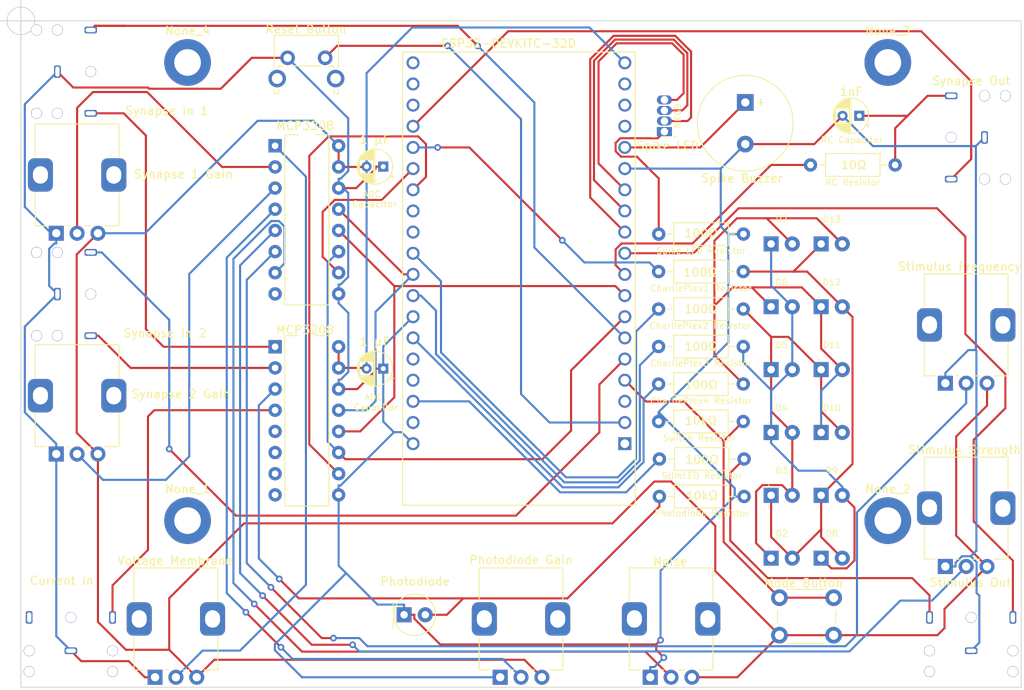
<source format=kicad_pcb>
(kicad_pcb (version 20171130) (host pcbnew "(5.1.12)-1")

  (general
    (thickness 1.6)
    (drawings 18)
    (tracks 495)
    (zones 0)
    (modules 48)
    (nets 61)
  )

  (page A4)
  (layers
    (0 F.Cu signal)
    (31 B.Cu signal hide)
    (32 B.Adhes user)
    (33 F.Adhes user)
    (34 B.Paste user)
    (35 F.Paste user)
    (36 B.SilkS user)
    (37 F.SilkS user)
    (38 B.Mask user)
    (39 F.Mask user)
    (40 Dwgs.User user)
    (41 Cmts.User user)
    (42 Eco1.User user)
    (43 Eco2.User user)
    (44 Edge.Cuts user)
    (45 Margin user)
    (46 B.CrtYd user)
    (47 F.CrtYd user)
    (48 B.Fab user)
    (49 F.Fab user)
  )

  (setup
    (last_trace_width 0.25)
    (trace_clearance 0.2)
    (zone_clearance 0.508)
    (zone_45_only no)
    (trace_min 0.2)
    (via_size 0.8)
    (via_drill 0.4)
    (via_min_size 0.4)
    (via_min_drill 0.3)
    (uvia_size 0.3)
    (uvia_drill 0.1)
    (uvias_allowed no)
    (uvia_min_size 0.2)
    (uvia_min_drill 0.1)
    (edge_width 0.05)
    (segment_width 0.2)
    (pcb_text_width 0.3)
    (pcb_text_size 1.5 1.5)
    (mod_edge_width 0.12)
    (mod_text_size 1 1)
    (mod_text_width 0.15)
    (pad_size 1.524 1.524)
    (pad_drill 0.762)
    (pad_to_mask_clearance 0)
    (aux_axis_origin 100 50)
    (visible_elements 7FFFFFFF)
    (pcbplotparams
      (layerselection 0x010fc_ffffffff)
      (usegerberextensions false)
      (usegerberattributes true)
      (usegerberadvancedattributes true)
      (creategerberjobfile true)
      (excludeedgelayer true)
      (linewidth 0.100000)
      (plotframeref false)
      (viasonmask false)
      (mode 1)
      (useauxorigin false)
      (hpglpennumber 1)
      (hpglpenspeed 20)
      (hpglpendiameter 15.000000)
      (psnegative false)
      (psa4output false)
      (plotreference true)
      (plotvalue true)
      (plotinvisibletext false)
      (padsonsilk false)
      (subtractmaskfromsilk false)
      (outputformat 1)
      (mirror false)
      (drillshape 0)
      (scaleselection 1)
      (outputdirectory "gerbers/"))
  )

  (net 0 "")
  (net 1 "unconnected-(U1-Pad16)")
  (net 2 "unconnected-(U1-Pad17)")
  (net 3 "unconnected-(U1-Pad18)")
  (net 4 "unconnected-(U1-Pad36)")
  (net 5 "unconnected-(U1-Pad37)")
  (net 6 "unconnected-(U1-Pad38)")
  (net 7 GNDREF)
  (net 8 /23)
  (net 9 /27)
  (net 10 /26)
  (net 11 +3V3)
  (net 12 /34)
  (net 13 /35)
  (net 14 /25)
  (net 15 /14)
  (net 16 /12)
  (net 17 /13)
  (net 18 /22)
  (net 19 /21)
  (net 20 /19)
  (net 21 /05)
  (net 22 /17)
  (net 23 /16)
  (net 24 /02)
  (net 25 /15)
  (net 26 "Net-(R1-Pad2)")
  (net 27 "Net-(R7-Pad2)")
  (net 28 "Net-(R6-Pad2)")
  (net 29 "Net-(R8-Pad2)")
  (net 30 "Net-(R9-Pad2)")
  (net 31 "Net-(R4-Pad2)")
  (net 32 "unconnected-(J4-PadT)")
  (net 33 /39)
  (net 34 VCC)
  (net 35 "unconnected-(U1-Pad3)")
  (net 36 "unconnected-(U1-Pad23)")
  (net 37 "unconnected-(U1-Pad24)")
  (net 38 /202)
  (net 39 /203)
  (net 40 /106)
  (net 41 /103)
  (net 42 /105)
  (net 43 /104)
  (net 44 /101)
  (net 45 /102)
  (net 46 /200)
  (net 47 /201)
  (net 48 /32)
  (net 49 /33)
  (net 50 /18)
  (net 51 /04)
  (net 52 /00)
  (net 53 /100)
  (net 54 /107)
  (net 55 /204)
  (net 56 /205)
  (net 57 /206)
  (net 58 /207)
  (net 59 "Net-(R3-Pad2)")
  (net 60 "Net-(SW2-Pad2)")

  (net_class Default "This is the default net class."
    (clearance 0.2)
    (trace_width 0.25)
    (via_dia 0.8)
    (via_drill 0.4)
    (uvia_dia 0.3)
    (uvia_drill 0.1)
    (add_net +3V3)
    (add_net /00)
    (add_net /02)
    (add_net /04)
    (add_net /05)
    (add_net /100)
    (add_net /101)
    (add_net /102)
    (add_net /103)
    (add_net /104)
    (add_net /105)
    (add_net /106)
    (add_net /107)
    (add_net /12)
    (add_net /13)
    (add_net /14)
    (add_net /15)
    (add_net /16)
    (add_net /17)
    (add_net /18)
    (add_net /19)
    (add_net /200)
    (add_net /201)
    (add_net /202)
    (add_net /203)
    (add_net /204)
    (add_net /205)
    (add_net /206)
    (add_net /207)
    (add_net /21)
    (add_net /22)
    (add_net /23)
    (add_net /25)
    (add_net /26)
    (add_net /27)
    (add_net /32)
    (add_net /33)
    (add_net /34)
    (add_net /35)
    (add_net /39)
    (add_net GNDREF)
    (add_net "Net-(R1-Pad2)")
    (add_net "Net-(R3-Pad2)")
    (add_net "Net-(R4-Pad2)")
    (add_net "Net-(R6-Pad2)")
    (add_net "Net-(R7-Pad2)")
    (add_net "Net-(R8-Pad2)")
    (add_net "Net-(R9-Pad2)")
    (add_net "Net-(SW2-Pad2)")
    (add_net VCC)
    (add_net "unconnected-(J4-PadT)")
    (add_net "unconnected-(U1-Pad16)")
    (add_net "unconnected-(U1-Pad17)")
    (add_net "unconnected-(U1-Pad18)")
    (add_net "unconnected-(U1-Pad23)")
    (add_net "unconnected-(U1-Pad24)")
    (add_net "unconnected-(U1-Pad3)")
    (add_net "unconnected-(U1-Pad36)")
    (add_net "unconnected-(U1-Pad37)")
    (add_net "unconnected-(U1-Pad38)")
  )

  (module LED_THT:LED_D5.0mm-4_RGB (layer F.Cu) (tedit 5F459855) (tstamp 231238D)
    (at 177.2 63.3 90)
    (descr "LED, diameter 5.0mm, 4 pins, WP154A4, https://www.kingbright.com/attachments/file/psearch/000/00/00/L-154A4SUREQBFZGEW(Ver.11A).pdf")
    (tags "LED diameter 5.0mm 2 pins diameter 5.0mm 3 pins diameter 5.0mm 4 pins RGB RGBLED")
    (path /545fe7e1-18dd-4103-809f-50e035ff8342)
    (fp_text reference D14 (at -2.05 0 180) (layer F.Fab)
      (effects (font (size 0.75 0.75) (thickness 0.1)))
    )
    (fp_text value "Spike LED" (at -1.7 0.4 180) (layer F.SilkS)
      (effects (font (size 1 1) (thickness 0.15)))
    )
    (fp_line (start -0.655 -1.545) (end -0.655 -1.08) (layer F.SilkS) (width 0.12))
    (fp_line (start -0.655 1.08) (end -0.655 1.545) (layer F.SilkS) (width 0.12))
    (fp_line (start -1.35 3.25) (end 5.15 3.25) (layer F.CrtYd) (width 0.05))
    (fp_line (start -1.35 -3.25) (end -1.35 3.25) (layer F.CrtYd) (width 0.05))
    (fp_line (start 5.15 3.25) (end 5.15 -3.25) (layer F.CrtYd) (width 0.05))
    (fp_line (start 5.15 -3.25) (end -1.35 -3.25) (layer F.CrtYd) (width 0.05))
    (fp_line (start -0.595 -1.469694) (end -0.595 1.469694) (layer F.Fab) (width 0.1))
    (fp_circle (center 1.905 0) (end 4.405 0) (layer F.Fab) (width 0.1))
    (pad 1 thru_hole oval (at 1.27 0 90) (size 1.07 1.8) (drill 0.9) (layers *.Cu *.Mask)
      (net 9 /27))
    (pad 2 thru_hole rect (at 0 0 90) (size 1.07 1.8) (drill 0.9) (layers *.Cu *.Mask)
      (net 31 "Net-(R4-Pad2)"))
    (pad 3 thru_hole oval (at 2.54 0 90) (size 1.07 1.8) (drill 0.9) (layers *.Cu *.Mask)
      (net 15 /14))
    (pad 4 thru_hole oval (at 3.81 0 90) (size 1.07 1.8) (drill 0.9) (layers *.Cu *.Mask)
      (net 16 /12))
    (model ${KICAD6_3DMODEL_DIR}/LED_THT.3dshapes/LED_D5.0mm-4_RGB.wrl
      (at (xyz 0 0 0))
      (scale (xyz 1 1 1))
      (rotate (xyz 0 0 0))
    )
  )

  (module MountingHole:MountingHole_3.2mm_M3_DIN965_Pad (layer F.Cu) (tedit 56D1B4CB) (tstamp 104E71DA)
    (at 120 55)
    (descr "Mounting Hole 3.2mm, M3, DIN965")
    (tags "mounting hole 3.2mm m3 din965")
    (fp_text reference None_4 (at 0 -3.8) (layer F.SilkS)
      (effects (font (size 1 1) (thickness 0.15)))
    )
    (fp_text value MountingHole_3.2mm_M3_DIN965_Pad (at 0 3.8) (layer F.Fab)
      (effects (font (size 1 1) (thickness 0.15)))
    )
    (fp_circle (center 0 0) (end 2.8 0) (layer Cmts.User) (width 0.15))
    (fp_circle (center 0 0) (end 3.05 0) (layer F.CrtYd) (width 0.05))
    (fp_text user ${REFERENCE} (at 0 0) (layer F.Fab)
      (effects (font (size 1 1) (thickness 0.15)))
    )
    (pad 1 thru_hole circle (at 0 0) (size 5.6 5.6) (drill 3.2) (layers *.Cu *.Mask))
  )

  (module LED_THT:LED_D3.0mm (layer F.Cu) (tedit 587A3A7B) (tstamp 1260B060)
    (at 190 76.779)
    (descr "LED, diameter 3.0mm, 2 pins")
    (tags "LED diameter 3.0mm 2 pins")
    (path /9c2a04af-ec04-4436-a205-3e3a3ed1e075)
    (fp_text reference D7 (at 1.27 -2.96) (layer F.SilkS)
      (effects (font (size 0.75 0.75) (thickness 0.1)))
    )
    (fp_text value Mode6 (at 1.27 2.96) (layer F.Fab)
      (effects (font (size 1 1) (thickness 0.15)))
    )
    (fp_line (start -0.29 -1.236) (end -0.29 -1.08) (layer F.SilkS) (width 0.12))
    (fp_line (start -0.29 1.08) (end -0.29 1.236) (layer F.SilkS) (width 0.12))
    (fp_line (start 3.7 2.25) (end 3.7 -2.25) (layer F.CrtYd) (width 0.05))
    (fp_line (start -1.15 2.25) (end 3.7 2.25) (layer F.CrtYd) (width 0.05))
    (fp_line (start -1.15 -2.25) (end -1.15 2.25) (layer F.CrtYd) (width 0.05))
    (fp_line (start 3.7 -2.25) (end -1.15 -2.25) (layer F.CrtYd) (width 0.05))
    (fp_line (start -0.23 -1.16619) (end -0.23 1.16619) (layer F.Fab) (width 0.1))
    (fp_circle (center 1.27 0) (end 2.77 0) (layer F.Fab) (width 0.1))
    (pad 1 thru_hole rect (at 0 0) (size 1.8 1.8) (drill 0.9) (layers *.Cu *.Mask)
      (net 29 "Net-(R8-Pad2)"))
    (pad 2 thru_hole circle (at 2.54 0) (size 1.8 1.8) (drill 0.9) (layers *.Cu *.Mask)
      (net 30 "Net-(R9-Pad2)"))
    (model ${KICAD6_3DMODEL_DIR}/LED_THT.3dshapes/LED_D3.0mm.wrl
      (offset (xyz 0 0 -3))
      (scale (xyz 1 1 1))
      (rotate (xyz 0 0 0))
    )
  )

  (module LED_THT:LED_D3.0mm (layer F.Cu) (tedit 587A3A7B) (tstamp 14662550)
    (at 190 114.504)
    (descr "LED, diameter 3.0mm, 2 pins")
    (tags "LED diameter 3.0mm 2 pins")
    (path /c9eab78d-7ba0-4c05-b6d3-09fc71ccb856)
    (fp_text reference D2 (at 1.27 -2.96) (layer F.SilkS)
      (effects (font (size 0.75 0.75) (thickness 0.1)))
    )
    (fp_text value Mode1 (at 1.27 2.96) (layer F.Fab)
      (effects (font (size 1 1) (thickness 0.15)))
    )
    (fp_line (start -0.29 -1.236) (end -0.29 -1.08) (layer F.SilkS) (width 0.12))
    (fp_line (start -0.29 1.08) (end -0.29 1.236) (layer F.SilkS) (width 0.12))
    (fp_line (start 3.7 -2.25) (end -1.15 -2.25) (layer F.CrtYd) (width 0.05))
    (fp_line (start -1.15 2.25) (end 3.7 2.25) (layer F.CrtYd) (width 0.05))
    (fp_line (start -1.15 -2.25) (end -1.15 2.25) (layer F.CrtYd) (width 0.05))
    (fp_line (start 3.7 2.25) (end 3.7 -2.25) (layer F.CrtYd) (width 0.05))
    (fp_line (start -0.23 -1.16619) (end -0.23 1.16619) (layer F.Fab) (width 0.1))
    (fp_circle (center 1.27 0) (end 2.77 0) (layer F.Fab) (width 0.1))
    (pad 1 thru_hole rect (at 0 0) (size 1.8 1.8) (drill 0.9) (layers *.Cu *.Mask)
      (net 27 "Net-(R7-Pad2)"))
    (pad 2 thru_hole circle (at 2.54 0) (size 1.8 1.8) (drill 0.9) (layers *.Cu *.Mask)
      (net 28 "Net-(R6-Pad2)"))
    (model ${KICAD6_3DMODEL_DIR}/LED_THT.3dshapes/LED_D3.0mm.wrl
      (offset (xyz 0 0 -3))
      (scale (xyz 1 1 1))
      (rotate (xyz 0 0 0))
    )
  )

  (module Resistor_THT:R_Axial_DIN0207_L6.3mm_D2.5mm_P10.16mm_Horizontal (layer F.Cu) (tedit 5AE5139B) (tstamp 1E97A5E2)
    (at 186.66 98.1 180)
    (descr "Resistor, Axial_DIN0207 series, Axial, Horizontal, pin pitch=10.16mm, 0.25W = 1/4W, length*diameter=6.3*2.5mm^2, http://cdn-reichelt.de/documents/datenblatt/B400/1_4W%23YAG.pdf")
    (tags "Resistor Axial_DIN0207 series Axial Horizontal pin pitch 10.16mm 0.25W = 1/4W length 6.3mm diameter 2.5mm")
    (path /f151c247-9543-46e1-8382-87918920d73b)
    (fp_text reference R5 (at 5.08 0 180) (layer F.Fab)
      (effects (font (size 0.75 0.75) (thickness 0.1)))
    )
    (fp_text value 10kΩ (at 5.08 0.1 180) (layer F.SilkS)
      (effects (font (size 1 1) (thickness 0.15)))
    )
    (fp_line (start 1.81 -1.37) (end 1.81 1.37) (layer F.SilkS) (width 0.12))
    (fp_line (start 8.35 1.37) (end 8.35 -1.37) (layer F.SilkS) (width 0.12))
    (fp_line (start 8.35 -1.37) (end 1.81 -1.37) (layer F.SilkS) (width 0.12))
    (fp_line (start 1.81 1.37) (end 8.35 1.37) (layer F.SilkS) (width 0.12))
    (fp_line (start 9.12 0) (end 8.35 0) (layer F.SilkS) (width 0.12))
    (fp_line (start 1.04 0) (end 1.81 0) (layer F.SilkS) (width 0.12))
    (fp_line (start 11.21 1.5) (end 11.21 -1.5) (layer F.CrtYd) (width 0.05))
    (fp_line (start -1.05 -1.5) (end -1.05 1.5) (layer F.CrtYd) (width 0.05))
    (fp_line (start 11.21 -1.5) (end -1.05 -1.5) (layer F.CrtYd) (width 0.05))
    (fp_line (start -1.05 1.5) (end 11.21 1.5) (layer F.CrtYd) (width 0.05))
    (fp_line (start 10.16 0) (end 8.23 0) (layer F.Fab) (width 0.1))
    (fp_line (start 0 0) (end 1.93 0) (layer F.Fab) (width 0.1))
    (fp_line (start 8.23 -1.25) (end 1.93 -1.25) (layer F.Fab) (width 0.1))
    (fp_line (start 1.93 -1.25) (end 1.93 1.25) (layer F.Fab) (width 0.1))
    (fp_line (start 8.23 1.25) (end 8.23 -1.25) (layer F.Fab) (width 0.1))
    (fp_line (start 1.93 1.25) (end 8.23 1.25) (layer F.Fab) (width 0.1))
    (fp_text user ${REFERENCE} (at 5.08 0 180) (layer F.Fab)
      (effects (font (size 1 1) (thickness 0.15)))
    )
    (pad 1 thru_hole circle (at 0 0 180) (size 1.6 1.6) (drill 0.8) (layers *.Cu *.Mask)
      (net 33 /39))
    (pad 2 thru_hole oval (at 10.16 0 180) (size 1.6 1.6) (drill 0.8) (layers *.Cu *.Mask)
      (net 7 GNDREF))
    (model ${KICAD6_3DMODEL_DIR}/Resistor_THT.3dshapes/R_Axial_DIN0207_L6.3mm_D2.5mm_P10.16mm_Horizontal.wrl
      (at (xyz 0 0 0))
      (scale (xyz 1 1 1))
      (rotate (xyz 0 0 0))
    )
  )

  (module Package_DIP:DIP-16_W7.62mm (layer F.Cu) (tedit 5A02E8C5) (tstamp 222F4002)
    (at 130.5 89.125)
    (descr "16-lead though-hole mounted DIP package, row spacing 7.62 mm (300 mils)")
    (tags "THT DIP DIL PDIP 2.54mm 7.62mm 300mil")
    (path /828f1b7d-33c4-491d-afb9-0a7bfd867166)
    (fp_text reference U3 (at 3.81 -2.33) (layer F.Fab)
      (effects (font (size 0.75 0.75) (thickness 0.1)))
    )
    (fp_text value MCP3208 (at 3.6 -2.025) (layer F.SilkS)
      (effects (font (size 1 1) (thickness 0.15)))
    )
    (fp_line (start 1.16 -1.33) (end 1.16 19.11) (layer F.SilkS) (width 0.12))
    (fp_line (start 6.46 19.11) (end 6.46 -1.33) (layer F.SilkS) (width 0.12))
    (fp_line (start 2.81 -1.33) (end 1.16 -1.33) (layer F.SilkS) (width 0.12))
    (fp_line (start 1.16 19.11) (end 6.46 19.11) (layer F.SilkS) (width 0.12))
    (fp_line (start 6.46 -1.33) (end 4.81 -1.33) (layer F.SilkS) (width 0.12))
    (fp_line (start 8.7 19.3) (end 8.7 -1.55) (layer F.CrtYd) (width 0.05))
    (fp_line (start -1.1 19.3) (end 8.7 19.3) (layer F.CrtYd) (width 0.05))
    (fp_line (start 8.7 -1.55) (end -1.1 -1.55) (layer F.CrtYd) (width 0.05))
    (fp_line (start -1.1 -1.55) (end -1.1 19.3) (layer F.CrtYd) (width 0.05))
    (fp_line (start 0.635 19.05) (end 0.635 -0.27) (layer F.Fab) (width 0.1))
    (fp_line (start 6.985 19.05) (end 0.635 19.05) (layer F.Fab) (width 0.1))
    (fp_line (start 0.635 -0.27) (end 1.635 -1.27) (layer F.Fab) (width 0.1))
    (fp_line (start 1.635 -1.27) (end 6.985 -1.27) (layer F.Fab) (width 0.1))
    (fp_line (start 6.985 -1.27) (end 6.985 19.05) (layer F.Fab) (width 0.1))
    (fp_text user ${REFERENCE} (at 3.81 8.89) (layer F.Fab)
      (effects (font (size 1 1) (thickness 0.15)))
    )
    (pad 1 thru_hole rect (at 0 0) (size 1.6 1.6) (drill 0.8) (layers *.Cu *.Mask)
      (net 46 /200))
    (pad 2 thru_hole oval (at 0 2.54) (size 1.6 1.6) (drill 0.8) (layers *.Cu *.Mask)
      (net 47 /201))
    (pad 3 thru_hole oval (at 0 5.08) (size 1.6 1.6) (drill 0.8) (layers *.Cu *.Mask)
      (net 38 /202))
    (pad 4 thru_hole oval (at 0 7.62) (size 1.6 1.6) (drill 0.8) (layers *.Cu *.Mask)
      (net 39 /203))
    (pad 5 thru_hole oval (at 0 10.16) (size 1.6 1.6) (drill 0.8) (layers *.Cu *.Mask)
      (net 55 /204))
    (pad 6 thru_hole oval (at 0 12.7) (size 1.6 1.6) (drill 0.8) (layers *.Cu *.Mask)
      (net 56 /205))
    (pad 7 thru_hole oval (at 0 15.24) (size 1.6 1.6) (drill 0.8) (layers *.Cu *.Mask)
      (net 57 /206))
    (pad 8 thru_hole oval (at 0 17.78) (size 1.6 1.6) (drill 0.8) (layers *.Cu *.Mask)
      (net 58 /207))
    (pad 9 thru_hole oval (at 7.62 17.78) (size 1.6 1.6) (drill 0.8) (layers *.Cu *.Mask)
      (net 7 GNDREF))
    (pad 10 thru_hole oval (at 7.62 15.24) (size 1.6 1.6) (drill 0.8) (layers *.Cu *.Mask)
      (net 51 /04))
    (pad 11 thru_hole oval (at 7.62 12.7) (size 1.6 1.6) (drill 0.8) (layers *.Cu *.Mask)
      (net 48 /32))
    (pad 12 thru_hole oval (at 7.62 10.16) (size 1.6 1.6) (drill 0.8) (layers *.Cu *.Mask)
      (net 49 /33))
    (pad 13 thru_hole oval (at 7.62 7.62) (size 1.6 1.6) (drill 0.8) (layers *.Cu *.Mask)
      (net 50 /18))
    (pad 14 thru_hole oval (at 7.62 5.08) (size 1.6 1.6) (drill 0.8) (layers *.Cu *.Mask)
      (net 7 GNDREF))
    (pad 15 thru_hole oval (at 7.62 2.54) (size 1.6 1.6) (drill 0.8) (layers *.Cu *.Mask)
      (net 34 VCC))
    (pad 16 thru_hole oval (at 7.62 0) (size 1.6 1.6) (drill 0.8) (layers *.Cu *.Mask)
      (net 34 VCC))
    (model ${KICAD6_3DMODEL_DIR}/Package_DIP.3dshapes/DIP-16_W7.62mm.wrl
      (at (xyz 0 0 0))
      (scale (xyz 1 1 1))
      (rotate (xyz 0 0 0))
    )
  )

  (module "Potentiometer_THT:Spikeling Potentiometer" (layer F.Cu) (tedit 61FEE5E3) (tstamp 24C0E02D)
    (at 213.4 108 90)
    (descr "113004U 1130A6S 11300DR 1130A8G 1130081 1130A5R 1130AP5 1130AST  D1130C3W D1130C1B D1130C3C D1130C2P Potentiometer, vertical, Alps RK09K Single, https://tech.alpsalpine.com/prod/e/pdf/potentiometer/rotarypotentiometers/rk09k/rk09k.pdf")
    (tags "Potentiometer vertical Alps RK09K RK09D Single Snapin")
    (path /76f013e3-924f-4712-9c24-62f629a718f6)
    (fp_text reference RV6 (at 7.8 0.2 180) (layer F.Fab)
      (effects (font (size 1 1) (thickness 0.15)))
    )
    (fp_text value "Stimulus Strength" (at 6.5 -0.2 180) (layer F.SilkS)
      (effects (font (size 1 1) (thickness 0.15)))
    )
    (fp_line (start -6.62 0.871) (end -6.62 1.63) (layer F.SilkS) (width 0.12))
    (fp_line (start -6.62 -1.25) (end -6.62 -0.87) (layer F.SilkS) (width 0.12))
    (fp_line (start -6.62 3.37) (end -6.62 5.02) (layer F.SilkS) (width 0.12))
    (fp_line (start 1.684 -5.021) (end 5.62 -5.021) (layer F.SilkS) (width 0.12))
    (fp_line (start 5.62 -5.021) (end 5.62 5.02) (layer F.SilkS) (width 0.12))
    (fp_line (start -6.62 -5.021) (end -2.683 -5.021) (layer F.SilkS) (width 0.12))
    (fp_line (start 1.684 5.02) (end 5.62 5.02) (layer F.SilkS) (width 0.12))
    (fp_line (start -6.62 5.02) (end -2.683 5.02) (layer F.SilkS) (width 0.12))
    (fp_line (start -6.62 -5.021) (end -6.62 -3.7) (layer F.SilkS) (width 0.12))
    (fp_line (start -8.65 6.65) (end 5.75 6.65) (layer F.CrtYd) (width 0.05))
    (fp_line (start 5.75 -6.65) (end -8.65 -6.65) (layer F.CrtYd) (width 0.05))
    (fp_line (start -8.65 -6.65) (end -8.65 6.65) (layer F.CrtYd) (width 0.05))
    (fp_line (start 5.75 6.65) (end 5.75 -6.65) (layer F.CrtYd) (width 0.05))
    (fp_line (start 5.5 4.9) (end 5.5 -4.9) (layer F.Fab) (width 0.1))
    (fp_line (start -6.5 -4.9) (end -6.5 4.9) (layer F.Fab) (width 0.1))
    (fp_line (start -6.5 4.9) (end 5.5 4.9) (layer F.Fab) (width 0.1))
    (fp_line (start 5.5 -4.9) (end -6.5 -4.9) (layer F.Fab) (width 0.1))
    (fp_circle (center 0 0) (end 3 0) (layer F.Fab) (width 0.1))
    (fp_circle (center 0 0) (end 0.1 0) (layer F.Fab) (width 0.1))
    (fp_text user ${REFERENCE} (at -5.5 0 180) (layer F.Fab)
      (effects (font (size 1 1) (thickness 0.15)))
    )
    (pad 1 thru_hole rect (at -7.5 -2.5 90) (size 1.8 1.8) (drill 1) (layers *.Cu *.Mask)
      (net 7 GNDREF))
    (pad 2 thru_hole circle (at -7.5 0 90) (size 1.8 1.8) (drill 1) (layers *.Cu *.Mask)
      (net 43 /104))
    (pad 3 thru_hole circle (at -7.5 2.5 90) (size 1.8 1.8) (drill 1) (layers *.Cu *.Mask)
      (net 34 VCC))
    (pad MP thru_hole roundrect (at -0.5 4.4 90) (size 4 3) (drill oval 2.1 1.8) (layers *.Cu *.Mask) (roundrect_rratio 0.25))
    (pad MP thru_hole roundrect (at -0.5 -4.4 90) (size 4 3) (drill oval 2.1 1.8) (layers *.Cu *.Mask) (roundrect_rratio 0.25))
    (model ${KICAD6_3DMODEL_DIR}/Potentiometer_THT.3dshapes/Potentiometer_Alps_RK09K_Single_Vertical.wrl
      (at (xyz 0 0 0))
      (scale (xyz 1 1 1))
      (rotate (xyz 0 0 0))
    )
  )

  (module "Potentiometer_THT:Spikeling Potentiometer" (layer F.Cu) (tedit 61FEE5E3) (tstamp 272BEE26)
    (at 178 121.3 90)
    (descr "113004U 1130A6S 11300DR 1130A8G 1130081 1130A5R 1130AP5 1130AST  D1130C3W D1130C1B D1130C3C D1130C2P Potentiometer, vertical, Alps RK09K Single, https://tech.alpsalpine.com/prod/e/pdf/potentiometer/rotarypotentiometers/rk09k/rk09k.pdf")
    (tags "Potentiometer vertical Alps RK09K RK09D Single Snapin")
    (path /870e41c4-a911-4cf2-a04b-629bf67b4a23)
    (fp_text reference RV4 (at 6.75 0 180) (layer F.Fab)
      (effects (font (size 1 1) (thickness 0.15)))
    )
    (fp_text value Noise (at 6.4 -0.1 180) (layer F.SilkS)
      (effects (font (size 1 1) (thickness 0.15)))
    )
    (fp_line (start -6.62 3.37) (end -6.62 5.02) (layer F.SilkS) (width 0.12))
    (fp_line (start -6.62 5.02) (end -2.683 5.02) (layer F.SilkS) (width 0.12))
    (fp_line (start 1.684 5.02) (end 5.62 5.02) (layer F.SilkS) (width 0.12))
    (fp_line (start 1.684 -5.021) (end 5.62 -5.021) (layer F.SilkS) (width 0.12))
    (fp_line (start -6.62 -5.021) (end -2.683 -5.021) (layer F.SilkS) (width 0.12))
    (fp_line (start -6.62 -5.021) (end -6.62 -3.7) (layer F.SilkS) (width 0.12))
    (fp_line (start -6.62 -1.25) (end -6.62 -0.87) (layer F.SilkS) (width 0.12))
    (fp_line (start 5.62 -5.021) (end 5.62 5.02) (layer F.SilkS) (width 0.12))
    (fp_line (start -6.62 0.871) (end -6.62 1.63) (layer F.SilkS) (width 0.12))
    (fp_line (start -8.65 6.65) (end 5.75 6.65) (layer F.CrtYd) (width 0.05))
    (fp_line (start 5.75 -6.65) (end -8.65 -6.65) (layer F.CrtYd) (width 0.05))
    (fp_line (start 5.75 6.65) (end 5.75 -6.65) (layer F.CrtYd) (width 0.05))
    (fp_line (start -8.65 -6.65) (end -8.65 6.65) (layer F.CrtYd) (width 0.05))
    (fp_line (start 5.5 -4.9) (end -6.5 -4.9) (layer F.Fab) (width 0.1))
    (fp_line (start -6.5 -4.9) (end -6.5 4.9) (layer F.Fab) (width 0.1))
    (fp_line (start 5.5 4.9) (end 5.5 -4.9) (layer F.Fab) (width 0.1))
    (fp_line (start -6.5 4.9) (end 5.5 4.9) (layer F.Fab) (width 0.1))
    (fp_circle (center 0 0) (end 3 0) (layer F.Fab) (width 0.1))
    (fp_circle (center 0 0) (end 0.1 0) (layer F.Fab) (width 0.1))
    (fp_text user ${REFERENCE} (at -5.5 0 180) (layer F.Fab)
      (effects (font (size 1 1) (thickness 0.15)))
    )
    (pad 1 thru_hole rect (at -7.5 -2.5 90) (size 1.8 1.8) (drill 1) (layers *.Cu *.Mask)
      (net 7 GNDREF))
    (pad 2 thru_hole circle (at -7.5 0 90) (size 1.8 1.8) (drill 1) (layers *.Cu *.Mask)
      (net 40 /106))
    (pad 3 thru_hole circle (at -7.5 2.5 90) (size 1.8 1.8) (drill 1) (layers *.Cu *.Mask)
      (net 34 VCC))
    (pad MP thru_hole roundrect (at -0.5 -4.4 90) (size 4 3) (drill oval 2.1 1.8) (layers *.Cu *.Mask) (roundrect_rratio 0.25))
    (pad MP thru_hole roundrect (at -0.5 4.4 90) (size 4 3) (drill oval 2.1 1.8) (layers *.Cu *.Mask) (roundrect_rratio 0.25))
    (model ${KICAD6_3DMODEL_DIR}/Potentiometer_THT.3dshapes/Potentiometer_Alps_RK09K_Single_Vertical.wrl
      (at (xyz 0 0 0))
      (scale (xyz 1 1 1))
      (rotate (xyz 0 0 0))
    )
  )

  (module "Audio_Module:Spikeling Audio Jack 3.5mm" (layer F.Cu) (tedit 5B5B4734) (tstamp 333CBD17)
    (at 99.8825 56.1 90)
    (descr "Single 2.4 GHz Wi-Fi and Bluetooth combo chip with U.FL connector, https://www.espressif.com/sites/default/files/documentation/esp32-wroom-32d_esp32-wroom-32u_datasheet_en.pdf")
    (tags "Single 2.4 GHz Wi-Fi and Bluetooth combo  chip")
    (path /58c300c9-7dc9-43dc-8128-f66f21f0c191)
    (fp_text reference J2 (at -5 17.6 180) (layer F.Fab)
      (effects (font (size 1 1) (thickness 0.15)))
    )
    (fp_text value "Synapse in 1" (at -4.7 17.6175 180) (layer F.SilkS)
      (effects (font (size 1 1) (thickness 0.15)))
    )
    (fp_text user ${REFERENCE} (at 0 12.7 90) (layer F.Fab)
      (effects (font (size 1 1) (thickness 0.15)))
    )
    (pad "" thru_hole circle (at 5 2 270) (size 1.3 1.3) (drill 1.25) (layers *.Cu *.Mask))
    (pad "" thru_hole circle (at 5 4.5 270) (size 1.3 1.3) (drill 1.25) (layers *.Cu *.Mask))
    (pad "" thru_hole circle (at 0 8.5 270) (size 1.3 1.3) (drill 1.25) (layers *.Cu *.Mask))
    (pad "" thru_hole circle (at -5 2 270) (size 1.3 1.3) (drill 1.25) (layers *.Cu *.Mask))
    (pad "" thru_hole circle (at -5 4.5 270) (size 1.3 1.3) (drill 1.25) (layers *.Cu *.Mask))
    (pad R thru_hole roundrect (at -5 8.5 180) (size 1.5 0.8) (drill oval 1.2 0.5) (layers *.Cu *.Mask) (roundrect_rratio 0.25)
      (net 46 /200))
    (pad S thru_hole roundrect (at 0 4.5 270) (size 1.5 0.8) (drill oval 1.2 0.5) (layers *.Cu *.Mask) (roundrect_rratio 0.25)
      (net 7 GNDREF))
    (pad T thru_hole roundrect (at 5 8.5 180) (size 1.5 0.8) (drill oval 1.2 0.5) (layers *.Cu *.Mask) (roundrect_rratio 0.25)
      (net 13 /35))
    (model ${KICAD6_3DMODEL_DIR}/RF_Module.3dshapes/ESP32-WROOM-32U.wrl
      (at (xyz 0 0 0))
      (scale (xyz 1 1 1))
      (rotate (xyz 0 0 0))
    )
  )

  (module "Audio_Module:Spikeling Audio Jack 3.5mm" (layer F.Cu) (tedit 5B5B4734) (tstamp 3CB42D2B)
    (at 220.1 64 270)
    (descr "Single 2.4 GHz Wi-Fi and Bluetooth combo chip with U.FL connector, https://www.espressif.com/sites/default/files/documentation/esp32-wroom-32d_esp32-wroom-32u_datasheet_en.pdf")
    (tags "Single 2.4 GHz Wi-Fi and Bluetooth combo  chip")
    (path /2a625f47-a855-4fac-8eb3-fc684a621297)
    (fp_text reference J1 (at -7 6 180) (layer F.Fab)
      (effects (font (size 1 1) (thickness 0.15)))
    )
    (fp_text value "Synapse Out" (at -6.8 6.1) (layer F.SilkS)
      (effects (font (size 1 1) (thickness 0.15)))
    )
    (fp_text user ${REFERENCE} (at 0 12.7 270) (layer F.Fab)
      (effects (font (size 1 1) (thickness 0.15)))
    )
    (pad "" thru_hole circle (at -5 4.5 90) (size 1.3 1.3) (drill 1.25) (layers *.Cu *.Mask))
    (pad "" thru_hole circle (at 5 4.5 90) (size 1.3 1.3) (drill 1.25) (layers *.Cu *.Mask))
    (pad "" thru_hole circle (at -5 2 90) (size 1.3 1.3) (drill 1.25) (layers *.Cu *.Mask))
    (pad "" thru_hole circle (at 0 8.5 90) (size 1.3 1.3) (drill 1.25) (layers *.Cu *.Mask))
    (pad "" thru_hole circle (at 5 2 90) (size 1.3 1.3) (drill 1.25) (layers *.Cu *.Mask))
    (pad R thru_hole roundrect (at -5 8.5) (size 1.5 0.8) (drill oval 1.2 0.5) (layers *.Cu *.Mask) (roundrect_rratio 0.25)
      (net 26 "Net-(R1-Pad2)"))
    (pad S thru_hole roundrect (at 0 4.5 90) (size 1.5 0.8) (drill oval 1.2 0.5) (layers *.Cu *.Mask) (roundrect_rratio 0.25)
      (net 7 GNDREF))
    (pad T thru_hole roundrect (at 5 8.5) (size 1.5 0.8) (drill oval 1.2 0.5) (layers *.Cu *.Mask) (roundrect_rratio 0.25)
      (net 25 /15))
    (model ${KICAD6_3DMODEL_DIR}/RF_Module.3dshapes/ESP32-WROOM-32U.wrl
      (at (xyz 0 0 0))
      (scale (xyz 1 1 1))
      (rotate (xyz 0 0 0))
    )
  )

  (module "Potentiometer_THT:Spikeling Potentiometer" (layer F.Cu) (tedit 61FEE5E3) (tstamp 4A04E81E)
    (at 106.75 68 90)
    (descr "113004U 1130A6S 11300DR 1130A8G 1130081 1130A5R 1130AP5 1130AST  D1130C3W D1130C1B D1130C3C D1130C2P Potentiometer, vertical, Alps RK09K Single, https://tech.alpsalpine.com/prod/e/pdf/potentiometer/rotarypotentiometers/rk09k/rk09k.pdf")
    (tags "Potentiometer vertical Alps RK09K RK09D Single Snapin")
    (path /aa18d6fa-55a2-4386-8414-a0ffe38a1dd0)
    (fp_text reference RV1 (at -0.2 11.65 180) (layer F.Fab)
      (effects (font (size 1 1) (thickness 0.15)))
    )
    (fp_text value "Synapse 1 Gain" (at -0.4 12.75 180) (layer F.SilkS)
      (effects (font (size 1 1) (thickness 0.15)))
    )
    (fp_line (start -6.62 3.37) (end -6.62 5.02) (layer F.SilkS) (width 0.12))
    (fp_line (start -6.62 -1.25) (end -6.62 -0.87) (layer F.SilkS) (width 0.12))
    (fp_line (start -6.62 0.871) (end -6.62 1.63) (layer F.SilkS) (width 0.12))
    (fp_line (start -6.62 -5.021) (end -6.62 -3.7) (layer F.SilkS) (width 0.12))
    (fp_line (start 1.684 5.02) (end 5.62 5.02) (layer F.SilkS) (width 0.12))
    (fp_line (start 1.684 -5.021) (end 5.62 -5.021) (layer F.SilkS) (width 0.12))
    (fp_line (start -6.62 -5.021) (end -2.683 -5.021) (layer F.SilkS) (width 0.12))
    (fp_line (start 5.62 -5.021) (end 5.62 5.02) (layer F.SilkS) (width 0.12))
    (fp_line (start -6.62 5.02) (end -2.683 5.02) (layer F.SilkS) (width 0.12))
    (fp_line (start 5.75 -6.65) (end -8.65 -6.65) (layer F.CrtYd) (width 0.05))
    (fp_line (start 5.75 6.65) (end 5.75 -6.65) (layer F.CrtYd) (width 0.05))
    (fp_line (start -8.65 6.65) (end 5.75 6.65) (layer F.CrtYd) (width 0.05))
    (fp_line (start -8.65 -6.65) (end -8.65 6.65) (layer F.CrtYd) (width 0.05))
    (fp_line (start -6.5 -4.9) (end -6.5 4.9) (layer F.Fab) (width 0.1))
    (fp_line (start -6.5 4.9) (end 5.5 4.9) (layer F.Fab) (width 0.1))
    (fp_line (start 5.5 4.9) (end 5.5 -4.9) (layer F.Fab) (width 0.1))
    (fp_line (start 5.5 -4.9) (end -6.5 -4.9) (layer F.Fab) (width 0.1))
    (fp_circle (center 0 0) (end 3 0) (layer F.Fab) (width 0.1))
    (fp_circle (center 0 0) (end 0.1 0) (layer F.Fab) (width 0.1))
    (fp_text user ${REFERENCE} (at -5.5 0 180) (layer F.Fab)
      (effects (font (size 1 1) (thickness 0.15)))
    )
    (pad 1 thru_hole rect (at -7.5 -2.5 90) (size 1.8 1.8) (drill 1) (layers *.Cu *.Mask)
      (net 7 GNDREF))
    (pad 2 thru_hole circle (at -7.5 0 90) (size 1.8 1.8) (drill 1) (layers *.Cu *.Mask)
      (net 44 /101))
    (pad 3 thru_hole circle (at -7.5 2.5 90) (size 1.8 1.8) (drill 1) (layers *.Cu *.Mask)
      (net 34 VCC))
    (pad MP thru_hole roundrect (at -0.5 4.4 90) (size 4 3) (drill oval 2.1 1.8) (layers *.Cu *.Mask) (roundrect_rratio 0.25))
    (pad MP thru_hole roundrect (at -0.5 -4.4 90) (size 4 3) (drill oval 2.1 1.8) (layers *.Cu *.Mask) (roundrect_rratio 0.25))
    (model ${KICAD6_3DMODEL_DIR}/Potentiometer_THT.3dshapes/Potentiometer_Alps_RK09K_Single_Vertical.wrl
      (at (xyz 0 0 0))
      (scale (xyz 1 1 1))
      (rotate (xyz 0 0 0))
    )
  )

  (module LED_THT:LED_D3.0mm (layer F.Cu) (tedit 587A3A7B) (tstamp 51D82C45)
    (at 190 99.414)
    (descr "LED, diameter 3.0mm, 2 pins")
    (tags "LED diameter 3.0mm 2 pins")
    (path /bd22d3be-4210-4141-b0d1-b970fd9f49d0)
    (fp_text reference D4 (at 1.27 -2.96) (layer F.SilkS)
      (effects (font (size 0.75 0.75) (thickness 0.1)))
    )
    (fp_text value Mode3 (at 1.27 2.96) (layer F.Fab)
      (effects (font (size 1 1) (thickness 0.15)))
    )
    (fp_line (start -0.29 1.08) (end -0.29 1.236) (layer F.SilkS) (width 0.12))
    (fp_line (start -0.29 -1.236) (end -0.29 -1.08) (layer F.SilkS) (width 0.12))
    (fp_line (start 3.7 2.25) (end 3.7 -2.25) (layer F.CrtYd) (width 0.05))
    (fp_line (start -1.15 2.25) (end 3.7 2.25) (layer F.CrtYd) (width 0.05))
    (fp_line (start 3.7 -2.25) (end -1.15 -2.25) (layer F.CrtYd) (width 0.05))
    (fp_line (start -1.15 -2.25) (end -1.15 2.25) (layer F.CrtYd) (width 0.05))
    (fp_line (start -0.23 -1.16619) (end -0.23 1.16619) (layer F.Fab) (width 0.1))
    (fp_circle (center 1.27 0) (end 2.77 0) (layer F.Fab) (width 0.1))
    (pad 1 thru_hole rect (at 0 0) (size 1.8 1.8) (drill 0.9) (layers *.Cu *.Mask)
      (net 29 "Net-(R8-Pad2)"))
    (pad 2 thru_hole circle (at 2.54 0) (size 1.8 1.8) (drill 0.9) (layers *.Cu *.Mask)
      (net 27 "Net-(R7-Pad2)"))
    (model ${KICAD6_3DMODEL_DIR}/LED_THT.3dshapes/LED_D3.0mm.wrl
      (offset (xyz 0 0 -3))
      (scale (xyz 1 1 1))
      (rotate (xyz 0 0 0))
    )
  )

  (module "Potentiometer_THT:Spikeling Potentiometer" (layer F.Cu) (tedit 61FEE5E3) (tstamp 51FF16F8)
    (at 118.6 121.3 90)
    (descr "113004U 1130A6S 11300DR 1130A8G 1130081 1130A5R 1130AP5 1130AST  D1130C3W D1130C1B D1130C3C D1130C2P Potentiometer, vertical, Alps RK09K Single, https://tech.alpsalpine.com/prod/e/pdf/potentiometer/rotarypotentiometers/rk09k/rk09k.pdf")
    (tags "Potentiometer vertical Alps RK09K RK09D Single Snapin")
    (path /095bb917-a20d-4f44-92ef-9f3eaf40bfb8)
    (fp_text reference RV3 (at 6.75 0 180) (layer F.Fab)
      (effects (font (size 1 1) (thickness 0.15)))
    )
    (fp_text value "Voltage Membrane" (at 6.5 -0.1 180) (layer F.SilkS)
      (effects (font (size 1 1) (thickness 0.15)))
    )
    (fp_line (start 1.684 -5.021) (end 5.62 -5.021) (layer F.SilkS) (width 0.12))
    (fp_line (start -6.62 3.37) (end -6.62 5.02) (layer F.SilkS) (width 0.12))
    (fp_line (start 1.684 5.02) (end 5.62 5.02) (layer F.SilkS) (width 0.12))
    (fp_line (start -6.62 0.871) (end -6.62 1.63) (layer F.SilkS) (width 0.12))
    (fp_line (start -6.62 -5.021) (end -6.62 -3.7) (layer F.SilkS) (width 0.12))
    (fp_line (start -6.62 5.02) (end -2.683 5.02) (layer F.SilkS) (width 0.12))
    (fp_line (start -6.62 -1.25) (end -6.62 -0.87) (layer F.SilkS) (width 0.12))
    (fp_line (start 5.62 -5.021) (end 5.62 5.02) (layer F.SilkS) (width 0.12))
    (fp_line (start -6.62 -5.021) (end -2.683 -5.021) (layer F.SilkS) (width 0.12))
    (fp_line (start -8.65 -6.65) (end -8.65 6.65) (layer F.CrtYd) (width 0.05))
    (fp_line (start -8.65 6.65) (end 5.75 6.65) (layer F.CrtYd) (width 0.05))
    (fp_line (start 5.75 6.65) (end 5.75 -6.65) (layer F.CrtYd) (width 0.05))
    (fp_line (start 5.75 -6.65) (end -8.65 -6.65) (layer F.CrtYd) (width 0.05))
    (fp_line (start 5.5 -4.9) (end -6.5 -4.9) (layer F.Fab) (width 0.1))
    (fp_line (start -6.5 4.9) (end 5.5 4.9) (layer F.Fab) (width 0.1))
    (fp_line (start 5.5 4.9) (end 5.5 -4.9) (layer F.Fab) (width 0.1))
    (fp_line (start -6.5 -4.9) (end -6.5 4.9) (layer F.Fab) (width 0.1))
    (fp_circle (center 0 0) (end 3 0) (layer F.Fab) (width 0.1))
    (fp_circle (center 0 0) (end 0.1 0) (layer F.Fab) (width 0.1))
    (fp_text user ${REFERENCE} (at -5.5 0 180) (layer F.Fab)
      (effects (font (size 1 1) (thickness 0.15)))
    )
    (pad 1 thru_hole rect (at -7.5 -2.5 90) (size 1.8 1.8) (drill 1) (layers *.Cu *.Mask)
      (net 7 GNDREF))
    (pad 2 thru_hole circle (at -7.5 0 90) (size 1.8 1.8) (drill 1) (layers *.Cu *.Mask)
      (net 53 /100))
    (pad 3 thru_hole circle (at -7.5 2.5 90) (size 1.8 1.8) (drill 1) (layers *.Cu *.Mask)
      (net 34 VCC))
    (pad MP thru_hole roundrect (at -0.5 -4.4 90) (size 4 3) (drill oval 2.1 1.8) (layers *.Cu *.Mask) (roundrect_rratio 0.25))
    (pad MP thru_hole roundrect (at -0.5 4.4 90) (size 4 3) (drill oval 2.1 1.8) (layers *.Cu *.Mask) (roundrect_rratio 0.25))
    (model ${KICAD6_3DMODEL_DIR}/Potentiometer_THT.3dshapes/Potentiometer_Alps_RK09K_Single_Vertical.wrl
      (at (xyz 0 0 0))
      (scale (xyz 1 1 1))
      (rotate (xyz 0 0 0))
    )
  )

  (module Resistor_THT:R_Axial_DIN0207_L6.3mm_D2.5mm_P10.16mm_Horizontal (layer F.Cu) (tedit 5AE5139B) (tstamp 5661428D)
    (at 176.6 102.6)
    (descr "Resistor, Axial_DIN0207 series, Axial, Horizontal, pin pitch=10.16mm, 0.25W = 1/4W, length*diameter=6.3*2.5mm^2, http://cdn-reichelt.de/documents/datenblatt/B400/1_4W%23YAG.pdf")
    (tags "Resistor Axial_DIN0207 series Axial Horizontal pin pitch 10.16mm 0.25W = 1/4W length 6.3mm diameter 2.5mm")
    (path /7a7e0b32-9c81-4f98-a69c-9ed144e15f8c)
    (fp_text reference R3 (at 5.08 0) (layer F.Fab)
      (effects (font (size 0.75 0.75) (thickness 0.1)))
    )
    (fp_text value 100Ω (at 5.1 0.1) (layer F.SilkS)
      (effects (font (size 1 1) (thickness 0.15)))
    )
    (fp_line (start 1.81 1.37) (end 8.35 1.37) (layer F.SilkS) (width 0.12))
    (fp_line (start 8.35 -1.37) (end 1.81 -1.37) (layer F.SilkS) (width 0.12))
    (fp_line (start 1.04 0) (end 1.81 0) (layer F.SilkS) (width 0.12))
    (fp_line (start 1.81 -1.37) (end 1.81 1.37) (layer F.SilkS) (width 0.12))
    (fp_line (start 8.35 1.37) (end 8.35 -1.37) (layer F.SilkS) (width 0.12))
    (fp_line (start 9.12 0) (end 8.35 0) (layer F.SilkS) (width 0.12))
    (fp_line (start -1.05 1.5) (end 11.21 1.5) (layer F.CrtYd) (width 0.05))
    (fp_line (start 11.21 1.5) (end 11.21 -1.5) (layer F.CrtYd) (width 0.05))
    (fp_line (start -1.05 -1.5) (end -1.05 1.5) (layer F.CrtYd) (width 0.05))
    (fp_line (start 11.21 -1.5) (end -1.05 -1.5) (layer F.CrtYd) (width 0.05))
    (fp_line (start 0 0) (end 1.93 0) (layer F.Fab) (width 0.1))
    (fp_line (start 1.93 1.25) (end 8.23 1.25) (layer F.Fab) (width 0.1))
    (fp_line (start 10.16 0) (end 8.23 0) (layer F.Fab) (width 0.1))
    (fp_line (start 8.23 -1.25) (end 1.93 -1.25) (layer F.Fab) (width 0.1))
    (fp_line (start 1.93 -1.25) (end 1.93 1.25) (layer F.Fab) (width 0.1))
    (fp_line (start 8.23 1.25) (end 8.23 -1.25) (layer F.Fab) (width 0.1))
    (fp_text user ${REFERENCE} (at 5.08 0) (layer F.Fab)
      (effects (font (size 1 1) (thickness 0.15)))
    )
    (pad 1 thru_hole circle (at 0 0) (size 1.6 1.6) (drill 0.8) (layers *.Cu *.Mask)
      (net 18 /22))
    (pad 2 thru_hole oval (at 10.16 0) (size 1.6 1.6) (drill 0.8) (layers *.Cu *.Mask)
      (net 59 "Net-(R3-Pad2)"))
    (model ${KICAD6_3DMODEL_DIR}/Resistor_THT.3dshapes/R_Axial_DIN0207_L6.3mm_D2.5mm_P10.16mm_Horizontal.wrl
      (at (xyz 0 0 0))
      (scale (xyz 1 1 1))
      (rotate (xyz 0 0 0))
    )
  )

  (module MountingHole:MountingHole_3.2mm_M3_DIN965_Pad (layer F.Cu) (tedit 56D1B4CB) (tstamp 63CD0C26)
    (at 204 55)
    (descr "Mounting Hole 3.2mm, M3, DIN965")
    (tags "mounting hole 3.2mm m3 din965")
    (fp_text reference None_3 (at 0 -3.8) (layer F.SilkS)
      (effects (font (size 1 1) (thickness 0.15)))
    )
    (fp_text value MountingHole_M3 (at -0.5 -4) (layer F.Fab)
      (effects (font (size 1 1) (thickness 0.15)))
    )
    (fp_circle (center 0 0) (end 2.8 0) (layer Cmts.User) (width 0.15))
    (fp_circle (center 0 0) (end 3.05 0) (layer F.CrtYd) (width 0.05))
    (fp_text user ${REFERENCE} (at 0 0) (layer F.Fab)
      (effects (font (size 1 1) (thickness 0.15)))
    )
    (pad 1 thru_hole circle (at 0 0) (size 5.6 5.6) (drill 3.2) (layers *.Cu *.Mask))
  )

  (module Package_DIP:DIP-16_W7.62mm (layer F.Cu) (tedit 5A02E8C5) (tstamp 6C8CC969)
    (at 130.5 65)
    (descr "16-lead though-hole mounted DIP package, row spacing 7.62 mm (300 mils)")
    (tags "THT DIP DIL PDIP 2.54mm 7.62mm 300mil")
    (path /422c943d-0851-47e8-8fa0-a7c617f12578)
    (fp_text reference U2 (at 3.81 -2.33) (layer F.Fab)
      (effects (font (size 0.75 0.75) (thickness 0.1)))
    )
    (fp_text value MCP3208 (at 3.6 -2.4) (layer F.SilkS)
      (effects (font (size 1 1) (thickness 0.15)))
    )
    (fp_line (start 1.16 -1.33) (end 1.16 19.11) (layer F.SilkS) (width 0.12))
    (fp_line (start 6.46 19.11) (end 6.46 -1.33) (layer F.SilkS) (width 0.12))
    (fp_line (start 6.46 -1.33) (end 4.81 -1.33) (layer F.SilkS) (width 0.12))
    (fp_line (start 1.16 19.11) (end 6.46 19.11) (layer F.SilkS) (width 0.12))
    (fp_line (start 2.81 -1.33) (end 1.16 -1.33) (layer F.SilkS) (width 0.12))
    (fp_line (start -1.1 19.3) (end 8.7 19.3) (layer F.CrtYd) (width 0.05))
    (fp_line (start 8.7 -1.55) (end -1.1 -1.55) (layer F.CrtYd) (width 0.05))
    (fp_line (start -1.1 -1.55) (end -1.1 19.3) (layer F.CrtYd) (width 0.05))
    (fp_line (start 8.7 19.3) (end 8.7 -1.55) (layer F.CrtYd) (width 0.05))
    (fp_line (start 0.635 19.05) (end 0.635 -0.27) (layer F.Fab) (width 0.1))
    (fp_line (start 1.635 -1.27) (end 6.985 -1.27) (layer F.Fab) (width 0.1))
    (fp_line (start 6.985 19.05) (end 0.635 19.05) (layer F.Fab) (width 0.1))
    (fp_line (start 0.635 -0.27) (end 1.635 -1.27) (layer F.Fab) (width 0.1))
    (fp_line (start 6.985 -1.27) (end 6.985 19.05) (layer F.Fab) (width 0.1))
    (fp_text user ${REFERENCE} (at 3.81 8.89) (layer F.Fab)
      (effects (font (size 1 1) (thickness 0.15)))
    )
    (pad 1 thru_hole rect (at 0 0) (size 1.6 1.6) (drill 0.8) (layers *.Cu *.Mask)
      (net 53 /100))
    (pad 2 thru_hole oval (at 0 2.54) (size 1.6 1.6) (drill 0.8) (layers *.Cu *.Mask)
      (net 44 /101))
    (pad 3 thru_hole oval (at 0 5.08) (size 1.6 1.6) (drill 0.8) (layers *.Cu *.Mask)
      (net 45 /102))
    (pad 4 thru_hole oval (at 0 7.62) (size 1.6 1.6) (drill 0.8) (layers *.Cu *.Mask)
      (net 41 /103))
    (pad 5 thru_hole oval (at 0 10.16) (size 1.6 1.6) (drill 0.8) (layers *.Cu *.Mask)
      (net 43 /104))
    (pad 6 thru_hole oval (at 0 12.7) (size 1.6 1.6) (drill 0.8) (layers *.Cu *.Mask)
      (net 42 /105))
    (pad 7 thru_hole oval (at 0 15.24) (size 1.6 1.6) (drill 0.8) (layers *.Cu *.Mask)
      (net 40 /106))
    (pad 8 thru_hole oval (at 0 17.78) (size 1.6 1.6) (drill 0.8) (layers *.Cu *.Mask)
      (net 54 /107))
    (pad 9 thru_hole oval (at 7.62 17.78) (size 1.6 1.6) (drill 0.8) (layers *.Cu *.Mask)
      (net 7 GNDREF))
    (pad 10 thru_hole oval (at 7.62 15.24) (size 1.6 1.6) (drill 0.8) (layers *.Cu *.Mask)
      (net 52 /00))
    (pad 11 thru_hole oval (at 7.62 12.7) (size 1.6 1.6) (drill 0.8) (layers *.Cu *.Mask)
      (net 48 /32))
    (pad 12 thru_hole oval (at 7.62 10.16) (size 1.6 1.6) (drill 0.8) (layers *.Cu *.Mask)
      (net 49 /33))
    (pad 13 thru_hole oval (at 7.62 7.62) (size 1.6 1.6) (drill 0.8) (layers *.Cu *.Mask)
      (net 50 /18))
    (pad 14 thru_hole oval (at 7.62 5.08) (size 1.6 1.6) (drill 0.8) (layers *.Cu *.Mask)
      (net 7 GNDREF))
    (pad 15 thru_hole oval (at 7.62 2.54) (size 1.6 1.6) (drill 0.8) (layers *.Cu *.Mask)
      (net 34 VCC))
    (pad 16 thru_hole oval (at 7.62 0) (size 1.6 1.6) (drill 0.8) (layers *.Cu *.Mask)
      (net 34 VCC))
    (model ${KICAD6_3DMODEL_DIR}/Package_DIP.3dshapes/DIP-16_W7.62mm.wrl
      (at (xyz 0 0 0))
      (scale (xyz 1 1 1))
      (rotate (xyz 0 0 0))
    )
  )

  (module Capacitor_THT:CP_Radial_D4.0mm_P2.00mm (layer F.Cu) (tedit 5AE50EF0) (tstamp 73A53A42)
    (at 143.473 91.75 180)
    (descr "CP, Radial series, Radial, pin pitch=2.00mm, , diameter=4mm, Electrolytic Capacitor")
    (tags "CP Radial series Radial pin pitch 2.00mm  diameter 4mm Electrolytic Capacitor")
    (path /52afdb4b-42cc-4670-b77e-18a3bc511d59)
    (fp_text reference C2 (at -0.7274 2.95) (layer F.Fab)
      (effects (font (size 0.75 0.75) (thickness 0.1)))
    )
    (fp_text value "1 μF" (at 1 3.25) (layer F.SilkS)
      (effects (font (size 1 1) (thickness 0.15)))
    )
    (fp_line (start 1.44 0.84) (end 1.44 2.034) (layer F.SilkS) (width 0.12))
    (fp_line (start 2.161 0.84) (end 2.161 1.735) (layer F.SilkS) (width 0.12))
    (fp_line (start 1.52 0.84) (end 1.52 2.016) (layer F.SilkS) (width 0.12))
    (fp_line (start 1.801 0.84) (end 1.801 1.924) (layer F.SilkS) (width 0.12))
    (fp_line (start 1.44 -2.034) (end 1.44 -0.84) (layer F.SilkS) (width 0.12))
    (fp_line (start 1.32 -2.056) (end 1.32 -0.84) (layer F.SilkS) (width 0.12))
    (fp_line (start 2.241 0.84) (end 2.241 1.68) (layer F.SilkS) (width 0.12))
    (fp_line (start 1.04 -2.08) (end 1.04 2.08) (layer F.SilkS) (width 0.12))
    (fp_line (start 1.4 -2.042) (end 1.4 -0.84) (layer F.SilkS) (width 0.12))
    (fp_line (start 1.4 0.84) (end 1.4 2.042) (layer F.SilkS) (width 0.12))
    (fp_line (start 2.041 -1.808) (end 2.041 -0.84) (layer F.SilkS) (width 0.12))
    (fp_line (start 1.64 -1.982) (end 1.64 -0.84) (layer F.SilkS) (width 0.12))
    (fp_line (start 2.201 0.84) (end 2.201 1.708) (layer F.SilkS) (width 0.12))
    (fp_line (start 1.961 -1.851) (end 1.961 -0.84) (layer F.SilkS) (width 0.12))
    (fp_line (start 2.521 0.84) (end 2.521 1.438) (layer F.SilkS) (width 0.12))
    (fp_line (start 3.001 -0.664) (end 3.001 0.664) (layer F.SilkS) (width 0.12))
    (fp_line (start 2.321 0.84) (end 2.321 1.619) (layer F.SilkS) (width 0.12))
    (fp_line (start 1.881 -1.889) (end 1.881 -0.84) (layer F.SilkS) (width 0.12))
    (fp_line (start 1.68 -1.968) (end 1.68 -0.84) (layer F.SilkS) (width 0.12))
    (fp_line (start 2.681 0.84) (end 2.681 1.254) (layer F.SilkS) (width 0.12))
    (fp_line (start 2.201 -1.708) (end 2.201 -0.84) (layer F.SilkS) (width 0.12))
    (fp_line (start 1.921 0.84) (end 1.921 1.87) (layer F.SilkS) (width 0.12))
    (fp_line (start 1.2 0.84) (end 1.2 2.071) (layer F.SilkS) (width 0.12))
    (fp_line (start 2.401 -1.552) (end 2.401 -0.84) (layer F.SilkS) (width 0.12))
    (fp_line (start 2.281 0.84) (end 2.281 1.65) (layer F.SilkS) (width 0.12))
    (fp_line (start 1.12 -2.077) (end 1.12 2.077) (layer F.SilkS) (width 0.12))
    (fp_line (start 1.841 -1.907) (end 1.841 -0.84) (layer F.SilkS) (width 0.12))
    (fp_line (start 2.001 0.84) (end 2.001 1.83) (layer F.SilkS) (width 0.12))
    (fp_line (start 1.32 0.84) (end 1.32 2.056) (layer F.SilkS) (width 0.12))
    (fp_line (start 1.921 -1.87) (end 1.921 -0.84) (layer F.SilkS) (width 0.12))
    (fp_line (start 2.281 -1.65) (end 2.281 -0.84) (layer F.SilkS) (width 0.12))
    (fp_line (start 1.24 0.84) (end 1.24 2.067) (layer F.SilkS) (width 0.12))
    (fp_line (start 1.961 0.84) (end 1.961 1.851) (layer F.SilkS) (width 0.12))
    (fp_line (start 2.841 -1.013) (end 2.841 1.013) (layer F.SilkS) (width 0.12))
    (fp_line (start 1.881 0.84) (end 1.881 1.889) (layer F.SilkS) (width 0.12))
    (fp_line (start 2.441 -1.516) (end 2.441 -0.84) (layer F.SilkS) (width 0.12))
    (fp_line (start 1.56 -2.005) (end 1.56 -0.84) (layer F.SilkS) (width 0.12))
    (fp_line (start 2.361 -1.587) (end 2.361 -0.84) (layer F.SilkS) (width 0.12))
    (fp_line (start 2.561 -1.396) (end 2.561 -0.84) (layer F.SilkS) (width 0.12))
    (fp_line (start 2.241 -1.68) (end 2.241 -0.84) (layer F.SilkS) (width 0.12))
    (fp_line (start 2.161 -1.735) (end 2.161 -0.84) (layer F.SilkS) (width 0.12))
    (fp_line (start 1.841 0.84) (end 1.841 1.907) (layer F.SilkS) (width 0.12))
    (fp_line (start 2.761 0.84) (end 2.761 1.142) (layer F.SilkS) (width 0.12))
    (fp_line (start 2.001 -1.83) (end 2.001 -0.84) (layer F.SilkS) (width 0.12))
    (fp_line (start 2.921 -0.859) (end 2.921 0.859) (layer F.SilkS) (width 0.12))
    (fp_line (start 2.641 0.84) (end 2.641 1.304) (layer F.SilkS) (width 0.12))
    (fp_line (start 1.08 -2.079) (end 1.08 2.079) (layer F.SilkS) (width 0.12))
    (fp_line (start 2.401 0.84) (end 2.401 1.552) (layer F.SilkS) (width 0.12))
    (fp_line (start 1.2 -2.071) (end 1.2 -0.84) (layer F.SilkS) (width 0.12))
    (fp_line (start 1.48 0.84) (end 1.48 2.025) (layer F.SilkS) (width 0.12))
    (fp_line (start -1.069801 -1.395) (end -1.069801 -0.995) (layer F.SilkS) (width 0.12))
    (fp_line (start 1.28 -2.062) (end 1.28 -0.84) (layer F.SilkS) (width 0.12))
    (fp_line (start 2.641 -1.304) (end 2.641 -0.84) (layer F.SilkS) (width 0.12))
    (fp_line (start 2.041 0.84) (end 2.041 1.808) (layer F.SilkS) (width 0.12))
    (fp_line (start 1.721 -1.954) (end 1.721 -0.84) (layer F.SilkS) (width 0.12))
    (fp_line (start 3.041 -0.537) (end 3.041 0.537) (layer F.SilkS) (width 0.12))
    (fp_line (start 2.081 0.84) (end 2.081 1.785) (layer F.SilkS) (width 0.12))
    (fp_line (start 1.16 -2.074) (end 1.16 2.074) (layer F.SilkS) (width 0.12))
    (fp_line (start 2.441 0.84) (end 2.441 1.516) (layer F.SilkS) (width 0.12))
    (fp_line (start 1.36 -2.05) (end 1.36 -0.84) (layer F.SilkS) (width 0.12))
    (fp_line (start 2.321 -1.619) (end 2.321 -0.84) (layer F.SilkS) (width 0.12))
    (fp_line (start 2.881 -0.94) (end 2.881 0.94) (layer F.SilkS) (width 0.12))
    (fp_line (start 2.681 -1.254) (end 2.681 -0.84) (layer F.SilkS) (width 0.12))
    (fp_line (start 2.601 0.84) (end 2.601 1.351) (layer F.SilkS) (width 0.12))
    (fp_line (start 2.961 -0.768) (end 2.961 0.768) (layer F.SilkS) (width 0.12))
    (fp_line (start 1.6 0.84) (end 1.6 1.994) (layer F.SilkS) (width 0.12))
    (fp_line (start 1.721 0.84) (end 1.721 1.954) (layer F.SilkS) (width 0.12))
    (fp_line (start 1.68 0.84) (end 1.68 1.968) (layer F.SilkS) (width 0.12))
    (fp_line (start 1.52 -2.016) (end 1.52 -0.84) (layer F.SilkS) (width 0.12))
    (fp_line (start 1.24 -2.067) (end 1.24 -0.84) (layer F.SilkS) (width 0.12))
    (fp_line (start 1.56 0.84) (end 1.56 2.005) (layer F.SilkS) (width 0.12))
    (fp_line (start 2.481 -1.478) (end 2.481 -0.84) (layer F.SilkS) (width 0.12))
    (fp_line (start 2.801 0.84) (end 2.801 1.08) (layer F.SilkS) (width 0.12))
    (fp_line (start 3.081 -0.37) (end 3.081 0.37) (layer F.SilkS) (width 0.12))
    (fp_line (start 2.721 -1.2) (end 2.721 -0.84) (layer F.SilkS) (width 0.12))
    (fp_line (start 1.36 0.84) (end 1.36 2.05) (layer F.SilkS) (width 0.12))
    (fp_line (start 2.521 -1.438) (end 2.521 -0.84) (layer F.SilkS) (width 0.12))
    (fp_line (start 1.48 -2.025) (end 1.48 -0.84) (layer F.SilkS) (width 0.12))
    (fp_line (start 1.64 0.84) (end 1.64 1.982) (layer F.SilkS) (width 0.12))
    (fp_line (start 1.761 0.84) (end 1.761 1.94) (layer F.SilkS) (width 0.12))
    (fp_line (start 1 -2.08) (end 1 2.08) (layer F.SilkS) (width 0.12))
    (fp_line (start 2.121 0.84) (end 2.121 1.76) (layer F.SilkS) (width 0.12))
    (fp_line (start 1.28 0.84) (end 1.28 2.062) (layer F.SilkS) (width 0.12))
    (fp_line (start 2.721 0.84) (end 2.721 1.2) (layer F.SilkS) (width 0.12))
    (fp_line (start 2.361 0.84) (end 2.361 1.587) (layer F.SilkS) (width 0.12))
    (fp_line (start 2.561 0.84) (end 2.561 1.396) (layer F.SilkS) (width 0.12))
    (fp_line (start 2.761 -1.142) (end 2.761 -0.84) (layer F.SilkS) (width 0.12))
    (fp_line (start -1.269801 -1.195) (end -0.869801 -1.195) (layer F.SilkS) (width 0.12))
    (fp_line (start 1.761 -1.94) (end 1.761 -0.84) (layer F.SilkS) (width 0.12))
    (fp_line (start 2.081 -1.785) (end 2.081 -0.84) (layer F.SilkS) (width 0.12))
    (fp_line (start 1.801 -1.924) (end 1.801 -0.84) (layer F.SilkS) (width 0.12))
    (fp_line (start 2.481 0.84) (end 2.481 1.478) (layer F.SilkS) (width 0.12))
    (fp_line (start 2.801 -1.08) (end 2.801 -0.84) (layer F.SilkS) (width 0.12))
    (fp_line (start 2.601 -1.351) (end 2.601 -0.84) (layer F.SilkS) (width 0.12))
    (fp_line (start 1.6 -1.994) (end 1.6 -0.84) (layer F.SilkS) (width 0.12))
    (fp_line (start 2.121 -1.76) (end 2.121 -0.84) (layer F.SilkS) (width 0.12))
    (fp_line (start -0.702554 -0.8675) (end -0.302554 -0.8675) (layer F.Fab) (width 0.1))
    (fp_line (start -0.502554 -1.0675) (end -0.502554 -0.6675) (layer F.Fab) (width 0.1))
    (fp_circle (center 1 0) (end 3.12 0) (layer F.SilkS) (width 0.12))
    (fp_circle (center 1 0) (end 3.25 0) (layer F.CrtYd) (width 0.05))
    (fp_circle (center 1 0) (end 3 0) (layer F.Fab) (width 0.1))
    (fp_text user ${REFERENCE} (at 1 0) (layer F.Fab)
      (effects (font (size 0.8 0.8) (thickness 0.12)))
    )
    (pad 1 thru_hole rect (at 0 0 180) (size 1.2 1.2) (drill 0.6) (layers *.Cu *.Mask)
      (net 7 GNDREF))
    (pad 2 thru_hole circle (at 2 0 180) (size 1.2 1.2) (drill 0.6) (layers *.Cu *.Mask)
      (net 34 VCC))
    (model ${KICAD6_3DMODEL_DIR}/Capacitor_THT.3dshapes/CP_Radial_D4.0mm_P2.00mm.wrl
      (at (xyz 0 0 0))
      (scale (xyz 1 1 1))
      (rotate (xyz 0 0 0))
    )
  )

  (module "Audio_Module:Spikeling Audio Jack 3.5mm" (layer F.Cu) (tedit 5B5B4734) (tstamp 7404059B)
    (at 214 130.118 180)
    (descr "Single 2.4 GHz Wi-Fi and Bluetooth combo chip with U.FL connector, https://www.espressif.com/sites/default/files/documentation/esp32-wroom-32d_esp32-wroom-32u_datasheet_en.pdf")
    (tags "Single 2.4 GHz Wi-Fi and Bluetooth combo  chip")
    (path /bd9f276d-1e62-44e4-9e01-81f50f008ff3)
    (fp_text reference J5 (at -0.15 12.8175) (layer F.Fab)
      (effects (font (size 1 1) (thickness 0.15)))
    )
    (fp_text value "Stimulus Out" (at 0.1 12.7 180) (layer F.SilkS)
      (effects (font (size 1 1) (thickness 0.15)))
    )
    (fp_text user ${REFERENCE} (at 0 12.7 180) (layer F.Fab)
      (effects (font (size 1 1) (thickness 0.15)))
    )
    (pad "" thru_hole circle (at -5 4.5) (size 1.3 1.3) (drill 1.25) (layers *.Cu *.Mask))
    (pad "" thru_hole circle (at -5 2) (size 1.3 1.3) (drill 1.25) (layers *.Cu *.Mask))
    (pad "" thru_hole circle (at 5 2) (size 1.3 1.3) (drill 1.25) (layers *.Cu *.Mask))
    (pad "" thru_hole circle (at 0 8.5) (size 1.3 1.3) (drill 1.25) (layers *.Cu *.Mask))
    (pad "" thru_hole circle (at 5 4.5) (size 1.3 1.3) (drill 1.25) (layers *.Cu *.Mask))
    (pad R thru_hole roundrect (at -5 8.5 270) (size 1.5 0.8) (drill oval 1.2 0.5) (layers *.Cu *.Mask) (roundrect_rratio 0.25)
      (net 10 /26))
    (pad S thru_hole roundrect (at 0 4.5) (size 1.5 0.8) (drill oval 1.2 0.5) (layers *.Cu *.Mask) (roundrect_rratio 0.25)
      (net 7 GNDREF))
    (pad T thru_hole roundrect (at 5 8.5 270) (size 1.5 0.8) (drill oval 1.2 0.5) (layers *.Cu *.Mask) (roundrect_rratio 0.25)
      (net 59 "Net-(R3-Pad2)"))
    (model ${KICAD6_3DMODEL_DIR}/RF_Module.3dshapes/ESP32-WROOM-32U.wrl
      (at (xyz 0 0 0))
      (scale (xyz 1 1 1))
      (rotate (xyz 0 0 0))
    )
  )

  (module "Button_Switch_THT:Spikeling reset button" (layer F.Cu) (tedit 5A02FE31) (tstamp 77A5FC80)
    (at 134.25 51.75)
    (descr "tactile switch SPST right angle, PTS645VL39-2 LFS")
    (tags "tactile switch SPST angled PTS645VL39-2 LFS C&K Button")
    (path /07d22528-69ee-4e9a-a4d8-2cf63bd45785)
    (fp_text reference SW2 (at 0 -0.95) (layer F.Fab)
      (effects (font (size 0.75 0.75) (thickness 0.1)))
    )
    (fp_text value "Reset Button" (at -0.05 -0.75) (layer F.SilkS)
      (effects (font (size 1 1) (thickness 0.15)))
    )
    (fp_line (start -3.86 -0.01) (end -3.86 3.89) (layer F.SilkS) (width 0.12))
    (fp_line (start -3.34 3.66) (end -3.34 3.89) (layer F.SilkS) (width 0.12))
    (fp_line (start 3.86 -0.01) (end 3.86 3.89) (layer F.SilkS) (width 0.12))
    (fp_line (start 3.34 3.66) (end 3.34 3.89) (layer F.SilkS) (width 0.12))
    (fp_line (start 3.34 7) (end 3.86 7) (layer F.SilkS) (width 0.12))
    (fp_line (start -3.86 -0.01) (end 3.86 -0.01) (layer F.SilkS) (width 0.12))
    (fp_line (start -3.86 7) (end -3.34 7) (layer F.SilkS) (width 0.12))
    (fp_line (start 3.86 6.49) (end 3.86 7) (layer F.SilkS) (width 0.12))
    (fp_line (start -3.86 6.49) (end -3.86 7) (layer F.SilkS) (width 0.12))
    (fp_line (start -3.34 3.66) (end -2.8 3.66) (layer F.SilkS) (width 0.12))
    (fp_line (start -3.34 6.49) (end -3.34 7) (layer F.SilkS) (width 0.12))
    (fp_line (start 3.34 6.49) (end 3.34 7) (layer F.SilkS) (width 0.12))
    (fp_line (start 2.8 3.66) (end 3.34 3.66) (layer F.SilkS) (width 0.12))
    (fp_line (start -1.7 3.66) (end 1.7 3.66) (layer F.SilkS) (width 0.12))
    (fp_line (start 4.8 7.14) (end -4.75 7.14) (layer F.CrtYd) (width 0.05))
    (fp_line (start 4.8 -0.11) (end 4.8 7.14) (layer F.CrtYd) (width 0.05))
    (fp_line (start -4.75 -0.11) (end 4.8 -0.11) (layer F.CrtYd) (width 0.05))
    (fp_line (start -4.75 7.14) (end -4.75 -0.11) (layer F.CrtYd) (width 0.05))
    (fp_line (start 3.45 6.89) (end 3.75 6.89) (layer F.Fab) (width 0.1))
    (fp_line (start 3.75 6.89) (end 3.75 0.1) (layer F.Fab) (width 0.1))
    (fp_line (start -3.75 0.1) (end 3.75 0.1) (layer F.Fab) (width 0.1))
    (fp_line (start 1.75 -1.7) (end 1.75 0.1) (layer F.Fab) (width 0.1))
    (fp_line (start -3.75 6.89) (end -3.75 0.1) (layer F.Fab) (width 0.1))
    (fp_line (start -1.75 -1.7) (end 1.75 -1.7) (layer F.Fab) (width 0.1))
    (fp_line (start -1.75 -1.7) (end -1.75 0.1) (layer F.Fab) (width 0.1))
    (fp_line (start -3.75 6.89) (end -3.45 6.89) (layer F.Fab) (width 0.1))
    (fp_line (start -3.45 6.89) (end -3.45 3.55) (layer F.Fab) (width 0.1))
    (fp_line (start 3.45 6.89) (end 3.45 3.55) (layer F.Fab) (width 0.1))
    (fp_line (start -3.45 3.55) (end 3.45 3.55) (layer F.Fab) (width 0.1))
    (fp_text user ${REFERENCE} (at 0 4.37) (layer F.Fab)
      (effects (font (size 1 1) (thickness 0.15)))
    )
    (pad "" thru_hole circle (at 3.51 5.18) (size 2.1 2.1) (drill 1.3) (layers *.Cu *.Mask))
    (pad "" thru_hole circle (at -3.5 5.18) (size 2.1 2.1) (drill 1.3) (layers *.Cu *.Mask))
    (pad 1 thru_hole circle (at -2.25 2.69) (size 1.75 1.75) (drill 0.99) (layers *.Cu *.Mask)
      (net 7 GNDREF))
    (pad 2 thru_hole circle (at 2.25 2.69) (size 1.75 1.75) (drill 0.99) (layers *.Cu *.Mask)
      (net 60 "Net-(SW2-Pad2)"))
    (model ${KICAD6_3DMODEL_DIR}/Button_Switch_THT.3dshapes/SW_Tactile_SPST_Angled_PTS645Vx39-2LFS.wrl
      (at (xyz 0 0 0))
      (scale (xyz 1 1 1))
      (rotate (xyz 0 0 0))
    )
  )

  (module LED_THT:LED_D3.0mm (layer F.Cu) (tedit 587A3A7B) (tstamp 780634CC)
    (at 196 91.869)
    (descr "LED, diameter 3.0mm, 2 pins")
    (tags "LED diameter 3.0mm 2 pins")
    (path /6555dde2-bba2-4d8e-9525-4e1fbe223f86)
    (fp_text reference D11 (at 1.27 -2.96) (layer F.SilkS)
      (effects (font (size 0.75 0.75) (thickness 0.1)))
    )
    (fp_text value Mode10 (at 1.27 2.96) (layer F.Fab)
      (effects (font (size 1 1) (thickness 0.15)))
    )
    (fp_line (start -0.29 -1.236) (end -0.29 -1.08) (layer F.SilkS) (width 0.12))
    (fp_line (start -0.29 1.08) (end -0.29 1.236) (layer F.SilkS) (width 0.12))
    (fp_line (start 3.7 -2.25) (end -1.15 -2.25) (layer F.CrtYd) (width 0.05))
    (fp_line (start 3.7 2.25) (end 3.7 -2.25) (layer F.CrtYd) (width 0.05))
    (fp_line (start -1.15 -2.25) (end -1.15 2.25) (layer F.CrtYd) (width 0.05))
    (fp_line (start -1.15 2.25) (end 3.7 2.25) (layer F.CrtYd) (width 0.05))
    (fp_line (start -0.23 -1.16619) (end -0.23 1.16619) (layer F.Fab) (width 0.1))
    (fp_circle (center 1.27 0) (end 2.77 0) (layer F.Fab) (width 0.1))
    (pad 1 thru_hole rect (at 0 0) (size 1.8 1.8) (drill 0.9) (layers *.Cu *.Mask)
      (net 27 "Net-(R7-Pad2)"))
    (pad 2 thru_hole circle (at 2.54 0) (size 1.8 1.8) (drill 0.9) (layers *.Cu *.Mask)
      (net 30 "Net-(R9-Pad2)"))
    (model ${KICAD6_3DMODEL_DIR}/LED_THT.3dshapes/LED_D3.0mm.wrl
      (offset (xyz 0 0 -3))
      (scale (xyz 1 1 1))
      (rotate (xyz 0 0 0))
    )
  )

  (module LED_THT:LED_D3.0mm (layer F.Cu) (tedit 587A3A7B) (tstamp 7925E8C4)
    (at 196 106.959)
    (descr "LED, diameter 3.0mm, 2 pins")
    (tags "LED diameter 3.0mm 2 pins")
    (path /b76782b2-b82f-49e8-8a09-6b5173e6a663)
    (fp_text reference D9 (at 1.27 -2.96) (layer F.SilkS)
      (effects (font (size 0.75 0.75) (thickness 0.1)))
    )
    (fp_text value Mode8 (at 1.27 2.96) (layer F.Fab)
      (effects (font (size 1 1) (thickness 0.15)))
    )
    (fp_line (start -0.29 1.08) (end -0.29 1.236) (layer F.SilkS) (width 0.12))
    (fp_line (start -0.29 -1.236) (end -0.29 -1.08) (layer F.SilkS) (width 0.12))
    (fp_line (start -1.15 2.25) (end 3.7 2.25) (layer F.CrtYd) (width 0.05))
    (fp_line (start 3.7 2.25) (end 3.7 -2.25) (layer F.CrtYd) (width 0.05))
    (fp_line (start 3.7 -2.25) (end -1.15 -2.25) (layer F.CrtYd) (width 0.05))
    (fp_line (start -1.15 -2.25) (end -1.15 2.25) (layer F.CrtYd) (width 0.05))
    (fp_line (start -0.23 -1.16619) (end -0.23 1.16619) (layer F.Fab) (width 0.1))
    (fp_circle (center 1.27 0) (end 2.77 0) (layer F.Fab) (width 0.1))
    (pad 1 thru_hole rect (at 0 0) (size 1.8 1.8) (drill 0.9) (layers *.Cu *.Mask)
      (net 28 "Net-(R6-Pad2)"))
    (pad 2 thru_hole circle (at 2.54 0) (size 1.8 1.8) (drill 0.9) (layers *.Cu *.Mask)
      (net 29 "Net-(R8-Pad2)"))
    (model ${KICAD6_3DMODEL_DIR}/LED_THT.3dshapes/LED_D3.0mm.wrl
      (offset (xyz 0 0 -3))
      (scale (xyz 1 1 1))
      (rotate (xyz 0 0 0))
    )
  )

  (module Capacitor_THT:CP_Radial_D4.0mm_P2.00mm (layer F.Cu) (tedit 5AE50EF0) (tstamp 7C196848)
    (at 143.473 67.5 180)
    (descr "CP, Radial series, Radial, pin pitch=2.00mm, , diameter=4mm, Electrolytic Capacitor")
    (tags "CP Radial series Radial pin pitch 2.00mm  diameter 4mm Electrolytic Capacitor")
    (path /f448d846-85e1-442e-abc0-a42b1870afc6)
    (fp_text reference C1 (at -0.5274 2.9) (layer F.Fab)
      (effects (font (size 0.75 0.75) (thickness 0.1)))
    )
    (fp_text value "1 μF" (at 1 3.25) (layer F.SilkS)
      (effects (font (size 1 1) (thickness 0.15)))
    )
    (fp_line (start 2.721 -1.2) (end 2.721 -0.84) (layer F.SilkS) (width 0.12))
    (fp_line (start 1.36 -2.05) (end 1.36 -0.84) (layer F.SilkS) (width 0.12))
    (fp_line (start 1.28 0.84) (end 1.28 2.062) (layer F.SilkS) (width 0.12))
    (fp_line (start 1.6 -1.994) (end 1.6 -0.84) (layer F.SilkS) (width 0.12))
    (fp_line (start 1.841 -1.907) (end 1.841 -0.84) (layer F.SilkS) (width 0.12))
    (fp_line (start 1.801 0.84) (end 1.801 1.924) (layer F.SilkS) (width 0.12))
    (fp_line (start 2.761 0.84) (end 2.761 1.142) (layer F.SilkS) (width 0.12))
    (fp_line (start 1.4 -2.042) (end 1.4 -0.84) (layer F.SilkS) (width 0.12))
    (fp_line (start 2.201 -1.708) (end 2.201 -0.84) (layer F.SilkS) (width 0.12))
    (fp_line (start 1.881 0.84) (end 1.881 1.889) (layer F.SilkS) (width 0.12))
    (fp_line (start 1.721 0.84) (end 1.721 1.954) (layer F.SilkS) (width 0.12))
    (fp_line (start 2.801 0.84) (end 2.801 1.08) (layer F.SilkS) (width 0.12))
    (fp_line (start 1.52 0.84) (end 1.52 2.016) (layer F.SilkS) (width 0.12))
    (fp_line (start 2.481 -1.478) (end 2.481 -0.84) (layer F.SilkS) (width 0.12))
    (fp_line (start 2.441 0.84) (end 2.441 1.516) (layer F.SilkS) (width 0.12))
    (fp_line (start 2.801 -1.08) (end 2.801 -0.84) (layer F.SilkS) (width 0.12))
    (fp_line (start 2.681 0.84) (end 2.681 1.254) (layer F.SilkS) (width 0.12))
    (fp_line (start 2.121 0.84) (end 2.121 1.76) (layer F.SilkS) (width 0.12))
    (fp_line (start 1.841 0.84) (end 1.841 1.907) (layer F.SilkS) (width 0.12))
    (fp_line (start 2.561 -1.396) (end 2.561 -0.84) (layer F.SilkS) (width 0.12))
    (fp_line (start 2.161 0.84) (end 2.161 1.735) (layer F.SilkS) (width 0.12))
    (fp_line (start 1.56 0.84) (end 1.56 2.005) (layer F.SilkS) (width 0.12))
    (fp_line (start 1.2 -2.071) (end 1.2 -0.84) (layer F.SilkS) (width 0.12))
    (fp_line (start 2.161 -1.735) (end 2.161 -0.84) (layer F.SilkS) (width 0.12))
    (fp_line (start 1.961 0.84) (end 1.961 1.851) (layer F.SilkS) (width 0.12))
    (fp_line (start 3.041 -0.537) (end 3.041 0.537) (layer F.SilkS) (width 0.12))
    (fp_line (start 1.12 -2.077) (end 1.12 2.077) (layer F.SilkS) (width 0.12))
    (fp_line (start 2.761 -1.142) (end 2.761 -0.84) (layer F.SilkS) (width 0.12))
    (fp_line (start 2.321 -1.619) (end 2.321 -0.84) (layer F.SilkS) (width 0.12))
    (fp_line (start 1.64 -1.982) (end 1.64 -0.84) (layer F.SilkS) (width 0.12))
    (fp_line (start -1.069801 -1.395) (end -1.069801 -0.995) (layer F.SilkS) (width 0.12))
    (fp_line (start 2.481 0.84) (end 2.481 1.478) (layer F.SilkS) (width 0.12))
    (fp_line (start 2.241 0.84) (end 2.241 1.68) (layer F.SilkS) (width 0.12))
    (fp_line (start 1.56 -2.005) (end 1.56 -0.84) (layer F.SilkS) (width 0.12))
    (fp_line (start 2.641 0.84) (end 2.641 1.304) (layer F.SilkS) (width 0.12))
    (fp_line (start 2.201 0.84) (end 2.201 1.708) (layer F.SilkS) (width 0.12))
    (fp_line (start 2.281 0.84) (end 2.281 1.65) (layer F.SilkS) (width 0.12))
    (fp_line (start 2.601 -1.351) (end 2.601 -0.84) (layer F.SilkS) (width 0.12))
    (fp_line (start 1.721 -1.954) (end 1.721 -0.84) (layer F.SilkS) (width 0.12))
    (fp_line (start 2.721 0.84) (end 2.721 1.2) (layer F.SilkS) (width 0.12))
    (fp_line (start 1.24 0.84) (end 1.24 2.067) (layer F.SilkS) (width 0.12))
    (fp_line (start 2.841 -1.013) (end 2.841 1.013) (layer F.SilkS) (width 0.12))
    (fp_line (start 1.921 -1.87) (end 1.921 -0.84) (layer F.SilkS) (width 0.12))
    (fp_line (start 1.32 -2.056) (end 1.32 -0.84) (layer F.SilkS) (width 0.12))
    (fp_line (start 2.081 0.84) (end 2.081 1.785) (layer F.SilkS) (width 0.12))
    (fp_line (start 1.16 -2.074) (end 1.16 2.074) (layer F.SilkS) (width 0.12))
    (fp_line (start 1.28 -2.062) (end 1.28 -0.84) (layer F.SilkS) (width 0.12))
    (fp_line (start 2.041 -1.808) (end 2.041 -0.84) (layer F.SilkS) (width 0.12))
    (fp_line (start 2.401 0.84) (end 2.401 1.552) (layer F.SilkS) (width 0.12))
    (fp_line (start 2.401 -1.552) (end 2.401 -0.84) (layer F.SilkS) (width 0.12))
    (fp_line (start 1.881 -1.889) (end 1.881 -0.84) (layer F.SilkS) (width 0.12))
    (fp_line (start 1.32 0.84) (end 1.32 2.056) (layer F.SilkS) (width 0.12))
    (fp_line (start 1.761 -1.94) (end 1.761 -0.84) (layer F.SilkS) (width 0.12))
    (fp_line (start -1.269801 -1.195) (end -0.869801 -1.195) (layer F.SilkS) (width 0.12))
    (fp_line (start 2.881 -0.94) (end 2.881 0.94) (layer F.SilkS) (width 0.12))
    (fp_line (start 1.68 0.84) (end 1.68 1.968) (layer F.SilkS) (width 0.12))
    (fp_line (start 2.921 -0.859) (end 2.921 0.859) (layer F.SilkS) (width 0.12))
    (fp_line (start 3.001 -0.664) (end 3.001 0.664) (layer F.SilkS) (width 0.12))
    (fp_line (start 2.041 0.84) (end 2.041 1.808) (layer F.SilkS) (width 0.12))
    (fp_line (start 2.361 -1.587) (end 2.361 -0.84) (layer F.SilkS) (width 0.12))
    (fp_line (start 2.561 0.84) (end 2.561 1.396) (layer F.SilkS) (width 0.12))
    (fp_line (start 1.48 0.84) (end 1.48 2.025) (layer F.SilkS) (width 0.12))
    (fp_line (start 1.4 0.84) (end 1.4 2.042) (layer F.SilkS) (width 0.12))
    (fp_line (start 1.2 0.84) (end 1.2 2.071) (layer F.SilkS) (width 0.12))
    (fp_line (start 1.48 -2.025) (end 1.48 -0.84) (layer F.SilkS) (width 0.12))
    (fp_line (start 1.64 0.84) (end 1.64 1.982) (layer F.SilkS) (width 0.12))
    (fp_line (start 2.361 0.84) (end 2.361 1.587) (layer F.SilkS) (width 0.12))
    (fp_line (start 2.601 0.84) (end 2.601 1.351) (layer F.SilkS) (width 0.12))
    (fp_line (start 1.761 0.84) (end 1.761 1.94) (layer F.SilkS) (width 0.12))
    (fp_line (start 2.441 -1.516) (end 2.441 -0.84) (layer F.SilkS) (width 0.12))
    (fp_line (start 1.6 0.84) (end 1.6 1.994) (layer F.SilkS) (width 0.12))
    (fp_line (start 2.321 0.84) (end 2.321 1.619) (layer F.SilkS) (width 0.12))
    (fp_line (start 2.121 -1.76) (end 2.121 -0.84) (layer F.SilkS) (width 0.12))
    (fp_line (start 2.521 0.84) (end 2.521 1.438) (layer F.SilkS) (width 0.12))
    (fp_line (start 1.24 -2.067) (end 1.24 -0.84) (layer F.SilkS) (width 0.12))
    (fp_line (start 1.52 -2.016) (end 1.52 -0.84) (layer F.SilkS) (width 0.12))
    (fp_line (start 1 -2.08) (end 1 2.08) (layer F.SilkS) (width 0.12))
    (fp_line (start 2.641 -1.304) (end 2.641 -0.84) (layer F.SilkS) (width 0.12))
    (fp_line (start 2.001 -1.83) (end 2.001 -0.84) (layer F.SilkS) (width 0.12))
    (fp_line (start 2.961 -0.768) (end 2.961 0.768) (layer F.SilkS) (width 0.12))
    (fp_line (start 2.521 -1.438) (end 2.521 -0.84) (layer F.SilkS) (width 0.12))
    (fp_line (start 1.921 0.84) (end 1.921 1.87) (layer F.SilkS) (width 0.12))
    (fp_line (start 2.081 -1.785) (end 2.081 -0.84) (layer F.SilkS) (width 0.12))
    (fp_line (start 1.961 -1.851) (end 1.961 -0.84) (layer F.SilkS) (width 0.12))
    (fp_line (start 1.36 0.84) (end 1.36 2.05) (layer F.SilkS) (width 0.12))
    (fp_line (start 1.44 0.84) (end 1.44 2.034) (layer F.SilkS) (width 0.12))
    (fp_line (start 2.241 -1.68) (end 2.241 -0.84) (layer F.SilkS) (width 0.12))
    (fp_line (start 1.08 -2.079) (end 1.08 2.079) (layer F.SilkS) (width 0.12))
    (fp_line (start 2.001 0.84) (end 2.001 1.83) (layer F.SilkS) (width 0.12))
    (fp_line (start 3.081 -0.37) (end 3.081 0.37) (layer F.SilkS) (width 0.12))
    (fp_line (start 2.681 -1.254) (end 2.681 -0.84) (layer F.SilkS) (width 0.12))
    (fp_line (start 1.801 -1.924) (end 1.801 -0.84) (layer F.SilkS) (width 0.12))
    (fp_line (start 2.281 -1.65) (end 2.281 -0.84) (layer F.SilkS) (width 0.12))
    (fp_line (start 1.68 -1.968) (end 1.68 -0.84) (layer F.SilkS) (width 0.12))
    (fp_line (start 1.04 -2.08) (end 1.04 2.08) (layer F.SilkS) (width 0.12))
    (fp_line (start 1.44 -2.034) (end 1.44 -0.84) (layer F.SilkS) (width 0.12))
    (fp_line (start -0.502554 -1.0675) (end -0.502554 -0.6675) (layer F.Fab) (width 0.1))
    (fp_line (start -0.702554 -0.8675) (end -0.302554 -0.8675) (layer F.Fab) (width 0.1))
    (fp_circle (center 1 0) (end 3.12 0) (layer F.SilkS) (width 0.12))
    (fp_circle (center 1 0) (end 3.25 0) (layer F.CrtYd) (width 0.05))
    (fp_circle (center 1 0) (end 3 0) (layer F.Fab) (width 0.1))
    (fp_text user ${REFERENCE} (at 1 0) (layer F.Fab)
      (effects (font (size 0.8 0.8) (thickness 0.12)))
    )
    (pad 1 thru_hole rect (at 0 0 180) (size 1.2 1.2) (drill 0.6) (layers *.Cu *.Mask)
      (net 7 GNDREF))
    (pad 2 thru_hole circle (at 2 0 180) (size 1.2 1.2) (drill 0.6) (layers *.Cu *.Mask)
      (net 34 VCC))
    (model ${KICAD6_3DMODEL_DIR}/Capacitor_THT.3dshapes/CP_Radial_D4.0mm_P2.00mm.wrl
      (at (xyz 0 0 0))
      (scale (xyz 1 1 1))
      (rotate (xyz 0 0 0))
    )
  )

  (module Resistor_THT:R_Axial_DIN0207_L6.3mm_D2.5mm_P10.16mm_Horizontal (layer F.Cu) (tedit 5AE5139B) (tstamp 7FFFFFFF)
    (at 176.5 93.6)
    (descr "Resistor, Axial_DIN0207 series, Axial, Horizontal, pin pitch=10.16mm, 0.25W = 1/4W, length*diameter=6.3*2.5mm^2, http://cdn-reichelt.de/documents/datenblatt/B400/1_4W%23YAG.pdf")
    (tags "Resistor Axial_DIN0207 series Axial Horizontal pin pitch 10.16mm 0.25W = 1/4W length 6.3mm diameter 2.5mm")
    (path /493425ad-b804-4107-a0b9-5667e9af7159)
    (fp_text reference R9 (at 5.08 0) (layer F.Fab)
      (effects (font (size 0.75 0.75) (thickness 0.1)))
    )
    (fp_text value 100Ω (at 5.1 0.1) (layer F.SilkS)
      (effects (font (size 1 1) (thickness 0.15)))
    )
    (fp_line (start 1.81 1.37) (end 8.35 1.37) (layer F.SilkS) (width 0.12))
    (fp_line (start 8.35 -1.37) (end 1.81 -1.37) (layer F.SilkS) (width 0.12))
    (fp_line (start 1.81 -1.37) (end 1.81 1.37) (layer F.SilkS) (width 0.12))
    (fp_line (start 8.35 1.37) (end 8.35 -1.37) (layer F.SilkS) (width 0.12))
    (fp_line (start 1.04 0) (end 1.81 0) (layer F.SilkS) (width 0.12))
    (fp_line (start 9.12 0) (end 8.35 0) (layer F.SilkS) (width 0.12))
    (fp_line (start -1.05 -1.5) (end -1.05 1.5) (layer F.CrtYd) (width 0.05))
    (fp_line (start 11.21 -1.5) (end -1.05 -1.5) (layer F.CrtYd) (width 0.05))
    (fp_line (start -1.05 1.5) (end 11.21 1.5) (layer F.CrtYd) (width 0.05))
    (fp_line (start 11.21 1.5) (end 11.21 -1.5) (layer F.CrtYd) (width 0.05))
    (fp_line (start 10.16 0) (end 8.23 0) (layer F.Fab) (width 0.1))
    (fp_line (start 8.23 1.25) (end 8.23 -1.25) (layer F.Fab) (width 0.1))
    (fp_line (start 0 0) (end 1.93 0) (layer F.Fab) (width 0.1))
    (fp_line (start 1.93 1.25) (end 8.23 1.25) (layer F.Fab) (width 0.1))
    (fp_line (start 1.93 -1.25) (end 1.93 1.25) (layer F.Fab) (width 0.1))
    (fp_line (start 8.23 -1.25) (end 1.93 -1.25) (layer F.Fab) (width 0.1))
    (fp_text user ${REFERENCE} (at 5.08 0) (layer F.Fab)
      (effects (font (size 1 1) (thickness 0.15)))
    )
    (pad 1 thru_hole circle (at 0 0) (size 1.6 1.6) (drill 0.8) (layers *.Cu *.Mask)
      (net 19 /21))
    (pad 2 thru_hole oval (at 10.16 0) (size 1.6 1.6) (drill 0.8) (layers *.Cu *.Mask)
      (net 30 "Net-(R9-Pad2)"))
    (model ${KICAD6_3DMODEL_DIR}/Resistor_THT.3dshapes/R_Axial_DIN0207_L6.3mm_D2.5mm_P10.16mm_Horizontal.wrl
      (at (xyz 0 0 0))
      (scale (xyz 1 1 1))
      (rotate (xyz 0 0 0))
    )
  )

  (module LED_THT:LED_D3.0mm (layer F.Cu) (tedit 587A3A7B) (tstamp 7FFFFFFF)
    (at 196 76.779)
    (descr "LED, diameter 3.0mm, 2 pins")
    (tags "LED diameter 3.0mm 2 pins")
    (path /4abe1188-7eab-4965-9e8b-42550700de9c)
    (fp_text reference D13 (at 1.27 -2.96) (layer F.SilkS)
      (effects (font (size 0.75 0.75) (thickness 0.1)))
    )
    (fp_text value Mode12 (at 1.27 2.96) (layer F.Fab)
      (effects (font (size 1 1) (thickness 0.15)))
    )
    (fp_line (start -0.29 -1.236) (end -0.29 -1.08) (layer F.SilkS) (width 0.12))
    (fp_line (start -0.29 1.08) (end -0.29 1.236) (layer F.SilkS) (width 0.12))
    (fp_line (start 3.7 2.25) (end 3.7 -2.25) (layer F.CrtYd) (width 0.05))
    (fp_line (start -1.15 2.25) (end 3.7 2.25) (layer F.CrtYd) (width 0.05))
    (fp_line (start 3.7 -2.25) (end -1.15 -2.25) (layer F.CrtYd) (width 0.05))
    (fp_line (start -1.15 -2.25) (end -1.15 2.25) (layer F.CrtYd) (width 0.05))
    (fp_line (start -0.23 -1.16619) (end -0.23 1.16619) (layer F.Fab) (width 0.1))
    (fp_circle (center 1.27 0) (end 2.77 0) (layer F.Fab) (width 0.1))
    (pad 1 thru_hole rect (at 0 0) (size 1.8 1.8) (drill 0.9) (layers *.Cu *.Mask)
      (net 28 "Net-(R6-Pad2)"))
    (pad 2 thru_hole circle (at 2.54 0) (size 1.8 1.8) (drill 0.9) (layers *.Cu *.Mask)
      (net 30 "Net-(R9-Pad2)"))
    (model ${KICAD6_3DMODEL_DIR}/LED_THT.3dshapes/LED_D3.0mm.wrl
      (offset (xyz 0 0 -3))
      (scale (xyz 1 1 1))
      (rotate (xyz 0 0 0))
    )
  )

  (module LED_THT:LED_D3.0mm (layer F.Cu) (tedit 587A3A7B) (tstamp 7FFFFFFF)
    (at 196 84.324)
    (descr "LED, diameter 3.0mm, 2 pins")
    (tags "LED diameter 3.0mm 2 pins")
    (path /d4d1e595-0484-42de-9f83-a81fbc827cbf)
    (fp_text reference D12 (at 1.27 -2.96) (layer F.SilkS)
      (effects (font (size 0.75 0.75) (thickness 0.1)))
    )
    (fp_text value Mode11 (at 1.27 2.96) (layer F.Fab)
      (effects (font (size 1 1) (thickness 0.15)))
    )
    (fp_line (start -0.29 -1.236) (end -0.29 -1.08) (layer F.SilkS) (width 0.12))
    (fp_line (start -0.29 1.08) (end -0.29 1.236) (layer F.SilkS) (width 0.12))
    (fp_line (start 3.7 -2.25) (end -1.15 -2.25) (layer F.CrtYd) (width 0.05))
    (fp_line (start -1.15 2.25) (end 3.7 2.25) (layer F.CrtYd) (width 0.05))
    (fp_line (start -1.15 -2.25) (end -1.15 2.25) (layer F.CrtYd) (width 0.05))
    (fp_line (start 3.7 2.25) (end 3.7 -2.25) (layer F.CrtYd) (width 0.05))
    (fp_line (start -0.23 -1.16619) (end -0.23 1.16619) (layer F.Fab) (width 0.1))
    (fp_circle (center 1.27 0) (end 2.77 0) (layer F.Fab) (width 0.1))
    (pad 1 thru_hole rect (at 0 0) (size 1.8 1.8) (drill 0.9) (layers *.Cu *.Mask)
      (net 30 "Net-(R9-Pad2)"))
    (pad 2 thru_hole circle (at 2.54 0) (size 1.8 1.8) (drill 0.9) (layers *.Cu *.Mask)
      (net 28 "Net-(R6-Pad2)"))
    (model ${KICAD6_3DMODEL_DIR}/LED_THT.3dshapes/LED_D3.0mm.wrl
      (offset (xyz 0 0 -3))
      (scale (xyz 1 1 1))
      (rotate (xyz 0 0 0))
    )
  )

  (module LED_THT:LED_D3.0mm (layer F.Cu) (tedit 587A3A7B) (tstamp 7FFFFFFF)
    (at 196 99.414)
    (descr "LED, diameter 3.0mm, 2 pins")
    (tags "LED diameter 3.0mm 2 pins")
    (path /782214be-b8e5-42cd-9371-7d6078fded14)
    (fp_text reference D10 (at 1.27 -2.96) (layer F.SilkS)
      (effects (font (size 0.75 0.75) (thickness 0.1)))
    )
    (fp_text value Mode9 (at 1.27 2.96) (layer F.Fab)
      (effects (font (size 1 1) (thickness 0.15)))
    )
    (fp_line (start -0.29 -1.236) (end -0.29 -1.08) (layer F.SilkS) (width 0.12))
    (fp_line (start -0.29 1.08) (end -0.29 1.236) (layer F.SilkS) (width 0.12))
    (fp_line (start -1.15 -2.25) (end -1.15 2.25) (layer F.CrtYd) (width 0.05))
    (fp_line (start 3.7 2.25) (end 3.7 -2.25) (layer F.CrtYd) (width 0.05))
    (fp_line (start -1.15 2.25) (end 3.7 2.25) (layer F.CrtYd) (width 0.05))
    (fp_line (start 3.7 -2.25) (end -1.15 -2.25) (layer F.CrtYd) (width 0.05))
    (fp_line (start -0.23 -1.16619) (end -0.23 1.16619) (layer F.Fab) (width 0.1))
    (fp_circle (center 1.27 0) (end 2.77 0) (layer F.Fab) (width 0.1))
    (pad 1 thru_hole rect (at 0 0) (size 1.8 1.8) (drill 0.9) (layers *.Cu *.Mask)
      (net 30 "Net-(R9-Pad2)"))
    (pad 2 thru_hole circle (at 2.54 0) (size 1.8 1.8) (drill 0.9) (layers *.Cu *.Mask)
      (net 27 "Net-(R7-Pad2)"))
    (model ${KICAD6_3DMODEL_DIR}/LED_THT.3dshapes/LED_D3.0mm.wrl
      (offset (xyz 0 0 -3))
      (scale (xyz 1 1 1))
      (rotate (xyz 0 0 0))
    )
  )

  (module Resistor_THT:R_Axial_DIN0207_L6.3mm_D2.5mm_P10.16mm_Horizontal (layer F.Cu) (tedit 5AE5139B) (tstamp 7FFFFFFF)
    (at 194.72 67.3)
    (descr "Resistor, Axial_DIN0207 series, Axial, Horizontal, pin pitch=10.16mm, 0.25W = 1/4W, length*diameter=6.3*2.5mm^2, http://cdn-reichelt.de/documents/datenblatt/B400/1_4W%23YAG.pdf")
    (tags "Resistor Axial_DIN0207 series Axial Horizontal pin pitch 10.16mm 0.25W = 1/4W length 6.3mm diameter 2.5mm")
    (path /deca3f52-5128-468d-a162-494fab62d1d8)
    (fp_text reference R1 (at 5.33 0 180) (layer F.Fab)
      (effects (font (size 0.75 0.75) (thickness 0.1)))
    )
    (fp_text value 10Ω (at 5.18 0) (layer F.SilkS)
      (effects (font (size 1 1) (thickness 0.15)))
    )
    (fp_line (start 8.35 -1.37) (end 1.81 -1.37) (layer F.SilkS) (width 0.12))
    (fp_line (start 9.12 0) (end 8.35 0) (layer F.SilkS) (width 0.12))
    (fp_line (start 1.04 0) (end 1.81 0) (layer F.SilkS) (width 0.12))
    (fp_line (start 8.35 1.37) (end 8.35 -1.37) (layer F.SilkS) (width 0.12))
    (fp_line (start 1.81 1.37) (end 8.35 1.37) (layer F.SilkS) (width 0.12))
    (fp_line (start 1.81 -1.37) (end 1.81 1.37) (layer F.SilkS) (width 0.12))
    (fp_line (start 11.21 -1.5) (end -1.05 -1.5) (layer F.CrtYd) (width 0.05))
    (fp_line (start 11.21 1.5) (end 11.21 -1.5) (layer F.CrtYd) (width 0.05))
    (fp_line (start -1.05 -1.5) (end -1.05 1.5) (layer F.CrtYd) (width 0.05))
    (fp_line (start -1.05 1.5) (end 11.21 1.5) (layer F.CrtYd) (width 0.05))
    (fp_line (start 1.93 1.25) (end 8.23 1.25) (layer F.Fab) (width 0.1))
    (fp_line (start 1.93 -1.25) (end 1.93 1.25) (layer F.Fab) (width 0.1))
    (fp_line (start 0 0) (end 1.93 0) (layer F.Fab) (width 0.1))
    (fp_line (start 8.23 -1.25) (end 1.93 -1.25) (layer F.Fab) (width 0.1))
    (fp_line (start 10.16 0) (end 8.23 0) (layer F.Fab) (width 0.1))
    (fp_line (start 8.23 1.25) (end 8.23 -1.25) (layer F.Fab) (width 0.1))
    (pad 1 thru_hole circle (at 0 0) (size 1.6 1.6) (drill 0.8) (layers *.Cu *.Mask)
      (net 14 /25))
    (pad 2 thru_hole oval (at 10.16 0) (size 1.6 1.6) (drill 0.8) (layers *.Cu *.Mask)
      (net 26 "Net-(R1-Pad2)"))
    (model ${KICAD6_3DMODEL_DIR}/Resistor_THT.3dshapes/R_Axial_DIN0207_L6.3mm_D2.5mm_P10.16mm_Horizontal.wrl
      (at (xyz 0 0 0))
      (scale (xyz 1 1 1))
      (rotate (xyz 0 0 0))
    )
  )

  (module LED_THT:LED_D5.0mm (layer F.Cu) (tedit 5995936A) (tstamp 7FFFFFFF)
    (at 145.975 121.3)
    (descr "LED, diameter 5.0mm, 2 pins, http://cdn-reichelt.de/documents/datenblatt/A500/LL-504BC2E-009.pdf")
    (tags "LED diameter 5.0mm 2 pins")
    (path /e5bf6b7f-db21-4cc2-91bb-57c71ff09372)
    (fp_text reference D1 (at 1.27 -4.25) (layer F.Fab)
      (effects (font (size 0.75 0.75) (thickness 0.1)))
    )
    (fp_text value Photodiode (at 1.325 -4) (layer F.SilkS)
      (effects (font (size 1 1) (thickness 0.15)))
    )
    (fp_line (start -1.29 -1.545) (end -1.29 1.545) (layer F.SilkS) (width 0.12))
    (fp_line (start -1.95 -3.25) (end -1.95 3.25) (layer F.CrtYd) (width 0.05))
    (fp_line (start 4.5 -3.25) (end -1.95 -3.25) (layer F.CrtYd) (width 0.05))
    (fp_line (start 4.5 3.25) (end 4.5 -3.25) (layer F.CrtYd) (width 0.05))
    (fp_line (start -1.95 3.25) (end 4.5 3.25) (layer F.CrtYd) (width 0.05))
    (fp_line (start -1.23 -1.469694) (end -1.23 1.469694) (layer F.Fab) (width 0.1))
    (fp_circle (center 1.27 0) (end 3.77 0) (layer F.SilkS) (width 0.12))
    (fp_circle (center 1.27 0) (end 3.77 0) (layer F.Fab) (width 0.1))
    (pad 1 thru_hole rect (at 0 0) (size 1.8 1.8) (drill 0.9) (layers *.Cu *.Mask)
      (net 7 GNDREF))
    (pad 2 thru_hole circle (at 2.54 0) (size 1.8 1.8) (drill 0.9) (layers *.Cu *.Mask)
      (net 38 /202))
    (model ${KICAD6_3DMODEL_DIR}/LED_THT.3dshapes/LED_D5.0mm_Clear.wrl
      (offset (xyz 0 0 -3))
      (scale (xyz 1 1 1))
      (rotate (xyz 0 0 0))
    )
  )

  (module "Potentiometer_THT:Spikeling Potentiometer" (layer F.Cu) (tedit 61FEE5E3) (tstamp 7FFFFFFF)
    (at 213.4 86 90)
    (descr "113004U 1130A6S 11300DR 1130A8G 1130081 1130A5R 1130AP5 1130AST  D1130C3W D1130C1B D1130C3C D1130C2P Potentiometer, vertical, Alps RK09K Single, https://tech.alpsalpine.com/prod/e/pdf/potentiometer/rotarypotentiometers/rk09k/rk09k.pdf")
    (tags "Potentiometer vertical Alps RK09K RK09D Single Snapin")
    (path /4536466d-07fa-4a7a-8098-e3b620a73e21)
    (fp_text reference RV7 (at 8.1 0 180) (layer F.Fab)
      (effects (font (size 1 1) (thickness 0.15)))
    )
    (fp_text value "Stimulus Frequency" (at 6.5 -0.8 180) (layer F.SilkS)
      (effects (font (size 1 1) (thickness 0.15)))
    )
    (fp_line (start 1.684 -5.021) (end 5.62 -5.021) (layer F.SilkS) (width 0.12))
    (fp_line (start -6.62 5.02) (end -2.683 5.02) (layer F.SilkS) (width 0.12))
    (fp_line (start -6.62 -5.021) (end -2.683 -5.021) (layer F.SilkS) (width 0.12))
    (fp_line (start -6.62 -1.25) (end -6.62 -0.87) (layer F.SilkS) (width 0.12))
    (fp_line (start -6.62 -5.021) (end -6.62 -3.7) (layer F.SilkS) (width 0.12))
    (fp_line (start -6.62 3.37) (end -6.62 5.02) (layer F.SilkS) (width 0.12))
    (fp_line (start 1.684 5.02) (end 5.62 5.02) (layer F.SilkS) (width 0.12))
    (fp_line (start 5.62 -5.021) (end 5.62 5.02) (layer F.SilkS) (width 0.12))
    (fp_line (start -6.62 0.871) (end -6.62 1.63) (layer F.SilkS) (width 0.12))
    (fp_line (start 5.75 6.65) (end 5.75 -6.65) (layer F.CrtYd) (width 0.05))
    (fp_line (start 5.75 -6.65) (end -8.65 -6.65) (layer F.CrtYd) (width 0.05))
    (fp_line (start -8.65 6.65) (end 5.75 6.65) (layer F.CrtYd) (width 0.05))
    (fp_line (start -8.65 -6.65) (end -8.65 6.65) (layer F.CrtYd) (width 0.05))
    (fp_line (start 5.5 -4.9) (end -6.5 -4.9) (layer F.Fab) (width 0.1))
    (fp_line (start -6.5 4.9) (end 5.5 4.9) (layer F.Fab) (width 0.1))
    (fp_line (start 5.5 4.9) (end 5.5 -4.9) (layer F.Fab) (width 0.1))
    (fp_line (start -6.5 -4.9) (end -6.5 4.9) (layer F.Fab) (width 0.1))
    (fp_circle (center 0 0) (end 0.1 0) (layer F.Fab) (width 0.1))
    (fp_circle (center 0 0) (end 3 0) (layer F.Fab) (width 0.1))
    (fp_text user ${REFERENCE} (at -5.5 0 180) (layer F.Fab)
      (effects (font (size 1 1) (thickness 0.15)))
    )
    (pad 1 thru_hole rect (at -7.5 -2.5 90) (size 1.8 1.8) (drill 1) (layers *.Cu *.Mask)
      (net 7 GNDREF))
    (pad 2 thru_hole circle (at -7.5 0 90) (size 1.8 1.8) (drill 1) (layers *.Cu *.Mask)
      (net 42 /105))
    (pad 3 thru_hole circle (at -7.5 2.5 90) (size 1.8 1.8) (drill 1) (layers *.Cu *.Mask)
      (net 34 VCC))
    (pad MP thru_hole roundrect (at -0.5 4.4 90) (size 4 3) (drill oval 2.1 1.8) (layers *.Cu *.Mask) (roundrect_rratio 0.25))
    (pad MP thru_hole roundrect (at -0.5 -4.4 90) (size 4 3) (drill oval 2.1 1.8) (layers *.Cu *.Mask) (roundrect_rratio 0.25))
    (model ${KICAD6_3DMODEL_DIR}/Potentiometer_THT.3dshapes/Potentiometer_Alps_RK09K_Single_Vertical.wrl
      (at (xyz 0 0 0))
      (scale (xyz 1 1 1))
      (rotate (xyz 0 0 0))
    )
  )

  (module "Potentiometer_THT:Spikeling Potentiometer" (layer F.Cu) (tedit 61FEE5E3) (tstamp 7FFFFFFF)
    (at 106.75 94.5 90)
    (descr "113004U 1130A6S 11300DR 1130A8G 1130081 1130A5R 1130AP5 1130AST  D1130C3W D1130C1B D1130C3C D1130C2P Potentiometer, vertical, Alps RK09K Single, https://tech.alpsalpine.com/prod/e/pdf/potentiometer/rotarypotentiometers/rk09k/rk09k.pdf")
    (tags "Potentiometer vertical Alps RK09K RK09D Single Snapin")
    (path /24af09b3-5bc9-42c0-985e-0853883bbcb0)
    (fp_text reference RV2 (at -0.05 11.6 180) (layer F.Fab)
      (effects (font (size 1 1) (thickness 0.15)))
    )
    (fp_text value "Synapse 2 Gain" (at -0.3 12.45 180) (layer F.SilkS)
      (effects (font (size 1 1) (thickness 0.15)))
    )
    (fp_line (start -6.62 5.02) (end -2.683 5.02) (layer F.SilkS) (width 0.12))
    (fp_line (start 1.684 5.02) (end 5.62 5.02) (layer F.SilkS) (width 0.12))
    (fp_line (start -6.62 0.871) (end -6.62 1.63) (layer F.SilkS) (width 0.12))
    (fp_line (start -6.62 -1.25) (end -6.62 -0.87) (layer F.SilkS) (width 0.12))
    (fp_line (start 5.62 -5.021) (end 5.62 5.02) (layer F.SilkS) (width 0.12))
    (fp_line (start -6.62 3.37) (end -6.62 5.02) (layer F.SilkS) (width 0.12))
    (fp_line (start -6.62 -5.021) (end -6.62 -3.7) (layer F.SilkS) (width 0.12))
    (fp_line (start 1.684 -5.021) (end 5.62 -5.021) (layer F.SilkS) (width 0.12))
    (fp_line (start -6.62 -5.021) (end -2.683 -5.021) (layer F.SilkS) (width 0.12))
    (fp_line (start 5.75 6.65) (end 5.75 -6.65) (layer F.CrtYd) (width 0.05))
    (fp_line (start 5.75 -6.65) (end -8.65 -6.65) (layer F.CrtYd) (width 0.05))
    (fp_line (start -8.65 6.65) (end 5.75 6.65) (layer F.CrtYd) (width 0.05))
    (fp_line (start -8.65 -6.65) (end -8.65 6.65) (layer F.CrtYd) (width 0.05))
    (fp_line (start -6.5 4.9) (end 5.5 4.9) (layer F.Fab) (width 0.1))
    (fp_line (start -6.5 -4.9) (end -6.5 4.9) (layer F.Fab) (width 0.1))
    (fp_line (start 5.5 -4.9) (end -6.5 -4.9) (layer F.Fab) (width 0.1))
    (fp_line (start 5.5 4.9) (end 5.5 -4.9) (layer F.Fab) (width 0.1))
    (fp_circle (center 0 0) (end 0.1 0) (layer F.Fab) (width 0.1))
    (fp_circle (center 0 0) (end 3 0) (layer F.Fab) (width 0.1))
    (fp_text user ${REFERENCE} (at -5.5 0 180) (layer F.Fab)
      (effects (font (size 1 1) (thickness 0.15)))
    )
    (pad 1 thru_hole rect (at -7.5 -2.5 90) (size 1.8 1.8) (drill 1) (layers *.Cu *.Mask)
      (net 7 GNDREF))
    (pad 2 thru_hole circle (at -7.5 0 90) (size 1.8 1.8) (drill 1) (layers *.Cu *.Mask)
      (net 45 /102))
    (pad 3 thru_hole circle (at -7.5 2.5 90) (size 1.8 1.8) (drill 1) (layers *.Cu *.Mask)
      (net 34 VCC))
    (pad MP thru_hole roundrect (at -0.5 -4.4 90) (size 4 3) (drill oval 2.1 1.8) (layers *.Cu *.Mask) (roundrect_rratio 0.25))
    (pad MP thru_hole roundrect (at -0.5 4.4 90) (size 4 3) (drill oval 2.1 1.8) (layers *.Cu *.Mask) (roundrect_rratio 0.25))
    (model ${KICAD6_3DMODEL_DIR}/Potentiometer_THT.3dshapes/Potentiometer_Alps_RK09K_Single_Vertical.wrl
      (at (xyz 0 0 0))
      (scale (xyz 1 1 1))
      (rotate (xyz 0 0 0))
    )
  )

  (module "Audio_Module:Spikeling Audio Jack 3.5mm" (layer F.Cu) (tedit 5B5B4734) (tstamp 7FFFFFFF)
    (at 99.8825 82.8 90)
    (descr "Single 2.4 GHz Wi-Fi and Bluetooth combo chip with U.FL connector, https://www.espressif.com/sites/default/files/documentation/esp32-wroom-32d_esp32-wroom-32u_datasheet_en.pdf")
    (tags "Single 2.4 GHz Wi-Fi and Bluetooth combo  chip")
    (path /93abb316-753e-456e-b027-6c06785944ed)
    (fp_text reference J3 (at -4.9 17.3) (layer F.Fab)
      (effects (font (size 1 1) (thickness 0.15)))
    )
    (fp_text value "Synapse in 2" (at -4.7 17.4175 180) (layer F.SilkS)
      (effects (font (size 1 1) (thickness 0.15)))
    )
    (fp_text user ${REFERENCE} (at 0 12.7 90) (layer F.Fab)
      (effects (font (size 1 1) (thickness 0.15)))
    )
    (pad "" thru_hole circle (at 5 4.5 270) (size 1.3 1.3) (drill 1.25) (layers *.Cu *.Mask))
    (pad "" thru_hole circle (at -5 2 270) (size 1.3 1.3) (drill 1.25) (layers *.Cu *.Mask))
    (pad "" thru_hole circle (at 5 2 270) (size 1.3 1.3) (drill 1.25) (layers *.Cu *.Mask))
    (pad "" thru_hole circle (at 0 8.5 270) (size 1.3 1.3) (drill 1.25) (layers *.Cu *.Mask))
    (pad "" thru_hole circle (at -5 4.5 270) (size 1.3 1.3) (drill 1.25) (layers *.Cu *.Mask))
    (pad R thru_hole roundrect (at -5 8.5 180) (size 1.5 0.8) (drill oval 1.2 0.5) (layers *.Cu *.Mask) (roundrect_rratio 0.25)
      (net 47 /201))
    (pad S thru_hole roundrect (at 0 4.5 270) (size 1.5 0.8) (drill oval 1.2 0.5) (layers *.Cu *.Mask) (roundrect_rratio 0.25)
      (net 7 GNDREF))
    (pad T thru_hole roundrect (at 5 8.5 180) (size 1.5 0.8) (drill oval 1.2 0.5) (layers *.Cu *.Mask) (roundrect_rratio 0.25)
      (net 12 /34))
    (model ${KICAD6_3DMODEL_DIR}/RF_Module.3dshapes/ESP32-WROOM-32U.wrl
      (at (xyz 0 0 0))
      (scale (xyz 1 1 1))
      (rotate (xyz 0 0 0))
    )
  )

  (module LED_THT:LED_D3.0mm (layer F.Cu) (tedit 587A3A7B) (tstamp 7FFFFFFF)
    (at 190 106.959)
    (descr "LED, diameter 3.0mm, 2 pins")
    (tags "LED diameter 3.0mm 2 pins")
    (path /ca46a910-191b-442d-8af3-3e3126078393)
    (fp_text reference D3 (at 1.27 -2.96) (layer F.SilkS)
      (effects (font (size 0.75 0.75) (thickness 0.1)))
    )
    (fp_text value Mode2 (at 1.27 2.96) (layer F.Fab)
      (effects (font (size 1 1) (thickness 0.15)))
    )
    (fp_line (start -0.29 1.08) (end -0.29 1.236) (layer F.SilkS) (width 0.12))
    (fp_line (start -0.29 -1.236) (end -0.29 -1.08) (layer F.SilkS) (width 0.12))
    (fp_line (start -1.15 2.25) (end 3.7 2.25) (layer F.CrtYd) (width 0.05))
    (fp_line (start 3.7 -2.25) (end -1.15 -2.25) (layer F.CrtYd) (width 0.05))
    (fp_line (start 3.7 2.25) (end 3.7 -2.25) (layer F.CrtYd) (width 0.05))
    (fp_line (start -1.15 -2.25) (end -1.15 2.25) (layer F.CrtYd) (width 0.05))
    (fp_line (start -0.23 -1.16619) (end -0.23 1.16619) (layer F.Fab) (width 0.1))
    (fp_circle (center 1.27 0) (end 2.77 0) (layer F.Fab) (width 0.1))
    (pad 1 thru_hole rect (at 0 0) (size 1.8 1.8) (drill 0.9) (layers *.Cu *.Mask)
      (net 28 "Net-(R6-Pad2)"))
    (pad 2 thru_hole circle (at 2.54 0) (size 1.8 1.8) (drill 0.9) (layers *.Cu *.Mask)
      (net 27 "Net-(R7-Pad2)"))
    (model ${KICAD6_3DMODEL_DIR}/LED_THT.3dshapes/LED_D3.0mm.wrl
      (offset (xyz 0 0 -3))
      (scale (xyz 1 1 1))
      (rotate (xyz 0 0 0))
    )
  )

  (module MountingHole:MountingHole_3.2mm_M3_DIN965_Pad (layer F.Cu) (tedit 56D1B4CB) (tstamp 7FFFFFFF)
    (at 204 110)
    (descr "Mounting Hole 3.2mm, M3, DIN965")
    (tags "mounting hole 3.2mm m3 din965")
    (fp_text reference None_2 (at 0 -3.8) (layer F.SilkS)
      (effects (font (size 1 1) (thickness 0.15)))
    )
    (fp_text value MountingHole_3.2mm_M3_DIN965_Pad (at 0 3.8) (layer F.Fab)
      (effects (font (size 1 1) (thickness 0.15)))
    )
    (fp_circle (center 0 0) (end 2.8 0) (layer Cmts.User) (width 0.15))
    (fp_circle (center 0 0) (end 3.05 0) (layer F.CrtYd) (width 0.05))
    (fp_text user ${REFERENCE} (at 0 0) (layer F.Fab)
      (effects (font (size 1 1) (thickness 0.15)))
    )
    (pad 1 thru_hole circle (at 0 0) (size 5.6 5.6) (drill 3.2) (layers *.Cu *.Mask))
  )

  (module LED_THT:LED_D3.0mm (layer F.Cu) (tedit 587A3A7B) (tstamp 7FFFFFFF)
    (at 190 91.869)
    (descr "LED, diameter 3.0mm, 2 pins")
    (tags "LED diameter 3.0mm 2 pins")
    (path /8fad3ed9-f050-407c-98f1-e48b8b330411)
    (fp_text reference D5 (at 1.27 -2.96) (layer F.SilkS)
      (effects (font (size 0.75 0.75) (thickness 0.1)))
    )
    (fp_text value Mode4 (at 1.27 2.96) (layer F.Fab)
      (effects (font (size 1 1) (thickness 0.15)))
    )
    (fp_line (start -0.29 -1.236) (end -0.29 -1.08) (layer F.SilkS) (width 0.12))
    (fp_line (start -0.29 1.08) (end -0.29 1.236) (layer F.SilkS) (width 0.12))
    (fp_line (start -1.15 2.25) (end 3.7 2.25) (layer F.CrtYd) (width 0.05))
    (fp_line (start 3.7 -2.25) (end -1.15 -2.25) (layer F.CrtYd) (width 0.05))
    (fp_line (start 3.7 2.25) (end 3.7 -2.25) (layer F.CrtYd) (width 0.05))
    (fp_line (start -1.15 -2.25) (end -1.15 2.25) (layer F.CrtYd) (width 0.05))
    (fp_line (start -0.23 -1.16619) (end -0.23 1.16619) (layer F.Fab) (width 0.1))
    (fp_circle (center 1.27 0) (end 2.77 0) (layer F.Fab) (width 0.1))
    (pad 1 thru_hole rect (at 0 0) (size 1.8 1.8) (drill 0.9) (layers *.Cu *.Mask)
      (net 27 "Net-(R7-Pad2)"))
    (pad 2 thru_hole circle (at 2.54 0) (size 1.8 1.8) (drill 0.9) (layers *.Cu *.Mask)
      (net 29 "Net-(R8-Pad2)"))
    (model ${KICAD6_3DMODEL_DIR}/LED_THT.3dshapes/LED_D3.0mm.wrl
      (offset (xyz 0 0 -3))
      (scale (xyz 1 1 1))
      (rotate (xyz 0 0 0))
    )
  )

  (module "Audio_Module:Spikeling Audio Jack 3.5mm" (layer F.Cu) (tedit 5B5B4734) (tstamp 7FFFFFFF)
    (at 106 130.118 180)
    (descr "Single 2.4 GHz Wi-Fi and Bluetooth combo chip with U.FL connector, https://www.espressif.com/sites/default/files/documentation/esp32-wroom-32d_esp32-wroom-32u_datasheet_en.pdf")
    (tags "Single 2.4 GHz Wi-Fi and Bluetooth combo  chip")
    (path /d93becff-e432-426f-a111-a616b00eaecc)
    (fp_text reference J4 (at 0.6 13.0685) (layer F.Fab)
      (effects (font (size 1 1) (thickness 0.15)))
    )
    (fp_text value "Current in" (at 1.1 12.9175 180) (layer F.SilkS)
      (effects (font (size 1 1) (thickness 0.15)))
    )
    (fp_text user ${REFERENCE} (at 0 12.7 180) (layer F.Fab)
      (effects (font (size 1 1) (thickness 0.15)))
    )
    (pad "" thru_hole circle (at 5 2) (size 1.3 1.3) (drill 1.25) (layers *.Cu *.Mask))
    (pad "" thru_hole circle (at -5 4.5) (size 1.3 1.3) (drill 1.25) (layers *.Cu *.Mask))
    (pad "" thru_hole circle (at 5 4.5) (size 1.3 1.3) (drill 1.25) (layers *.Cu *.Mask))
    (pad "" thru_hole circle (at -5 2) (size 1.3 1.3) (drill 1.25) (layers *.Cu *.Mask))
    (pad "" thru_hole circle (at 0 8.5) (size 1.3 1.3) (drill 1.25) (layers *.Cu *.Mask))
    (pad R thru_hole roundrect (at -5 8.5 270) (size 1.5 0.8) (drill oval 1.2 0.5) (layers *.Cu *.Mask) (roundrect_rratio 0.25)
      (net 39 /203))
    (pad S thru_hole roundrect (at 0 4.5) (size 1.5 0.8) (drill oval 1.2 0.5) (layers *.Cu *.Mask) (roundrect_rratio 0.25)
      (net 7 GNDREF))
    (pad T thru_hole roundrect (at 5 8.5 270) (size 1.5 0.8) (drill oval 1.2 0.5) (layers *.Cu *.Mask) (roundrect_rratio 0.25)
      (net 32 "unconnected-(J4-PadT)"))
    (model ${KICAD6_3DMODEL_DIR}/RF_Module.3dshapes/ESP32-WROOM-32U.wrl
      (at (xyz 0 0 0))
      (scale (xyz 1 1 1))
      (rotate (xyz 0 0 0))
    )
  )

  (module Resistor_THT:R_Axial_DIN0207_L6.3mm_D2.5mm_P10.16mm_Horizontal (layer F.Cu) (tedit 5AE5139B) (tstamp 7FFFFFFF)
    (at 176.5 89.1)
    (descr "Resistor, Axial_DIN0207 series, Axial, Horizontal, pin pitch=10.16mm, 0.25W = 1/4W, length*diameter=6.3*2.5mm^2, http://cdn-reichelt.de/documents/datenblatt/B400/1_4W%23YAG.pdf")
    (tags "Resistor Axial_DIN0207 series Axial Horizontal pin pitch 10.16mm 0.25W = 1/4W length 6.3mm diameter 2.5mm")
    (path /cf71981a-2a7b-42a1-9fe0-c44cd5ed7575)
    (fp_text reference R8 (at 5.08 0) (layer F.Fab)
      (effects (font (size 0.75 0.75) (thickness 0.1)))
    )
    (fp_text value 100Ω (at 5.1 0) (layer F.SilkS)
      (effects (font (size 1 1) (thickness 0.15)))
    )
    (fp_line (start 9.12 0) (end 8.35 0) (layer F.SilkS) (width 0.12))
    (fp_line (start 8.35 1.37) (end 8.35 -1.37) (layer F.SilkS) (width 0.12))
    (fp_line (start 8.35 -1.37) (end 1.81 -1.37) (layer F.SilkS) (width 0.12))
    (fp_line (start 1.04 0) (end 1.81 0) (layer F.SilkS) (width 0.12))
    (fp_line (start 1.81 -1.37) (end 1.81 1.37) (layer F.SilkS) (width 0.12))
    (fp_line (start 1.81 1.37) (end 8.35 1.37) (layer F.SilkS) (width 0.12))
    (fp_line (start -1.05 1.5) (end 11.21 1.5) (layer F.CrtYd) (width 0.05))
    (fp_line (start 11.21 1.5) (end 11.21 -1.5) (layer F.CrtYd) (width 0.05))
    (fp_line (start -1.05 -1.5) (end -1.05 1.5) (layer F.CrtYd) (width 0.05))
    (fp_line (start 11.21 -1.5) (end -1.05 -1.5) (layer F.CrtYd) (width 0.05))
    (fp_line (start 0 0) (end 1.93 0) (layer F.Fab) (width 0.1))
    (fp_line (start 8.23 1.25) (end 8.23 -1.25) (layer F.Fab) (width 0.1))
    (fp_line (start 10.16 0) (end 8.23 0) (layer F.Fab) (width 0.1))
    (fp_line (start 1.93 1.25) (end 8.23 1.25) (layer F.Fab) (width 0.1))
    (fp_line (start 8.23 -1.25) (end 1.93 -1.25) (layer F.Fab) (width 0.1))
    (fp_line (start 1.93 -1.25) (end 1.93 1.25) (layer F.Fab) (width 0.1))
    (fp_text user ${REFERENCE} (at 5.08 0) (layer F.Fab)
      (effects (font (size 1 1) (thickness 0.15)))
    )
    (pad 1 thru_hole circle (at 0 0) (size 1.6 1.6) (drill 0.8) (layers *.Cu *.Mask)
      (net 20 /19))
    (pad 2 thru_hole oval (at 10.16 0) (size 1.6 1.6) (drill 0.8) (layers *.Cu *.Mask)
      (net 29 "Net-(R8-Pad2)"))
    (model ${KICAD6_3DMODEL_DIR}/Resistor_THT.3dshapes/R_Axial_DIN0207_L6.3mm_D2.5mm_P10.16mm_Horizontal.wrl
      (at (xyz 0 0 0))
      (scale (xyz 1 1 1))
      (rotate (xyz 0 0 0))
    )
  )

  (module Resistor_THT:R_Axial_DIN0207_L6.3mm_D2.5mm_P10.16mm_Horizontal (layer F.Cu) (tedit 5AE5139B) (tstamp 7FFFFFFF)
    (at 176.6 107.1)
    (descr "Resistor, Axial_DIN0207 series, Axial, Horizontal, pin pitch=10.16mm, 0.25W = 1/4W, length*diameter=6.3*2.5mm^2, http://cdn-reichelt.de/documents/datenblatt/B400/1_4W%23YAG.pdf")
    (tags "Resistor Axial_DIN0207 series Axial Horizontal pin pitch 10.16mm 0.25W = 1/4W length 6.3mm diameter 2.5mm")
    (path /630b33e6-a970-4881-a369-7a4f8c2a5466)
    (fp_text reference R2 (at 5.08 0) (layer F.Fab)
      (effects (font (size 0.75 0.75) (thickness 0.1)))
    )
    (fp_text value 10kΩ (at 5.1 -0.1) (layer F.SilkS)
      (effects (font (size 1 1) (thickness 0.15)))
    )
    (fp_line (start 8.35 -1.37) (end 1.81 -1.37) (layer F.SilkS) (width 0.12))
    (fp_line (start 1.81 1.37) (end 8.35 1.37) (layer F.SilkS) (width 0.12))
    (fp_line (start 1.04 0) (end 1.81 0) (layer F.SilkS) (width 0.12))
    (fp_line (start 9.12 0) (end 8.35 0) (layer F.SilkS) (width 0.12))
    (fp_line (start 1.81 -1.37) (end 1.81 1.37) (layer F.SilkS) (width 0.12))
    (fp_line (start 8.35 1.37) (end 8.35 -1.37) (layer F.SilkS) (width 0.12))
    (fp_line (start -1.05 -1.5) (end -1.05 1.5) (layer F.CrtYd) (width 0.05))
    (fp_line (start 11.21 -1.5) (end -1.05 -1.5) (layer F.CrtYd) (width 0.05))
    (fp_line (start 11.21 1.5) (end 11.21 -1.5) (layer F.CrtYd) (width 0.05))
    (fp_line (start -1.05 1.5) (end 11.21 1.5) (layer F.CrtYd) (width 0.05))
    (fp_line (start 0 0) (end 1.93 0) (layer F.Fab) (width 0.1))
    (fp_line (start 1.93 1.25) (end 8.23 1.25) (layer F.Fab) (width 0.1))
    (fp_line (start 8.23 1.25) (end 8.23 -1.25) (layer F.Fab) (width 0.1))
    (fp_line (start 1.93 -1.25) (end 1.93 1.25) (layer F.Fab) (width 0.1))
    (fp_line (start 8.23 -1.25) (end 1.93 -1.25) (layer F.Fab) (width 0.1))
    (fp_line (start 10.16 0) (end 8.23 0) (layer F.Fab) (width 0.1))
    (fp_text user ${REFERENCE} (at 5.08 0) (layer F.Fab)
      (effects (font (size 1 1) (thickness 0.15)))
    )
    (pad 1 thru_hole circle (at 0 0) (size 1.6 1.6) (drill 0.8) (layers *.Cu *.Mask)
      (net 38 /202))
    (pad 2 thru_hole oval (at 10.16 0) (size 1.6 1.6) (drill 0.8) (layers *.Cu *.Mask)
      (net 7 GNDREF))
    (model ${KICAD6_3DMODEL_DIR}/Resistor_THT.3dshapes/R_Axial_DIN0207_L6.3mm_D2.5mm_P10.16mm_Horizontal.wrl
      (at (xyz 0 0 0))
      (scale (xyz 1 1 1))
      (rotate (xyz 0 0 0))
    )
  )

  (module "Potentiometer_THT:Spikeling Potentiometer" (layer F.Cu) (tedit 61FEE5E3) (tstamp 7FFFFFFF)
    (at 160 121.3 90)
    (descr "113004U 1130A6S 11300DR 1130A8G 1130081 1130A5R 1130AP5 1130AST  D1130C3W D1130C1B D1130C3C D1130C2P Potentiometer, vertical, Alps RK09K Single, https://tech.alpsalpine.com/prod/e/pdf/potentiometer/rotarypotentiometers/rk09k/rk09k.pdf")
    (tags "Potentiometer vertical Alps RK09K RK09D Single Snapin")
    (path /1ef388dd-e372-48ba-b670-e30b92ce30c0)
    (fp_text reference RV5 (at 7 0 180) (layer F.Fab)
      (effects (font (size 1 1) (thickness 0.15)))
    )
    (fp_text value "Photodiode Gain" (at 6.6 0 180) (layer F.SilkS)
      (effects (font (size 1 1) (thickness 0.15)))
    )
    (fp_line (start -6.62 -5.021) (end -2.683 -5.021) (layer F.SilkS) (width 0.12))
    (fp_line (start 1.684 5.02) (end 5.62 5.02) (layer F.SilkS) (width 0.12))
    (fp_line (start 1.684 -5.021) (end 5.62 -5.021) (layer F.SilkS) (width 0.12))
    (fp_line (start -6.62 5.02) (end -2.683 5.02) (layer F.SilkS) (width 0.12))
    (fp_line (start -6.62 0.871) (end -6.62 1.63) (layer F.SilkS) (width 0.12))
    (fp_line (start 5.62 -5.021) (end 5.62 5.02) (layer F.SilkS) (width 0.12))
    (fp_line (start -6.62 -5.021) (end -6.62 -3.7) (layer F.SilkS) (width 0.12))
    (fp_line (start -6.62 3.37) (end -6.62 5.02) (layer F.SilkS) (width 0.12))
    (fp_line (start -6.62 -1.25) (end -6.62 -0.87) (layer F.SilkS) (width 0.12))
    (fp_line (start 5.75 6.65) (end 5.75 -6.65) (layer F.CrtYd) (width 0.05))
    (fp_line (start -8.65 6.65) (end 5.75 6.65) (layer F.CrtYd) (width 0.05))
    (fp_line (start -8.65 -6.65) (end -8.65 6.65) (layer F.CrtYd) (width 0.05))
    (fp_line (start 5.75 -6.65) (end -8.65 -6.65) (layer F.CrtYd) (width 0.05))
    (fp_line (start 5.5 4.9) (end 5.5 -4.9) (layer F.Fab) (width 0.1))
    (fp_line (start -6.5 -4.9) (end -6.5 4.9) (layer F.Fab) (width 0.1))
    (fp_line (start -6.5 4.9) (end 5.5 4.9) (layer F.Fab) (width 0.1))
    (fp_line (start 5.5 -4.9) (end -6.5 -4.9) (layer F.Fab) (width 0.1))
    (fp_circle (center 0 0) (end 0.1 0) (layer F.Fab) (width 0.1))
    (fp_circle (center 0 0) (end 3 0) (layer F.Fab) (width 0.1))
    (fp_text user ${REFERENCE} (at -5.5 0 180) (layer F.Fab)
      (effects (font (size 1 1) (thickness 0.15)))
    )
    (pad 1 thru_hole rect (at -7.5 -2.5 90) (size 1.8 1.8) (drill 1) (layers *.Cu *.Mask)
      (net 7 GNDREF))
    (pad 2 thru_hole circle (at -7.5 0 90) (size 1.8 1.8) (drill 1) (layers *.Cu *.Mask)
      (net 41 /103))
    (pad 3 thru_hole circle (at -7.5 2.5 90) (size 1.8 1.8) (drill 1) (layers *.Cu *.Mask)
      (net 34 VCC))
    (pad MP thru_hole roundrect (at -0.5 4.4 90) (size 4 3) (drill oval 2.1 1.8) (layers *.Cu *.Mask) (roundrect_rratio 0.25))
    (pad MP thru_hole roundrect (at -0.5 -4.4 90) (size 4 3) (drill oval 2.1 1.8) (layers *.Cu *.Mask) (roundrect_rratio 0.25))
    (model ${KICAD6_3DMODEL_DIR}/Potentiometer_THT.3dshapes/Potentiometer_Alps_RK09K_Single_Vertical.wrl
      (at (xyz 0 0 0))
      (scale (xyz 1 1 1))
      (rotate (xyz 0 0 0))
    )
  )

  (module Capacitor_THT:CP_Radial_D4.0mm_P2.00mm (layer F.Cu) (tedit 5AE50EF0) (tstamp 7FFFFFFF)
    (at 200.573 61.4 180)
    (descr "CP, Radial series, Radial, pin pitch=2.00mm, , diameter=4mm, Electrolytic Capacitor")
    (tags "CP Radial series Radial pin pitch 2.00mm  diameter 4mm Electrolytic Capacitor")
    (path /b90f6322-6799-44cc-99f6-e44b7821d220)
    (fp_text reference C3 (at -2.2274 1) (layer F.Fab)
      (effects (font (size 0.75 0.75) (thickness 0.1)))
    )
    (fp_text value 1nF (at 0.9726 2.9) (layer F.SilkS)
      (effects (font (size 1 1) (thickness 0.15)))
    )
    (fp_line (start 2.121 0.84) (end 2.121 1.76) (layer F.SilkS) (width 0.12))
    (fp_line (start 2.401 0.84) (end 2.401 1.552) (layer F.SilkS) (width 0.12))
    (fp_line (start 2.641 0.84) (end 2.641 1.304) (layer F.SilkS) (width 0.12))
    (fp_line (start 2.361 0.84) (end 2.361 1.587) (layer F.SilkS) (width 0.12))
    (fp_line (start 2.601 -1.351) (end 2.601 -0.84) (layer F.SilkS) (width 0.12))
    (fp_line (start 2.521 0.84) (end 2.521 1.438) (layer F.SilkS) (width 0.12))
    (fp_line (start 1.881 0.84) (end 1.881 1.889) (layer F.SilkS) (width 0.12))
    (fp_line (start 2.321 0.84) (end 2.321 1.619) (layer F.SilkS) (width 0.12))
    (fp_line (start 2.761 0.84) (end 2.761 1.142) (layer F.SilkS) (width 0.12))
    (fp_line (start 2.081 -1.785) (end 2.081 -0.84) (layer F.SilkS) (width 0.12))
    (fp_line (start 1.881 -1.889) (end 1.881 -0.84) (layer F.SilkS) (width 0.12))
    (fp_line (start 2.281 0.84) (end 2.281 1.65) (layer F.SilkS) (width 0.12))
    (fp_line (start 1.44 0.84) (end 1.44 2.034) (layer F.SilkS) (width 0.12))
    (fp_line (start 1.761 0.84) (end 1.761 1.94) (layer F.SilkS) (width 0.12))
    (fp_line (start 1.961 -1.851) (end 1.961 -0.84) (layer F.SilkS) (width 0.12))
    (fp_line (start 1.4 -2.042) (end 1.4 -0.84) (layer F.SilkS) (width 0.12))
    (fp_line (start 1.721 0.84) (end 1.721 1.954) (layer F.SilkS) (width 0.12))
    (fp_line (start 2.201 0.84) (end 2.201 1.708) (layer F.SilkS) (width 0.12))
    (fp_line (start 1.36 -2.05) (end 1.36 -0.84) (layer F.SilkS) (width 0.12))
    (fp_line (start 2.481 0.84) (end 2.481 1.478) (layer F.SilkS) (width 0.12))
    (fp_line (start 2.801 -1.08) (end 2.801 -0.84) (layer F.SilkS) (width 0.12))
    (fp_line (start 2.401 -1.552) (end 2.401 -0.84) (layer F.SilkS) (width 0.12))
    (fp_line (start 2.241 -1.68) (end 2.241 -0.84) (layer F.SilkS) (width 0.12))
    (fp_line (start 2.561 -1.396) (end 2.561 -0.84) (layer F.SilkS) (width 0.12))
    (fp_line (start 1.32 -2.056) (end 1.32 -0.84) (layer F.SilkS) (width 0.12))
    (fp_line (start 2.201 -1.708) (end 2.201 -0.84) (layer F.SilkS) (width 0.12))
    (fp_line (start 2.721 -1.2) (end 2.721 -0.84) (layer F.SilkS) (width 0.12))
    (fp_line (start 2.801 0.84) (end 2.801 1.08) (layer F.SilkS) (width 0.12))
    (fp_line (start 3.001 -0.664) (end 3.001 0.664) (layer F.SilkS) (width 0.12))
    (fp_line (start 1.56 0.84) (end 1.56 2.005) (layer F.SilkS) (width 0.12))
    (fp_line (start 2.521 -1.438) (end 2.521 -0.84) (layer F.SilkS) (width 0.12))
    (fp_line (start 1.761 -1.94) (end 1.761 -0.84) (layer F.SilkS) (width 0.12))
    (fp_line (start 2.441 0.84) (end 2.441 1.516) (layer F.SilkS) (width 0.12))
    (fp_line (start 1.2 -2.071) (end 1.2 -0.84) (layer F.SilkS) (width 0.12))
    (fp_line (start 2.921 -0.859) (end 2.921 0.859) (layer F.SilkS) (width 0.12))
    (fp_line (start 1.721 -1.954) (end 1.721 -0.84) (layer F.SilkS) (width 0.12))
    (fp_line (start 1.08 -2.079) (end 1.08 2.079) (layer F.SilkS) (width 0.12))
    (fp_line (start 2.441 -1.516) (end 2.441 -0.84) (layer F.SilkS) (width 0.12))
    (fp_line (start 2.481 -1.478) (end 2.481 -0.84) (layer F.SilkS) (width 0.12))
    (fp_line (start 1.24 0.84) (end 1.24 2.067) (layer F.SilkS) (width 0.12))
    (fp_line (start 1.64 -1.982) (end 1.64 -0.84) (layer F.SilkS) (width 0.12))
    (fp_line (start 1 -2.08) (end 1 2.08) (layer F.SilkS) (width 0.12))
    (fp_line (start 2.161 -1.735) (end 2.161 -0.84) (layer F.SilkS) (width 0.12))
    (fp_line (start 2.041 0.84) (end 2.041 1.808) (layer F.SilkS) (width 0.12))
    (fp_line (start 1.64 0.84) (end 1.64 1.982) (layer F.SilkS) (width 0.12))
    (fp_line (start 3.041 -0.537) (end 3.041 0.537) (layer F.SilkS) (width 0.12))
    (fp_line (start 1.52 -2.016) (end 1.52 -0.84) (layer F.SilkS) (width 0.12))
    (fp_line (start 1.48 0.84) (end 1.48 2.025) (layer F.SilkS) (width 0.12))
    (fp_line (start 1.52 0.84) (end 1.52 2.016) (layer F.SilkS) (width 0.12))
    (fp_line (start 2.601 0.84) (end 2.601 1.351) (layer F.SilkS) (width 0.12))
    (fp_line (start 2.361 -1.587) (end 2.361 -0.84) (layer F.SilkS) (width 0.12))
    (fp_line (start 1.16 -2.074) (end 1.16 2.074) (layer F.SilkS) (width 0.12))
    (fp_line (start 1.921 -1.87) (end 1.921 -0.84) (layer F.SilkS) (width 0.12))
    (fp_line (start 1.04 -2.08) (end 1.04 2.08) (layer F.SilkS) (width 0.12))
    (fp_line (start 2.721 0.84) (end 2.721 1.2) (layer F.SilkS) (width 0.12))
    (fp_line (start 1.68 0.84) (end 1.68 1.968) (layer F.SilkS) (width 0.12))
    (fp_line (start 2.161 0.84) (end 2.161 1.735) (layer F.SilkS) (width 0.12))
    (fp_line (start -1.269801 -1.195) (end -0.869801 -1.195) (layer F.SilkS) (width 0.12))
    (fp_line (start 1.48 -2.025) (end 1.48 -0.84) (layer F.SilkS) (width 0.12))
    (fp_line (start 1.68 -1.968) (end 1.68 -0.84) (layer F.SilkS) (width 0.12))
    (fp_line (start 2.281 -1.65) (end 2.281 -0.84) (layer F.SilkS) (width 0.12))
    (fp_line (start 2.641 -1.304) (end 2.641 -0.84) (layer F.SilkS) (width 0.12))
    (fp_line (start 2.001 -1.83) (end 2.001 -0.84) (layer F.SilkS) (width 0.12))
    (fp_line (start 1.12 -2.077) (end 1.12 2.077) (layer F.SilkS) (width 0.12))
    (fp_line (start 2.041 -1.808) (end 2.041 -0.84) (layer F.SilkS) (width 0.12))
    (fp_line (start 1.6 -1.994) (end 1.6 -0.84) (layer F.SilkS) (width 0.12))
    (fp_line (start 1.921 0.84) (end 1.921 1.87) (layer F.SilkS) (width 0.12))
    (fp_line (start 1.36 0.84) (end 1.36 2.05) (layer F.SilkS) (width 0.12))
    (fp_line (start 1.24 -2.067) (end 1.24 -0.84) (layer F.SilkS) (width 0.12))
    (fp_line (start 1.841 -1.907) (end 1.841 -0.84) (layer F.SilkS) (width 0.12))
    (fp_line (start 2.881 -0.94) (end 2.881 0.94) (layer F.SilkS) (width 0.12))
    (fp_line (start 2.081 0.84) (end 2.081 1.785) (layer F.SilkS) (width 0.12))
    (fp_line (start 1.6 0.84) (end 1.6 1.994) (layer F.SilkS) (width 0.12))
    (fp_line (start 2.961 -0.768) (end 2.961 0.768) (layer F.SilkS) (width 0.12))
    (fp_line (start 1.28 0.84) (end 1.28 2.062) (layer F.SilkS) (width 0.12))
    (fp_line (start 1.28 -2.062) (end 1.28 -0.84) (layer F.SilkS) (width 0.12))
    (fp_line (start 1.44 -2.034) (end 1.44 -0.84) (layer F.SilkS) (width 0.12))
    (fp_line (start 2.121 -1.76) (end 2.121 -0.84) (layer F.SilkS) (width 0.12))
    (fp_line (start 1.32 0.84) (end 1.32 2.056) (layer F.SilkS) (width 0.12))
    (fp_line (start 1.801 -1.924) (end 1.801 -0.84) (layer F.SilkS) (width 0.12))
    (fp_line (start 2.681 -1.254) (end 2.681 -0.84) (layer F.SilkS) (width 0.12))
    (fp_line (start 1.56 -2.005) (end 1.56 -0.84) (layer F.SilkS) (width 0.12))
    (fp_line (start 1.801 0.84) (end 1.801 1.924) (layer F.SilkS) (width 0.12))
    (fp_line (start 2.321 -1.619) (end 2.321 -0.84) (layer F.SilkS) (width 0.12))
    (fp_line (start 2.241 0.84) (end 2.241 1.68) (layer F.SilkS) (width 0.12))
    (fp_line (start 3.081 -0.37) (end 3.081 0.37) (layer F.SilkS) (width 0.12))
    (fp_line (start 2.841 -1.013) (end 2.841 1.013) (layer F.SilkS) (width 0.12))
    (fp_line (start -1.069801 -1.395) (end -1.069801 -0.995) (layer F.SilkS) (width 0.12))
    (fp_line (start 1.2 0.84) (end 1.2 2.071) (layer F.SilkS) (width 0.12))
    (fp_line (start 2.561 0.84) (end 2.561 1.396) (layer F.SilkS) (width 0.12))
    (fp_line (start 1.4 0.84) (end 1.4 2.042) (layer F.SilkS) (width 0.12))
    (fp_line (start 1.841 0.84) (end 1.841 1.907) (layer F.SilkS) (width 0.12))
    (fp_line (start 1.961 0.84) (end 1.961 1.851) (layer F.SilkS) (width 0.12))
    (fp_line (start 2.761 -1.142) (end 2.761 -0.84) (layer F.SilkS) (width 0.12))
    (fp_line (start 2.001 0.84) (end 2.001 1.83) (layer F.SilkS) (width 0.12))
    (fp_line (start 2.681 0.84) (end 2.681 1.254) (layer F.SilkS) (width 0.12))
    (fp_line (start -0.502554 -1.0675) (end -0.502554 -0.6675) (layer F.Fab) (width 0.1))
    (fp_line (start -0.702554 -0.8675) (end -0.302554 -0.8675) (layer F.Fab) (width 0.1))
    (fp_circle (center 1 0) (end 3.12 0) (layer F.SilkS) (width 0.12))
    (fp_circle (center 1 0) (end 3.25 0) (layer F.CrtYd) (width 0.05))
    (fp_circle (center 1 0) (end 3 0) (layer F.Fab) (width 0.1))
    (fp_text user ${REFERENCE} (at 1 0) (layer F.Fab)
      (effects (font (size 0.8 0.8) (thickness 0.12)))
    )
    (pad 1 thru_hole rect (at 0 0 180) (size 1.2 1.2) (drill 0.6) (layers *.Cu *.Mask)
      (net 26 "Net-(R1-Pad2)"))
    (pad 2 thru_hole circle (at 2 0 180) (size 1.2 1.2) (drill 0.6) (layers *.Cu *.Mask)
      (net 7 GNDREF))
    (model ${KICAD6_3DMODEL_DIR}/Capacitor_THT.3dshapes/CP_Radial_D4.0mm_P2.00mm.wrl
      (at (xyz 0 0 0))
      (scale (xyz 1 1 1))
      (rotate (xyz 0 0 0))
    )
  )

  (module Resistor_THT:R_Axial_DIN0207_L6.3mm_D2.5mm_P10.16mm_Horizontal (layer F.Cu) (tedit 5AE5139B) (tstamp 7FFFFFFF)
    (at 176.5 84.6)
    (descr "Resistor, Axial_DIN0207 series, Axial, Horizontal, pin pitch=10.16mm, 0.25W = 1/4W, length*diameter=6.3*2.5mm^2, http://cdn-reichelt.de/documents/datenblatt/B400/1_4W%23YAG.pdf")
    (tags "Resistor Axial_DIN0207 series Axial Horizontal pin pitch 10.16mm 0.25W = 1/4W length 6.3mm diameter 2.5mm")
    (path /c799659d-ff9e-4338-8648-58ab626d7c53)
    (fp_text reference R7 (at 5.08 0) (layer F.Fab)
      (effects (font (size 0.75 0.75) (thickness 0.1)))
    )
    (fp_text value 100Ω (at 5.08 0) (layer F.SilkS)
      (effects (font (size 1 1) (thickness 0.15)))
    )
    (fp_line (start 9.12 0) (end 8.35 0) (layer F.SilkS) (width 0.12))
    (fp_line (start 1.04 0) (end 1.81 0) (layer F.SilkS) (width 0.12))
    (fp_line (start 8.35 -1.37) (end 1.81 -1.37) (layer F.SilkS) (width 0.12))
    (fp_line (start 1.81 -1.37) (end 1.81 1.37) (layer F.SilkS) (width 0.12))
    (fp_line (start 8.35 1.37) (end 8.35 -1.37) (layer F.SilkS) (width 0.12))
    (fp_line (start 1.81 1.37) (end 8.35 1.37) (layer F.SilkS) (width 0.12))
    (fp_line (start 11.21 -1.5) (end -1.05 -1.5) (layer F.CrtYd) (width 0.05))
    (fp_line (start -1.05 1.5) (end 11.21 1.5) (layer F.CrtYd) (width 0.05))
    (fp_line (start 11.21 1.5) (end 11.21 -1.5) (layer F.CrtYd) (width 0.05))
    (fp_line (start -1.05 -1.5) (end -1.05 1.5) (layer F.CrtYd) (width 0.05))
    (fp_line (start 1.93 -1.25) (end 1.93 1.25) (layer F.Fab) (width 0.1))
    (fp_line (start 1.93 1.25) (end 8.23 1.25) (layer F.Fab) (width 0.1))
    (fp_line (start 8.23 -1.25) (end 1.93 -1.25) (layer F.Fab) (width 0.1))
    (fp_line (start 0 0) (end 1.93 0) (layer F.Fab) (width 0.1))
    (fp_line (start 8.23 1.25) (end 8.23 -1.25) (layer F.Fab) (width 0.1))
    (fp_line (start 10.16 0) (end 8.23 0) (layer F.Fab) (width 0.1))
    (fp_text user ${REFERENCE} (at 5.08 0) (layer F.Fab)
      (effects (font (size 1 1) (thickness 0.15)))
    )
    (pad 1 thru_hole circle (at 0 0) (size 1.6 1.6) (drill 0.8) (layers *.Cu *.Mask)
      (net 21 /05))
    (pad 2 thru_hole oval (at 10.16 0) (size 1.6 1.6) (drill 0.8) (layers *.Cu *.Mask)
      (net 27 "Net-(R7-Pad2)"))
    (model ${KICAD6_3DMODEL_DIR}/Resistor_THT.3dshapes/R_Axial_DIN0207_L6.3mm_D2.5mm_P10.16mm_Horizontal.wrl
      (at (xyz 0 0 0))
      (scale (xyz 1 1 1))
      (rotate (xyz 0 0 0))
    )
  )

  (module Resistor_THT:R_Axial_DIN0207_L6.3mm_D2.5mm_P10.16mm_Horizontal (layer F.Cu) (tedit 5AE5139B) (tstamp 7FFFFFFF)
    (at 186.68 75.6 180)
    (descr "Resistor, Axial_DIN0207 series, Axial, Horizontal, pin pitch=10.16mm, 0.25W = 1/4W, length*diameter=6.3*2.5mm^2, http://cdn-reichelt.de/documents/datenblatt/B400/1_4W%23YAG.pdf")
    (tags "Resistor Axial_DIN0207 series Axial Horizontal pin pitch 10.16mm 0.25W = 1/4W length 6.3mm diameter 2.5mm")
    (path /06af95d7-3fe5-474c-83a2-071fedd0d03c)
    (fp_text reference R4 (at 5.13 0) (layer F.Fab)
      (effects (font (size 0.75 0.75) (thickness 0.1)))
    )
    (fp_text value 100Ω (at 5.08 0.1 180) (layer F.SilkS)
      (effects (font (size 1 1) (thickness 0.15)))
    )
    (fp_line (start 8.35 1.37) (end 8.35 -1.37) (layer F.SilkS) (width 0.12))
    (fp_line (start 1.81 -1.37) (end 1.81 1.37) (layer F.SilkS) (width 0.12))
    (fp_line (start 1.04 0) (end 1.81 0) (layer F.SilkS) (width 0.12))
    (fp_line (start 1.81 1.37) (end 8.35 1.37) (layer F.SilkS) (width 0.12))
    (fp_line (start 8.35 -1.37) (end 1.81 -1.37) (layer F.SilkS) (width 0.12))
    (fp_line (start 9.12 0) (end 8.35 0) (layer F.SilkS) (width 0.12))
    (fp_line (start 11.21 1.5) (end 11.21 -1.5) (layer F.CrtYd) (width 0.05))
    (fp_line (start -1.05 -1.5) (end -1.05 1.5) (layer F.CrtYd) (width 0.05))
    (fp_line (start 11.21 -1.5) (end -1.05 -1.5) (layer F.CrtYd) (width 0.05))
    (fp_line (start -1.05 1.5) (end 11.21 1.5) (layer F.CrtYd) (width 0.05))
    (fp_line (start 1.93 1.25) (end 8.23 1.25) (layer F.Fab) (width 0.1))
    (fp_line (start 8.23 -1.25) (end 1.93 -1.25) (layer F.Fab) (width 0.1))
    (fp_line (start 8.23 1.25) (end 8.23 -1.25) (layer F.Fab) (width 0.1))
    (fp_line (start 1.93 -1.25) (end 1.93 1.25) (layer F.Fab) (width 0.1))
    (fp_line (start 0 0) (end 1.93 0) (layer F.Fab) (width 0.1))
    (fp_line (start 10.16 0) (end 8.23 0) (layer F.Fab) (width 0.1))
    (pad 1 thru_hole circle (at 0 0 180) (size 1.6 1.6) (drill 0.8) (layers *.Cu *.Mask)
      (net 7 GNDREF))
    (pad 2 thru_hole oval (at 10.16 0 180) (size 1.6 1.6) (drill 0.8) (layers *.Cu *.Mask)
      (net 31 "Net-(R4-Pad2)"))
    (model ${KICAD6_3DMODEL_DIR}/Resistor_THT.3dshapes/R_Axial_DIN0207_L6.3mm_D2.5mm_P10.16mm_Horizontal.wrl
      (at (xyz 0 0 0))
      (scale (xyz 1 1 1))
      (rotate (xyz 0 0 0))
    )
  )

  (module Buzzer_Beeper:Buzzer_11.5x9.5RM5 (layer F.Cu) (tedit 5A030281) (tstamp 7FFFFFFF)
    (at 186.9 58.5 270)
    (descr "Generic Buzzer, D12mm height 9.5mm with RM7.6mm")
    (tags buzzer)
    (path /4e38e239-3282-44bb-b69f-5467a5c127c5)
    (fp_text reference BZ1 (at 10.5 0) (layer F.Fab)
      (effects (font (size 0.75 0.75) (thickness 0.1)))
    )
    (fp_text value "Spike Buzzer" (at 10.4 0.4) (layer F.SilkS)
      (effects (font (size 1 1) (thickness 0.15)))
    )
    (fp_circle (center 3.8 0) (end 9.55 0) (layer F.SilkS) (width 0.12))
    (fp_circle (center 3.8 0) (end 9.65 0) (layer F.CrtYd) (width 0.05))
    (fp_circle (center 3.8 0) (end 9.45 0) (layer F.Fab) (width 0.1))
    (fp_circle (center 3.8 0) (end 4.8 0) (layer F.Fab) (width 0.1))
    (fp_text user + (at 1.3 -1.8 270) (layer F.SilkS)
      (effects (font (size 1 1) (thickness 0.15)))
    )
    (fp_text user + (at 1.3 -1.8 270) (layer F.Fab)
      (effects (font (size 1 1) (thickness 0.15)))
    )
    (pad 1 thru_hole rect (at 1.3 0 270) (size 2 2) (drill 1) (layers *.Cu *.Mask)
      (net 17 /13))
    (pad 2 thru_hole circle (at 6.3 0 270) (size 2 2) (drill 1) (layers *.Cu *.Mask)
      (net 7 GNDREF))
    (model ${KICAD6_3DMODEL_DIR}/Buzzer_Beeper.3dshapes/Buzzer_12x9.5RM7.6.wrl
      (at (xyz 0 0 0))
      (scale (xyz 1 1 1))
      (rotate (xyz 0 0 0))
    )
  )

  (module MountingHole:MountingHole_3.2mm_M3_DIN965_Pad (layer F.Cu) (tedit 56D1B4CB) (tstamp 7FFFFFFF)
    (at 120 110)
    (descr "Mounting Hole 3.2mm, M3, DIN965")
    (tags "mounting hole 3.2mm m3 din965")
    (fp_text reference None_1 (at 0 -3.8) (layer F.SilkS)
      (effects (font (size 1 1) (thickness 0.15)))
    )
    (fp_text value MountingHole_3.2mm_M3_DIN965_Pad (at 0 3.8) (layer F.Fab)
      (effects (font (size 1 1) (thickness 0.15)))
    )
    (fp_circle (center 0 0) (end 2.8 0) (layer Cmts.User) (width 0.15))
    (fp_circle (center 0 0) (end 3.05 0) (layer F.CrtYd) (width 0.05))
    (fp_text user ${REFERENCE} (at 0 0) (layer F.Fab)
      (effects (font (size 1 1) (thickness 0.15)))
    )
    (pad 1 thru_hole circle (at 0 0) (size 5.6 5.6) (drill 3.2) (layers *.Cu *.Mask))
  )

  (module Resistor_THT:R_Axial_DIN0207_L6.3mm_D2.5mm_P10.16mm_Horizontal (layer F.Cu) (tedit 5AE5139B) (tstamp 7FFFFFFF)
    (at 176.5 80.1)
    (descr "Resistor, Axial_DIN0207 series, Axial, Horizontal, pin pitch=10.16mm, 0.25W = 1/4W, length*diameter=6.3*2.5mm^2, http://cdn-reichelt.de/documents/datenblatt/B400/1_4W%23YAG.pdf")
    (tags "Resistor Axial_DIN0207 series Axial Horizontal pin pitch 10.16mm 0.25W = 1/4W length 6.3mm diameter 2.5mm")
    (path /da90b7de-8911-46f4-9bf6-8bf93086a23a)
    (fp_text reference R6 (at 5.08 0) (layer F.Fab)
      (effects (font (size 0.75 0.75) (thickness 0.1)))
    )
    (fp_text value 100Ω (at 5 0.1) (layer F.SilkS)
      (effects (font (size 1 1) (thickness 0.15)))
    )
    (fp_line (start 1.81 -1.37) (end 1.81 1.37) (layer F.SilkS) (width 0.12))
    (fp_line (start 1.81 1.37) (end 8.35 1.37) (layer F.SilkS) (width 0.12))
    (fp_line (start 8.35 -1.37) (end 1.81 -1.37) (layer F.SilkS) (width 0.12))
    (fp_line (start 1.04 0) (end 1.81 0) (layer F.SilkS) (width 0.12))
    (fp_line (start 9.12 0) (end 8.35 0) (layer F.SilkS) (width 0.12))
    (fp_line (start 8.35 1.37) (end 8.35 -1.37) (layer F.SilkS) (width 0.12))
    (fp_line (start 11.21 1.5) (end 11.21 -1.5) (layer F.CrtYd) (width 0.05))
    (fp_line (start -1.05 1.5) (end 11.21 1.5) (layer F.CrtYd) (width 0.05))
    (fp_line (start 11.21 -1.5) (end -1.05 -1.5) (layer F.CrtYd) (width 0.05))
    (fp_line (start -1.05 -1.5) (end -1.05 1.5) (layer F.CrtYd) (width 0.05))
    (fp_line (start 1.93 -1.25) (end 1.93 1.25) (layer F.Fab) (width 0.1))
    (fp_line (start 10.16 0) (end 8.23 0) (layer F.Fab) (width 0.1))
    (fp_line (start 0 0) (end 1.93 0) (layer F.Fab) (width 0.1))
    (fp_line (start 1.93 1.25) (end 8.23 1.25) (layer F.Fab) (width 0.1))
    (fp_line (start 8.23 -1.25) (end 1.93 -1.25) (layer F.Fab) (width 0.1))
    (fp_line (start 8.23 1.25) (end 8.23 -1.25) (layer F.Fab) (width 0.1))
    (fp_text user ${REFERENCE} (at 5.08 0) (layer F.Fab)
      (effects (font (size 1 1) (thickness 0.15)))
    )
    (pad 1 thru_hole circle (at 0 0) (size 1.6 1.6) (drill 0.8) (layers *.Cu *.Mask)
      (net 24 /02))
    (pad 2 thru_hole oval (at 10.16 0) (size 1.6 1.6) (drill 0.8) (layers *.Cu *.Mask)
      (net 28 "Net-(R6-Pad2)"))
    (model ${KICAD6_3DMODEL_DIR}/Resistor_THT.3dshapes/R_Axial_DIN0207_L6.3mm_D2.5mm_P10.16mm_Horizontal.wrl
      (at (xyz 0 0 0))
      (scale (xyz 1 1 1))
      (rotate (xyz 0 0 0))
    )
  )

  (module Button_Switch_THT:SW_PUSH_6mm_H13mm (layer F.Cu) (tedit 5A02FE31) (tstamp 7FFFFFFF)
    (at 191 119.25)
    (descr "tactile push button, 6x6mm e.g. PHAP33xx series, height=13mm")
    (tags "tact sw push 6mm")
    (path /59653fbb-c029-4674-8147-8d6e5322f845)
    (fp_text reference SW1 (at 3.25 7) (layer F.Fab)
      (effects (font (size 1 1) (thickness 0.15)))
    )
    (fp_text value "Mode Button" (at 2.9 -1.75) (layer F.SilkS)
      (effects (font (size 1 1) (thickness 0.15)))
    )
    (fp_line (start -0.25 1.5) (end -0.25 3) (layer F.SilkS) (width 0.12))
    (fp_line (start 1 5.5) (end 5.5 5.5) (layer F.SilkS) (width 0.12))
    (fp_line (start 6.75 3) (end 6.75 1.5) (layer F.SilkS) (width 0.12))
    (fp_line (start 5.5 -1) (end 1 -1) (layer F.SilkS) (width 0.12))
    (fp_line (start -1.5 5.75) (end -1.5 6) (layer F.CrtYd) (width 0.05))
    (fp_line (start -1.25 -1.5) (end 7.75 -1.5) (layer F.CrtYd) (width 0.05))
    (fp_line (start -1.5 -1.5) (end -1.25 -1.5) (layer F.CrtYd) (width 0.05))
    (fp_line (start 8 -1.5) (end 8 -1.25) (layer F.CrtYd) (width 0.05))
    (fp_line (start 8 6) (end 8 5.75) (layer F.CrtYd) (width 0.05))
    (fp_line (start 7.75 -1.5) (end 8 -1.5) (layer F.CrtYd) (width 0.05))
    (fp_line (start -1.5 -1.25) (end -1.5 -1.5) (layer F.CrtYd) (width 0.05))
    (fp_line (start -1.5 5.75) (end -1.5 -1.25) (layer F.CrtYd) (width 0.05))
    (fp_line (start 7.75 6) (end -1.25 6) (layer F.CrtYd) (width 0.05))
    (fp_line (start 8 -1.25) (end 8 5.75) (layer F.CrtYd) (width 0.05))
    (fp_line (start 7.75 6) (end 8 6) (layer F.CrtYd) (width 0.05))
    (fp_line (start -1.5 6) (end -1.25 6) (layer F.CrtYd) (width 0.05))
    (fp_line (start 0.25 5.25) (end 0.25 -0.75) (layer F.Fab) (width 0.1))
    (fp_line (start 3.25 -0.75) (end 6.25 -0.75) (layer F.Fab) (width 0.1))
    (fp_line (start 6.25 -0.75) (end 6.25 5.25) (layer F.Fab) (width 0.1))
    (fp_line (start 6.25 5.25) (end 0.25 5.25) (layer F.Fab) (width 0.1))
    (fp_line (start 0.25 -0.75) (end 3.25 -0.75) (layer F.Fab) (width 0.1))
    (fp_circle (center 3.25 2.25) (end 1.25 2.5) (layer F.Fab) (width 0.1))
    (pad 1 thru_hole circle (at 0 0 90) (size 2 2) (drill 1.1) (layers *.Cu *.Mask)
      (net 33 /39))
    (pad 1 thru_hole circle (at 6.5 0 90) (size 2 2) (drill 1.1) (layers *.Cu *.Mask)
      (net 33 /39))
    (pad 2 thru_hole circle (at 6.5 4.5 90) (size 2 2) (drill 1.1) (layers *.Cu *.Mask)
      (net 34 VCC))
    (pad 2 thru_hole circle (at 0 4.5 90) (size 2 2) (drill 1.1) (layers *.Cu *.Mask)
      (net 34 VCC))
    (model ${KICAD6_3DMODEL_DIR}/Button_Switch_THT.3dshapes/SW_PUSH_6mm_H13mm.wrl
      (at (xyz 0 0 0))
      (scale (xyz 1 1 1))
      (rotate (xyz 0 0 0))
    )
  )

  (module Module:MODULE_ESP32-DEVKITC-32D (layer F.Cu) (tedit 626EB7CC) (tstamp 7FFFFFFF)
    (at 159.75 81 180)
    (path /8bbc5f92-0a4b-4883-be85-d7bbd73f877e)
    (fp_text reference U1 (at -10.829175 -28.446045 180) (layer F.Fab)
      (effects (font (size 1.000386 1.000386) (thickness 0.15)))
    )
    (fp_text value ESP32-DEVKITC-32D (at 1.24136 28.294535 180) (layer F.SilkS)
      (effects (font (size 1.001047 1.001047) (thickness 0.15)))
    )
    (fp_line (start -13.95 27.25) (end -13.95 -27.15) (layer F.SilkS) (width 0.127))
    (fp_line (start 13.95 -27.15) (end 13.95 27.25) (layer F.SilkS) (width 0.127))
    (fp_line (start 13.95 27.25) (end -13.95 27.25) (layer F.SilkS) (width 0.127))
    (fp_line (start -13.95 -27.15) (end 13.95 -27.15) (layer F.SilkS) (width 0.127))
    (fp_line (start -14.2 27.5) (end -14.2 -27.4) (layer F.CrtYd) (width 0.05))
    (fp_line (start 14.2 27.5) (end -14.2 27.5) (layer F.CrtYd) (width 0.05))
    (fp_line (start -14.2 -27.4) (end 14.2 -27.4) (layer F.CrtYd) (width 0.05))
    (fp_line (start 14.2 -27.4) (end 14.2 27.5) (layer F.CrtYd) (width 0.05))
    (fp_line (start -13.95 27.25) (end -13.95 -27.15) (layer F.Fab) (width 0.127))
    (fp_line (start 13.95 27.25) (end -13.95 27.25) (layer F.Fab) (width 0.127))
    (fp_line (start 13.95 -27.15) (end 13.95 27.25) (layer F.Fab) (width 0.127))
    (fp_line (start -13.95 -27.15) (end 13.95 -27.15) (layer F.Fab) (width 0.127))
    (fp_circle (center -14.6 -19.9) (end -14.46 -19.9) (layer F.Fab) (width 0.28))
    (fp_circle (center -14.6 -19.9) (end -14.46 -19.9) (layer F.Fab) (width 0.28))
    (pad 1 thru_hole rect (at -12.7 -19.76 180) (size 1.56 1.56) (drill 1.04) (layers *.Cu *.Mask)
      (net 11 +3V3))
    (pad 2 thru_hole circle (at -12.7 -17.22 180) (size 1.56 1.56) (drill 1.04) (layers *.Cu *.Mask)
      (net 60 "Net-(SW2-Pad2)"))
    (pad 3 thru_hole circle (at -12.7 -14.68 180) (size 1.56 1.56) (drill 1.04) (layers *.Cu *.Mask)
      (net 35 "unconnected-(U1-Pad3)"))
    (pad 4 thru_hole circle (at -12.7 -12.14 180) (size 1.56 1.56) (drill 1.04) (layers *.Cu *.Mask)
      (net 33 /39))
    (pad 5 thru_hole circle (at -12.7 -9.6 180) (size 1.56 1.56) (drill 1.04) (layers *.Cu *.Mask)
      (net 12 /34))
    (pad 6 thru_hole circle (at -12.7 -7.06 180) (size 1.56 1.56) (drill 1.04) (layers *.Cu *.Mask)
      (net 13 /35))
    (pad 7 thru_hole circle (at -12.7 -4.52 180) (size 1.56 1.56) (drill 1.04) (layers *.Cu *.Mask)
      (net 48 /32))
    (pad 8 thru_hole circle (at -12.7 -1.98 180) (size 1.56 1.56) (drill 1.04) (layers *.Cu *.Mask)
      (net 49 /33))
    (pad 9 thru_hole circle (at -12.7 0.56 180) (size 1.56 1.56) (drill 1.04) (layers *.Cu *.Mask)
      (net 14 /25))
    (pad 10 thru_hole circle (at -12.7 3.1 180) (size 1.56 1.56) (drill 1.04) (layers *.Cu *.Mask)
      (net 10 /26))
    (pad 11 thru_hole circle (at -12.7 5.64 180) (size 1.56 1.56) (drill 1.04) (layers *.Cu *.Mask)
      (net 9 /27))
    (pad 12 thru_hole circle (at -12.7 8.18 180) (size 1.56 1.56) (drill 1.04) (layers *.Cu *.Mask)
      (net 15 /14))
    (pad 13 thru_hole circle (at -12.7 10.72 180) (size 1.56 1.56) (drill 1.04) (layers *.Cu *.Mask)
      (net 16 /12))
    (pad 14 thru_hole circle (at -12.7 13.26 180) (size 1.56 1.56) (drill 1.04) (layers *.Cu *.Mask)
      (net 7 GNDREF))
    (pad 15 thru_hole circle (at -12.7 15.8 180) (size 1.56 1.56) (drill 1.04) (layers *.Cu *.Mask)
      (net 17 /13))
    (pad 16 thru_hole circle (at -12.7 18.34 180) (size 1.56 1.56) (drill 1.04) (layers *.Cu *.Mask)
      (net 1 "unconnected-(U1-Pad16)"))
    (pad 17 thru_hole circle (at -12.7 20.88 180) (size 1.56 1.56) (drill 1.04) (layers *.Cu *.Mask)
      (net 2 "unconnected-(U1-Pad17)"))
    (pad 18 thru_hole circle (at -12.7 23.42 180) (size 1.56 1.56) (drill 1.04) (layers *.Cu *.Mask)
      (net 3 "unconnected-(U1-Pad18)"))
    (pad 19 thru_hole circle (at -12.7 25.96 180) (size 1.56 1.56) (drill 1.04) (layers *.Cu *.Mask)
      (net 34 VCC))
    (pad 20 thru_hole circle (at 12.7 -19.76 180) (size 1.56 1.56) (drill 1.04) (layers *.Cu *.Mask)
      (net 7 GNDREF))
    (pad 21 thru_hole circle (at 12.7 -17.22 180) (size 1.56 1.56) (drill 1.04) (layers *.Cu *.Mask)
      (net 8 /23))
    (pad 22 thru_hole circle (at 12.7 -14.68 180) (size 1.56 1.56) (drill 1.04) (layers *.Cu *.Mask)
      (net 18 /22))
    (pad 23 thru_hole circle (at 12.7 -12.14 180) (size 1.56 1.56) (drill 1.04) (layers *.Cu *.Mask)
      (net 36 "unconnected-(U1-Pad23)"))
    (pad 24 thru_hole circle (at 12.7 -9.6 180) (size 1.56 1.56) (drill 1.04) (layers *.Cu *.Mask)
      (net 37 "unconnected-(U1-Pad24)"))
    (pad 25 thru_hole circle (at 12.7 -7.06 180) (size 1.56 1.56) (drill 1.04) (layers *.Cu *.Mask)
      (net 19 /21))
    (pad 26 thru_hole circle (at 12.7 -4.52 180) (size 1.56 1.56) (drill 1.04) (layers *.Cu *.Mask)
      (net 7 GNDREF))
    (pad 27 thru_hole circle (at 12.7 -1.98 180) (size 1.56 1.56) (drill 1.04) (layers *.Cu *.Mask)
      (net 20 /19))
    (pad 28 thru_hole circle (at 12.7 0.56 180) (size 1.56 1.56) (drill 1.04) (layers *.Cu *.Mask)
      (net 50 /18))
    (pad 29 thru_hole circle (at 12.7 3.1 180) (size 1.56 1.56) (drill 1.04) (layers *.Cu *.Mask)
      (net 21 /05))
    (pad 30 thru_hole circle (at 12.7 5.64 180) (size 1.56 1.56) (drill 1.04) (layers *.Cu *.Mask)
      (net 22 /17))
    (pad 31 thru_hole circle (at 12.7 8.18 180) (size 1.56 1.56) (drill 1.04) (layers *.Cu *.Mask)
      (net 23 /16))
    (pad 32 thru_hole circle (at 12.7 10.72 180) (size 1.56 1.56) (drill 1.04) (layers *.Cu *.Mask)
      (net 51 /04))
    (pad 33 thru_hole circle (at 12.7 13.26 180) (size 1.56 1.56) (drill 1.04) (layers *.Cu *.Mask)
      (net 52 /00))
    (pad 34 thru_hole circle (at 12.7 15.8 180) (size 1.56 1.56) (drill 1.04) (layers *.Cu *.Mask)
      (net 24 /02))
    (pad 35 thru_hole circle (at 12.7 18.34 180) (size 1.56 1.56) (drill 1.04) (layers *.Cu *.Mask)
      (net 25 /15))
    (pad 36 thru_hole circle (at 12.7 20.88 180) (size 1.56 1.56) (drill 1.04) (layers *.Cu *.Mask)
      (net 4 "unconnected-(U1-Pad36)"))
    (pad 37 thru_hole circle (at 12.7 23.42 180) (size 1.56 1.56) (drill 1.04) (layers *.Cu *.Mask)
      (net 5 "unconnected-(U1-Pad37)"))
    (pad 38 thru_hole circle (at 12.7 25.96 180) (size 1.56 1.56) (drill 1.04) (layers *.Cu *.Mask)
      (net 6 "unconnected-(U1-Pad38)"))
  )

  (module LED_THT:LED_D3.0mm (layer F.Cu) (tedit 587A3A7B) (tstamp 7FFFFFFF)
    (at 196 114.504)
    (descr "LED, diameter 3.0mm, 2 pins")
    (tags "LED diameter 3.0mm 2 pins")
    (path /c4d0e770-f6a4-4d56-b386-6ead48d8f91a)
    (fp_text reference D8 (at 1.27 -2.96) (layer F.SilkS)
      (effects (font (size 0.75 0.75) (thickness 0.1)))
    )
    (fp_text value Mode7 (at 1.27 2.96) (layer F.Fab)
      (effects (font (size 1 1) (thickness 0.15)))
    )
    (fp_line (start -0.29 1.08) (end -0.29 1.236) (layer F.SilkS) (width 0.12))
    (fp_line (start -0.29 -1.236) (end -0.29 -1.08) (layer F.SilkS) (width 0.12))
    (fp_line (start 3.7 -2.25) (end -1.15 -2.25) (layer F.CrtYd) (width 0.05))
    (fp_line (start 3.7 2.25) (end 3.7 -2.25) (layer F.CrtYd) (width 0.05))
    (fp_line (start -1.15 -2.25) (end -1.15 2.25) (layer F.CrtYd) (width 0.05))
    (fp_line (start -1.15 2.25) (end 3.7 2.25) (layer F.CrtYd) (width 0.05))
    (fp_line (start -0.23 -1.16619) (end -0.23 1.16619) (layer F.Fab) (width 0.1))
    (fp_circle (center 1.27 0) (end 2.77 0) (layer F.Fab) (width 0.1))
    (pad 1 thru_hole rect (at 0 0) (size 1.8 1.8) (drill 0.9) (layers *.Cu *.Mask)
      (net 29 "Net-(R8-Pad2)"))
    (pad 2 thru_hole circle (at 2.54 0) (size 1.8 1.8) (drill 0.9) (layers *.Cu *.Mask)
      (net 28 "Net-(R6-Pad2)"))
    (model ${KICAD6_3DMODEL_DIR}/LED_THT.3dshapes/LED_D3.0mm.wrl
      (offset (xyz 0 0 -3))
      (scale (xyz 1 1 1))
      (rotate (xyz 0 0 0))
    )
  )

  (module LED_THT:LED_D3.0mm (layer F.Cu) (tedit 587A3A7B) (tstamp 7FFFFFFF)
    (at 190 84.324)
    (descr "LED, diameter 3.0mm, 2 pins")
    (tags "LED diameter 3.0mm 2 pins")
    (path /71d237c3-8da9-4a75-a9d3-6a2a00c8286b)
    (fp_text reference D6 (at 1.27 -2.96) (layer F.SilkS)
      (effects (font (size 0.75 0.75) (thickness 0.1)))
    )
    (fp_text value Mode5 (at 1.27 2.96) (layer F.Fab)
      (effects (font (size 1 1) (thickness 0.15)))
    )
    (fp_line (start -0.29 -1.236) (end -0.29 -1.08) (layer F.SilkS) (width 0.12))
    (fp_line (start -0.29 1.08) (end -0.29 1.236) (layer F.SilkS) (width 0.12))
    (fp_line (start 3.7 2.25) (end 3.7 -2.25) (layer F.CrtYd) (width 0.05))
    (fp_line (start 3.7 -2.25) (end -1.15 -2.25) (layer F.CrtYd) (width 0.05))
    (fp_line (start -1.15 2.25) (end 3.7 2.25) (layer F.CrtYd) (width 0.05))
    (fp_line (start -1.15 -2.25) (end -1.15 2.25) (layer F.CrtYd) (width 0.05))
    (fp_line (start -0.23 -1.16619) (end -0.23 1.16619) (layer F.Fab) (width 0.1))
    (fp_circle (center 1.27 0) (end 2.77 0) (layer F.Fab) (width 0.1))
    (pad 1 thru_hole rect (at 0 0) (size 1.8 1.8) (drill 0.9) (layers *.Cu *.Mask)
      (net 30 "Net-(R9-Pad2)"))
    (pad 2 thru_hole circle (at 2.54 0) (size 1.8 1.8) (drill 0.9) (layers *.Cu *.Mask)
      (net 29 "Net-(R8-Pad2)"))
    (model ${KICAD6_3DMODEL_DIR}/LED_THT.3dshapes/LED_D3.0mm.wrl
      (offset (xyz 0 0 -3))
      (scale (xyz 1 1 1))
      (rotate (xyz 0 0 0))
    )
  )

  (gr_line (start 220 130) (end 100 130) (layer Edge.Cuts) (width 0.1))
  (gr_line (start 100 50) (end 220 50) (layer Edge.Cuts) (width 0.1))
  (gr_line (start 220 50) (end 220 130) (layer Edge.Cuts) (width 0.1))
  (gr_line (start 100 130) (end 100 50) (layer Edge.Cuts) (width 0.1))
  (gr_text "ADC \nCapacitor" (at 142.4 71.4) (layer F.SilkS)
    (effects (font (size 0.75 0.75) (thickness 0.1)))
  )
  (gr_text "Switch Resistor" (at 181.4 100.1) (layer F.SilkS)
    (effects (font (size 0.75 0.75) (thickness 0.1)))
  )
  (gr_text "CharliePlex3 Resistor" (at 181.58 91.1) (layer F.SilkS)
    (effects (font (size 0.75 0.75) (thickness 0.1)))
  )
  (gr_text "CharliePlex2 Resistor" (at 181.5 86.6) (layer F.SilkS)
    (effects (font (size 0.75 0.75) (thickness 0.1)))
  )
  (gr_text "Spike_LED Resistor" (at 181.58 77.6) (layer F.SilkS)
    (effects (font (size 0.75 0.75) (thickness 0.1)))
  )
  (gr_text "CharliePlex1 Resistor" (at 181.6 82.1) (layer F.SilkS)
    (effects (font (size 0.75 0.75) (thickness 0.1)))
  )
  (gr_text RKGB (at 178.8 61.4 90) (layer F.SilkS)
    (effects (font (size 0.75 0.75) (thickness 0.1)))
  )
  (gr_text "RC Capacitor" (at 199.7 64.3) (layer F.SilkS)
    (effects (font (size 0.75 0.75) (thickness 0.1)))
  )
  (gr_text "RC Resistor" (at 199.8 69.4) (layer F.SilkS)
    (effects (font (size 0.75 0.75) (thickness 0.1)))
  )
  (gr_text "StimLED Resistor" (at 181.68 104.6) (layer F.SilkS)
    (effects (font (size 0.75 0.75) (thickness 0.1)))
  )
  (gr_text "Photodiode Resistor" (at 181.7 109.1) (layer F.SilkS)
    (effects (font (size 0.75 0.75) (thickness 0.1)))
  )
  (gr_text "ADC \nCapacitor" (at 142.6 95.8) (layer F.SilkS)
    (effects (font (size 0.75 0.75) (thickness 0.1)))
  )
  (gr_text "CharliePlex4 Resistor" (at 181.58 95.6) (layer F.SilkS)
    (effects (font (size 0.75 0.75) (thickness 0.1)))
  )
  (target plus (at 100 50) (size 5) (width 0.1) (layer Edge.Cuts) (tstamp 4F380CB0))

  (segment (start 176.2196 124.8606) (end 176.737 124.3432) (width 0.25) (layer F.Cu) (net 7))
  (segment (start 147.2001 121.3) (end 147.2001 121.7594) (width 0.25) (layer F.Cu) (net 7))
  (segment (start 147.2001 121.7594) (end 150.3013 124.8606) (width 0.25) (layer F.Cu) (net 7))
  (segment (start 150.3013 124.8606) (end 176.2196 124.8606) (width 0.25) (layer F.Cu) (net 7))
  (segment (start 176.2196 124.8606) (end 176.2196 125.5225) (width 0.25) (layer F.Cu) (net 7))
  (segment (start 176.2196 125.5225) (end 177.1329 126.4358) (width 0.25) (layer F.Cu) (net 7))
  (segment (start 185.6349 107.1) (end 176.737 115.9979) (width 0.25) (layer B.Cu) (net 7))
  (segment (start 176.737 115.9979) (end 176.737 124.3432) (width 0.25) (layer B.Cu) (net 7))
  (segment (start 144.7511 99.3819) (end 138.3531 105.7799) (width 0.25) (layer B.Cu) (net 7))
  (segment (start 138.3531 105.7799) (end 138.12 105.7799) (width 0.25) (layer B.Cu) (net 7))
  (segment (start 143.473 91.75) (end 143.473 98.1038) (width 0.25) (layer B.Cu) (net 7))
  (segment (start 143.473 98.1038) (end 144.7511 99.3819) (width 0.25) (layer B.Cu) (net 7))
  (segment (start 147.05 100.76) (end 145.6719 99.3819) (width 0.25) (layer B.Cu) (net 7))
  (segment (start 145.6719 99.3819) (end 144.7511 99.3819) (width 0.25) (layer B.Cu) (net 7))
  (segment (start 138.12 106.905) (end 138.12 105.7799) (width 0.25) (layer B.Cu) (net 7))
  (segment (start 214.5643 65.0357) (end 214.5643 89.5245) (width 0.25) (layer B.Cu) (net 7))
  (segment (start 215.6 64) (end 214.5643 65.0357) (width 0.25) (layer B.Cu) (net 7))
  (segment (start 214.5643 65.0357) (end 202.2087 65.0357) (width 0.25) (layer B.Cu) (net 7))
  (segment (start 202.2087 65.0357) (end 198.573 61.4) (width 0.25) (layer B.Cu) (net 7))
  (segment (start 175.5 128.8) (end 175.5 127.5749) (width 0.25) (layer B.Cu) (net 7))
  (segment (start 175.5 127.5749) (end 175.9938 127.5749) (width 0.25) (layer B.Cu) (net 7))
  (segment (start 175.9938 127.5749) (end 177.1329 126.4358) (width 0.25) (layer B.Cu) (net 7))
  (segment (start 145.975 121.3) (end 147.2001 121.3) (width 0.25) (layer F.Cu) (net 7))
  (segment (start 104.3825 56.1) (end 106.289 58.0065) (width 0.25) (layer F.Cu) (net 7))
  (segment (start 106.289 58.0065) (end 115.2432 58.0065) (width 0.25) (layer F.Cu) (net 7))
  (segment (start 115.2432 58.0065) (end 115.3894 58.1527) (width 0.25) (layer F.Cu) (net 7))
  (segment (start 115.3894 58.1527) (end 123.989 58.1527) (width 0.25) (layer F.Cu) (net 7))
  (segment (start 123.989 58.1527) (end 127.7017 54.44) (width 0.25) (layer F.Cu) (net 7))
  (segment (start 127.7017 54.44) (end 132 54.44) (width 0.25) (layer F.Cu) (net 7))
  (segment (start 214.5643 89.5245) (end 214.6252 89.5854) (width 0.25) (layer B.Cu) (net 7))
  (segment (start 214.6252 89.5854) (end 214.6252 113.6013) (width 0.25) (layer B.Cu) (net 7))
  (segment (start 214.6252 113.6013) (end 213.9516 114.2749) (width 0.25) (layer B.Cu) (net 7))
  (segment (start 210.9 92.2749) (end 213.6504 89.5245) (width 0.25) (layer B.Cu) (net 7))
  (segment (start 213.6504 89.5245) (end 214.5643 89.5245) (width 0.25) (layer B.Cu) (net 7))
  (segment (start 213.9516 114.2749) (end 212.8907 114.2749) (width 0.25) (layer B.Cu) (net 7))
  (segment (start 212.8907 114.2749) (end 212.1251 115.0405) (width 0.25) (layer B.Cu) (net 7))
  (segment (start 212.1251 115.0405) (end 212.1251 115.5) (width 0.25) (layer B.Cu) (net 7))
  (segment (start 214 125.618) (end 214.9752 124.6428) (width 0.25) (layer B.Cu) (net 7))
  (segment (start 214.9752 124.6428) (end 214.9752 118.9861) (width 0.25) (layer B.Cu) (net 7))
  (segment (start 214.9752 118.9861) (end 214.65 118.6609) (width 0.25) (layer B.Cu) (net 7))
  (segment (start 214.65 118.6609) (end 214.65 114.9733) (width 0.25) (layer B.Cu) (net 7))
  (segment (start 214.65 114.9733) (end 213.9516 114.2749) (width 0.25) (layer B.Cu) (net 7))
  (segment (start 104.25 76.1125) (end 100.4788 72.3413) (width 0.25) (layer B.Cu) (net 7))
  (segment (start 100.4788 72.3413) (end 100.4788 60.0037) (width 0.25) (layer B.Cu) (net 7))
  (segment (start 100.4788 60.0037) (end 104.3825 56.1) (width 0.25) (layer B.Cu) (net 7))
  (segment (start 104.25 76.1125) (end 104.25 76.7251) (width 0.25) (layer B.Cu) (net 7))
  (segment (start 104.25 75.5) (end 104.25 76.1125) (width 0.25) (layer B.Cu) (net 7))
  (segment (start 104.25 102) (end 104.25 100.7749) (width 0.25) (layer B.Cu) (net 7))
  (segment (start 104.25 100.7749) (end 100.4788 97.0037) (width 0.25) (layer B.Cu) (net 7))
  (segment (start 100.4788 97.0037) (end 100.4788 86.7037) (width 0.25) (layer B.Cu) (net 7))
  (segment (start 100.4788 86.7037) (end 104.3825 82.8) (width 0.25) (layer B.Cu) (net 7))
  (segment (start 106 125.618) (end 104.25 123.868) (width 0.25) (layer B.Cu) (net 7))
  (segment (start 104.25 123.868) (end 104.25 102) (width 0.25) (layer B.Cu) (net 7))
  (segment (start 138.12 94.205) (end 138.12 93.0799) (width 0.25) (layer B.Cu) (net 7))
  (segment (start 138.12 82.78) (end 138.12 83.9051) (width 0.25) (layer B.Cu) (net 7))
  (segment (start 138.12 83.9051) (end 139.2864 85.0715) (width 0.25) (layer B.Cu) (net 7))
  (segment (start 139.2864 85.0715) (end 139.2864 92.1466) (width 0.25) (layer B.Cu) (net 7))
  (segment (start 139.2864 92.1466) (end 138.3531 93.0799) (width 0.25) (layer B.Cu) (net 7))
  (segment (start 138.3531 93.0799) (end 138.12 93.0799) (width 0.25) (layer B.Cu) (net 7))
  (segment (start 138.12 82.2174) (end 138.12 82.78) (width 0.25) (layer B.Cu) (net 7))
  (segment (start 138.12 82.2174) (end 138.12 81.6549) (width 0.25) (layer B.Cu) (net 7))
  (segment (start 138.12 69.5174) (end 139.2695 70.6669) (width 0.25) (layer B.Cu) (net 7))
  (segment (start 139.2695 70.6669) (end 139.2695 80.7385) (width 0.25) (layer B.Cu) (net 7))
  (segment (start 139.2695 80.7385) (end 138.3531 81.6549) (width 0.25) (layer B.Cu) (net 7))
  (segment (start 138.3531 81.6549) (end 138.12 81.6549) (width 0.25) (layer B.Cu) (net 7))
  (segment (start 138.12 69.5174) (end 138.12 68.9549) (width 0.25) (layer B.Cu) (net 7))
  (segment (start 138.12 70.08) (end 138.12 69.5174) (width 0.25) (layer B.Cu) (net 7))
  (segment (start 143.473 91.75) (end 142.5479 91.75) (width 0.25) (layer F.Cu) (net 7))
  (segment (start 142.5479 91.75) (end 142.5479 92.0102) (width 0.25) (layer F.Cu) (net 7))
  (segment (start 142.5479 92.0102) (end 140.3531 94.205) (width 0.25) (layer F.Cu) (net 7))
  (segment (start 140.3531 94.205) (end 138.12 94.205) (width 0.25) (layer F.Cu) (net 7))
  (segment (start 210.9 115.5) (end 212.1251 115.5) (width 0.25) (layer B.Cu) (net 7))
  (segment (start 132 54.44) (end 139.2695 61.7095) (width 0.25) (layer B.Cu) (net 7))
  (segment (start 139.2695 61.7095) (end 139.2695 68.0385) (width 0.25) (layer B.Cu) (net 7))
  (segment (start 139.2695 68.0385) (end 138.3531 68.9549) (width 0.25) (layer B.Cu) (net 7))
  (segment (start 138.3531 68.9549) (end 138.12 68.9549) (width 0.25) (layer B.Cu) (net 7))
  (segment (start 143.473 67.5) (end 142.5479 67.5) (width 0.25) (layer F.Cu) (net 7))
  (segment (start 142.5479 67.5) (end 142.5479 67.7602) (width 0.25) (layer F.Cu) (net 7))
  (segment (start 142.5479 67.7602) (end 140.2281 70.08) (width 0.25) (layer F.Cu) (net 7))
  (segment (start 140.2281 70.08) (end 138.12 70.08) (width 0.25) (layer F.Cu) (net 7))
  (segment (start 139.0158 116.3034) (end 138.12 115.4076) (width 0.25) (layer B.Cu) (net 7))
  (segment (start 138.12 115.4076) (end 138.12 106.905) (width 0.25) (layer B.Cu) (net 7))
  (segment (start 145.975 120.0749) (end 142.7873 120.0749) (width 0.25) (layer B.Cu) (net 7))
  (segment (start 142.7873 120.0749) (end 139.0158 116.3034) (width 0.25) (layer B.Cu) (net 7))
  (segment (start 157.5 128.8) (end 133.7249 128.8) (width 0.25) (layer B.Cu) (net 7))
  (segment (start 133.7249 128.8) (end 130.4726 125.5477) (width 0.25) (layer B.Cu) (net 7))
  (segment (start 130.4726 125.5477) (end 130.4726 124.8466) (width 0.25) (layer B.Cu) (net 7))
  (segment (start 130.4726 124.8466) (end 139.0158 116.3034) (width 0.25) (layer B.Cu) (net 7))
  (segment (start 145.975 121.3) (end 145.975 120.0749) (width 0.25) (layer B.Cu) (net 7))
  (segment (start 210.9 93.5) (end 210.9 92.2749) (width 0.25) (layer B.Cu) (net 7))
  (segment (start 104.3825 82.8) (end 103.3987 81.8162) (width 0.25) (layer B.Cu) (net 7))
  (segment (start 103.3987 81.8162) (end 103.3987 77.3635) (width 0.25) (layer B.Cu) (net 7))
  (segment (start 103.3987 77.3635) (end 104.0371 76.7251) (width 0.25) (layer B.Cu) (net 7))
  (segment (start 104.0371 76.7251) (end 104.25 76.7251) (width 0.25) (layer B.Cu) (net 7))
  (segment (start 116.1 128.8) (end 114.8749 128.8) (width 0.25) (layer F.Cu) (net 7))
  (segment (start 106 125.618) (end 107.25 126.868) (width 0.25) (layer F.Cu) (net 7))
  (segment (start 107.25 126.868) (end 112.9429 126.868) (width 0.25) (layer F.Cu) (net 7))
  (segment (start 112.9429 126.868) (end 114.8749 128.8) (width 0.25) (layer F.Cu) (net 7))
  (segment (start 185.6349 107.1) (end 185.6349 106.1098) (width 0.25) (layer B.Cu) (net 7))
  (segment (start 185.6349 106.1098) (end 176.5 96.9749) (width 0.25) (layer B.Cu) (net 7))
  (segment (start 186.76 107.1) (end 185.6349 107.1) (width 0.25) (layer B.Cu) (net 7))
  (segment (start 184.86 75.6) (end 184.86 88.6149) (width 0.25) (layer B.Cu) (net 7))
  (segment (start 184.86 88.6149) (end 176.5 96.9749) (width 0.25) (layer B.Cu) (net 7))
  (segment (start 183.96 67.74) (end 183.96 74.7) (width 0.25) (layer B.Cu) (net 7))
  (segment (start 183.96 74.7) (end 184.86 75.6) (width 0.25) (layer B.Cu) (net 7))
  (segment (start 184.86 75.6) (end 186.68 75.6) (width 0.25) (layer B.Cu) (net 7))
  (segment (start 176.5 98.1) (end 176.5 96.9749) (width 0.25) (layer B.Cu) (net 7))
  (segment (start 186.9 64.8) (end 195.173 64.8) (width 0.25) (layer F.Cu) (net 7))
  (segment (start 195.173 64.8) (end 198.573 61.4) (width 0.25) (layer F.Cu) (net 7))
  (segment (start 183.96 67.74) (end 186.9 64.8) (width 0.25) (layer B.Cu) (net 7))
  (segment (start 172.45 67.74) (end 183.96 67.74) (width 0.25) (layer B.Cu) (net 7))
  (segment (start 147.05 85.52) (end 143.473 89.097) (width 0.25) (layer B.Cu) (net 7))
  (segment (start 143.473 89.097) (end 143.473 91.75) (width 0.25) (layer B.Cu) (net 7))
  (via (at 176.737 124.3432) (size 0.8) (layers F.Cu B.Cu) (net 7))
  (via (at 177.1329 126.4358) (size 0.8) (layers F.Cu B.Cu) (net 7))
  (segment (start 177.86 62.03) (end 177.75 62.14) (width 0.25) (layer F.Cu) (net 9))
  (segment (start 172.45 75.36) (end 168.3 71.21) (width 0.25) (layer F.Cu) (net 9))
  (segment (start 168.3 71.21) (end 168.3 54.6) (width 0.25) (layer F.Cu) (net 9))
  (segment (start 168.3 54.6) (end 171.1 51.8) (width 0.25) (layer F.Cu) (net 9))
  (segment (start 171.1 51.8) (end 178.5 51.8) (width 0.25) (layer F.Cu) (net 9))
  (segment (start 178.5 51.8) (end 180.4 53.7) (width 0.25) (layer F.Cu) (net 9))
  (segment (start 180.4 53.7) (end 180.4 61.6) (width 0.25) (layer F.Cu) (net 9))
  (segment (start 180.4 61.6) (end 179.97 62.03) (width 0.25) (layer F.Cu) (net 9))
  (segment (start 179.97 62.03) (end 177.86 62.03) (width 0.25) (layer F.Cu) (net 9))
  (segment (start 177.86 62.03) (end 177.2 62.03) (width 0.25) (layer F.Cu) (net 9))
  (segment (start 176.6 62.14) (end 177.75 62.14) (width 0.25) (layer F.Cu) (net 9))
  (segment (start 172.45 75.36) (end 172.45 74.8797) (width 0.25) (layer F.Cu) (net 9))
  (segment (start 219 121.618) (end 219 114.8) (width 0.25) (layer F.Cu) (net 10))
  (segment (start 219 114.8) (end 214.3 110.1) (width 0.25) (layer F.Cu) (net 10))
  (segment (start 214.3 110.1) (end 214.3 100.3) (width 0.25) (layer F.Cu) (net 10))
  (segment (start 214.3 100.3) (end 218.1 96.5) (width 0.25) (layer F.Cu) (net 10))
  (segment (start 218.1 96.5) (end 218.1 92.4) (width 0.25) (layer F.Cu) (net 10))
  (segment (start 218.1 92.4) (end 213.3 87.6) (width 0.25) (layer F.Cu) (net 10))
  (segment (start 213.3 87.6) (end 213.3 75.9) (width 0.25) (layer F.Cu) (net 10))
  (segment (start 213.3 75.9) (end 209.9 72.5) (width 0.25) (layer F.Cu) (net 10))
  (segment (start 209.9 72.5) (end 186.1 72.5) (width 0.25) (layer F.Cu) (net 10))
  (segment (start 186.1 72.5) (end 180.7 77.9) (width 0.25) (layer F.Cu) (net 10))
  (segment (start 180.7 77.9) (end 172.45 77.9) (width 0.25) (layer F.Cu) (net 10))
  (segment (start 108.3825 77.8) (end 109.7 77.8) (width 0.25) (layer B.Cu) (net 12))
  (segment (start 109.7 77.8) (end 117.8 85.9) (width 0.25) (layer B.Cu) (net 12))
  (segment (start 117.8 85.9) (end 117.8 101.4) (width 0.25) (layer B.Cu) (net 12))
  (segment (start 108.382 77.8) (end 108.3825 77.8) (width 0.25) (layer B.Cu) (net 12))
  (segment (start 172.45 90.6) (end 169.4 93.65) (width 0.25) (layer F.Cu) (net 12))
  (segment (start 169.4 93.65) (end 169.4 99.4) (width 0.25) (layer F.Cu) (net 12))
  (segment (start 169.4 99.4) (end 159.4 109.4) (width 0.25) (layer F.Cu) (net 12))
  (segment (start 159.4 109.4) (end 125.8 109.4) (width 0.25) (layer F.Cu) (net 12))
  (segment (start 125.8 109.4) (end 117.8 101.4) (width 0.25) (layer F.Cu) (net 12))
  (via (at 117.8 101.4) (size 0.8) (layers F.Cu B.Cu) (net 12))
  (segment (start 108.3825 51.0995) (end 108.3825 51.1) (width 0.25) (layer F.Cu) (net 13))
  (segment (start 108.3825 51.0995) (end 108.882 50.6) (width 0.25) (layer F.Cu) (net 13))
  (segment (start 108.882 50.6) (end 109 50.6) (width 0.25) (layer F.Cu) (net 13))
  (segment (start 108.382 51.1) (end 108.3825 51.0995) (width 0.25) (layer F.Cu) (net 13))
  (segment (start 109 50.6) (end 112.6 50.6) (width 0.25) (layer F.Cu) (net 13))
  (segment (start 154.8 53) (end 161.6 59.8) (width 0.25) (layer B.Cu) (net 13))
  (segment (start 161.6 59.8) (end 161.6 77.21) (width 0.25) (layer B.Cu) (net 13))
  (segment (start 161.6 77.21) (end 172.45 88.06) (width 0.25) (layer B.Cu) (net 13))
  (segment (start 112.6 50.6) (end 109 50.6) (width 0.25) (layer F.Cu) (net 13))
  (segment (start 109 50.6) (end 108.5 51.1) (width 0.25) (layer F.Cu) (net 13))
  (segment (start 154.8 53) (end 152.4 50.6) (width 0.25) (layer F.Cu) (net 13))
  (segment (start 152.4 50.6) (end 112.6 50.6) (width 0.25) (layer F.Cu) (net 13))
  (via (at 154.8 53) (size 0.8) (layers F.Cu B.Cu) (net 13))
  (segment (start 172.45 80.44) (end 171.345 79.3355) (width 0.25) (layer F.Cu) (net 14))
  (segment (start 171.345 79.3355) (end 171.345 77.4425) (width 0.25) (layer F.Cu) (net 14))
  (segment (start 171.345 77.4425) (end 172.063 76.7245) (width 0.25) (layer F.Cu) (net 14))
  (segment (start 172.063 76.7245) (end 180.575 76.7245) (width 0.25) (layer F.Cu) (net 14))
  (segment (start 180.575 76.7245) (end 190 67.3) (width 0.25) (layer F.Cu) (net 14))
  (segment (start 190 67.3) (end 194.72 67.3) (width 0.25) (layer F.Cu) (net 14))
  (segment (start 177.2 60.76) (end 179.34 60.76) (width 0.25) (layer F.Cu) (net 15))
  (segment (start 179.34 60.76) (end 179.95 60.1495) (width 0.25) (layer F.Cu) (net 15))
  (segment (start 179.95 60.1495) (end 179.95 53.8862) (width 0.25) (layer F.Cu) (net 15))
  (segment (start 179.95 53.8862) (end 178.314 52.2495) (width 0.25) (layer F.Cu) (net 15))
  (segment (start 178.314 52.2495) (end 171.286 52.2495) (width 0.25) (layer F.Cu) (net 15))
  (segment (start 171.286 52.2495) (end 168.75 54.7862) (width 0.25) (layer F.Cu) (net 15))
  (segment (start 168.75 54.7862) (end 168.75 69.1195) (width 0.25) (layer F.Cu) (net 15))
  (segment (start 168.75 69.1195) (end 172.45 72.82) (width 0.25) (layer F.Cu) (net 15))
  (segment (start 177.2 59.49) (end 178.71 59.49) (width 0.25) (layer F.Cu) (net 16))
  (segment (start 178.71 59.49) (end 179.5 58.7) (width 0.25) (layer F.Cu) (net 16))
  (segment (start 179.5 58.7) (end 179.5 54.0714) (width 0.25) (layer F.Cu) (net 16))
  (segment (start 179.5 54.0714) (end 178.128 52.699) (width 0.25) (layer F.Cu) (net 16))
  (segment (start 178.128 52.699) (end 171.472 52.699) (width 0.25) (layer F.Cu) (net 16))
  (segment (start 171.472 52.699) (end 169.3 54.8714) (width 0.25) (layer F.Cu) (net 16))
  (segment (start 169.3 54.8714) (end 169.3 67.13) (width 0.25) (layer F.Cu) (net 16))
  (segment (start 169.3 67.13) (end 172.45 70.28) (width 0.25) (layer F.Cu) (net 16))
  (segment (start 172.45 65.2) (end 181.5 65.2) (width 0.25) (layer F.Cu) (net 17))
  (segment (start 181.5 65.2) (end 186.9 59.8) (width 0.25) (layer F.Cu) (net 17))
  (segment (start 172.45 65.2) (end 172.45 64.8) (width 0.25) (layer F.Cu) (net 17))
  (segment (start 147.05 95.68) (end 153.78 95.68) (width 0.25) (layer B.Cu) (net 18))
  (segment (start 153.78 95.68) (end 164.7 106.6) (width 0.25) (layer B.Cu) (net 18))
  (segment (start 164.7 106.6) (end 172.6 106.6) (width 0.25) (layer B.Cu) (net 18))
  (segment (start 172.6 106.6) (end 176.6 102.6) (width 0.25) (layer B.Cu) (net 18))
  (segment (start 147.05 88.06) (end 164.99 106) (width 0.25) (layer B.Cu) (net 19))
  (segment (start 164.99 106) (end 171.671 106) (width 0.25) (layer B.Cu) (net 19))
  (segment (start 171.671 106) (end 174.699 102.972) (width 0.25) (layer B.Cu) (net 19))
  (segment (start 174.699 102.972) (end 174.699 95.401) (width 0.25) (layer B.Cu) (net 19))
  (segment (start 174.699 95.401) (end 176.5 93.6) (width 0.25) (layer B.Cu) (net 19))
  (segment (start 147.05 82.98) (end 147.98 82.98) (width 0.25) (layer B.Cu) (net 20))
  (segment (start 147.98 82.98) (end 149.8 84.8) (width 0.25) (layer B.Cu) (net 20))
  (segment (start 149.8 84.8) (end 149.8 90) (width 0.25) (layer B.Cu) (net 20))
  (segment (start 149.8 90) (end 165.2 105.4) (width 0.25) (layer B.Cu) (net 20))
  (segment (start 165.2 105.4) (end 171.636 105.4) (width 0.25) (layer B.Cu) (net 20))
  (segment (start 171.636 105.4) (end 174.25 102.786) (width 0.25) (layer B.Cu) (net 20))
  (segment (start 174.25 102.786) (end 174.25 91.3505) (width 0.25) (layer B.Cu) (net 20))
  (segment (start 174.25 91.3505) (end 176.5 89.1) (width 0.25) (layer B.Cu) (net 20))
  (segment (start 147.05 77.9) (end 150.4 81.25) (width 0.25) (layer B.Cu) (net 21))
  (segment (start 150.4 81.25) (end 150.4 89.8) (width 0.25) (layer B.Cu) (net 21))
  (segment (start 150.4 89.8) (end 165.4 104.8) (width 0.25) (layer B.Cu) (net 21))
  (segment (start 165.4 104.8) (end 171.6 104.8) (width 0.25) (layer B.Cu) (net 21))
  (segment (start 171.6 104.8) (end 173.8 102.6) (width 0.25) (layer B.Cu) (net 21))
  (segment (start 173.8 102.6) (end 173.8 87.3) (width 0.25) (layer B.Cu) (net 21))
  (segment (start 173.8 87.3) (end 176.5 84.6) (width 0.25) (layer B.Cu) (net 21))
  (segment (start 164.95 76.35) (end 164.9 76.3) (width 0.25) (layer B.Cu) (net 24))
  (segment (start 176.5 80.1) (end 175.405 79.0045) (width 0.25) (layer B.Cu) (net 24))
  (segment (start 175.405 79.0045) (end 167.605 79.0045) (width 0.25) (layer B.Cu) (net 24))
  (segment (start 167.605 79.0045) (end 164.95 76.35) (width 0.25) (layer B.Cu) (net 24))
  (segment (start 150 65.2) (end 147.05 65.2) (width 0.25) (layer B.Cu) (net 24))
  (segment (start 150 65.2) (end 153.8 65.2) (width 0.25) (layer F.Cu) (net 24))
  (segment (start 153.8 65.2) (end 164.95 76.35) (width 0.25) (layer F.Cu) (net 24))
  (via (at 164.95 76.35) (size 0.8) (layers F.Cu B.Cu) (net 24))
  (via (at 150 65.2) (size 0.8) (layers F.Cu B.Cu) (net 24))
  (segment (start 214 66.5) (end 214 65.1) (width 0.25) (layer F.Cu) (net 25))
  (segment (start 147.05 62.66) (end 158.46 51.25) (width 0.25) (layer F.Cu) (net 25))
  (segment (start 158.46 51.25) (end 208 51.25) (width 0.25) (layer F.Cu) (net 25))
  (segment (start 208 51.25) (end 214 57.25) (width 0.25) (layer F.Cu) (net 25))
  (segment (start 214 57.25) (end 214 65.1) (width 0.25) (layer F.Cu) (net 25))
  (segment (start 214 66.5) (end 214 65.1) (width 0.25) (layer F.Cu) (net 25))
  (segment (start 211.6 69) (end 214 66.6) (width 0.25) (layer F.Cu) (net 25))
  (segment (start 214 66.6) (end 214 66.5) (width 0.25) (layer F.Cu) (net 25))
  (segment (start 206.368 61.4) (end 208.768 59) (width 0.25) (layer F.Cu) (net 26))
  (segment (start 208.768 59) (end 211.6 59) (width 0.25) (layer F.Cu) (net 26))
  (segment (start 204.88 67.3) (end 204.88 62.8885) (width 0.25) (layer F.Cu) (net 26))
  (segment (start 204.88 62.8885) (end 206.368 61.4) (width 0.25) (layer F.Cu) (net 26))
  (segment (start 200.573 61.4) (end 206.368 61.4) (width 0.25) (layer F.Cu) (net 26))
  (segment (start 192.54 106.959) (end 192.54 106.225) (width 0.25) (layer B.Cu) (net 27))
  (segment (start 192.54 107) (end 192.54 106.959) (width 0.25) (layer B.Cu) (net 27))
  (segment (start 190 91.869) (end 190 96.874) (width 0.25) (layer F.Cu) (net 27))
  (segment (start 190 96.874) (end 192.54 99.414) (width 0.25) (layer F.Cu) (net 27))
  (segment (start 192.54 106.959) (end 191.315 105.734) (width 0.25) (layer F.Cu) (net 27))
  (segment (start 191.315 105.734) (end 188.966 105.734) (width 0.25) (layer F.Cu) (net 27))
  (segment (start 188.966 105.734) (end 188.2 106.5) (width 0.25) (layer F.Cu) (net 27))
  (segment (start 188.2 106.5) (end 188.2 112.704) (width 0.25) (layer F.Cu) (net 27))
  (segment (start 188.2 112.704) (end 190 114.504) (width 0.25) (layer F.Cu) (net 27))
  (segment (start 186.66 84.6) (end 190 87.94) (width 0.25) (layer F.Cu) (net 27))
  (segment (start 190 87.94) (end 190 91.869) (width 0.25) (layer F.Cu) (net 27))
  (segment (start 192.54 99.414) (end 192.54 106.959) (width 0.25) (layer F.Cu) (net 27))
  (segment (start 190 87.94) (end 192.071 87.94) (width 0.25) (layer F.Cu) (net 27))
  (segment (start 192.071 87.94) (end 196 91.869) (width 0.25) (layer F.Cu) (net 27))
  (segment (start 196 91.869) (end 196 96.874) (width 0.25) (layer F.Cu) (net 27))
  (segment (start 196 96.874) (end 198.54 99.414) (width 0.25) (layer F.Cu) (net 27))
  (segment (start 190 106.959) (end 190 111.964) (width 0.25) (layer F.Cu) (net 28))
  (segment (start 190 111.964) (end 192.54 114.504) (width 0.25) (layer F.Cu) (net 28))
  (segment (start 196 111.044) (end 192.54 114.504) (width 0.25) (layer F.Cu) (net 28))
  (segment (start 186.66 80.1) (end 192.679 80.1) (width 0.25) (layer F.Cu) (net 28))
  (segment (start 196 111.044) (end 196 111.964) (width 0.25) (layer F.Cu) (net 28))
  (segment (start 196 111.964) (end 198.54 114.504) (width 0.25) (layer F.Cu) (net 28))
  (segment (start 198.54 84.324) (end 199.765 85.5485) (width 0.25) (layer F.Cu) (net 28))
  (segment (start 199.765 85.5485) (end 199.765 103.194) (width 0.25) (layer F.Cu) (net 28))
  (segment (start 199.765 103.194) (end 196 106.959) (width 0.25) (layer F.Cu) (net 28))
  (segment (start 196 106.959) (end 196 111.044) (width 0.25) (layer F.Cu) (net 28))
  (segment (start 192.679 80.1) (end 194.316 80.1) (width 0.25) (layer F.Cu) (net 28))
  (segment (start 194.316 80.1) (end 198.54 84.324) (width 0.25) (layer F.Cu) (net 28))
  (segment (start 192.679 80.1) (end 196 76.779) (width 0.25) (layer F.Cu) (net 28))
  (segment (start 190 94.409) (end 192.54 91.869) (width 0.25) (layer B.Cu) (net 29))
  (segment (start 190 76.779) (end 190 81.784) (width 0.25) (layer B.Cu) (net 29))
  (segment (start 190 81.784) (end 192.54 84.324) (width 0.25) (layer B.Cu) (net 29))
  (segment (start 186.66 89.1) (end 186.66 90.978) (width 0.25) (layer B.Cu) (net 29))
  (segment (start 186.66 90.978) (end 190 94.318) (width 0.25) (layer B.Cu) (net 29))
  (segment (start 190 94.318) (end 190 94.409) (width 0.25) (layer B.Cu) (net 29))
  (segment (start 198.54 106.959) (end 198.54 105.94) (width 0.25) (layer B.Cu) (net 29))
  (segment (start 198.54 105.94) (end 196.6 104) (width 0.25) (layer B.Cu) (net 29))
  (segment (start 196.6 104) (end 193.3 104) (width 0.25) (layer B.Cu) (net 29))
  (segment (start 193.3 104) (end 190 100.7) (width 0.25) (layer B.Cu) (net 29))
  (segment (start 190 100.7) (end 190 99.414) (width 0.25) (layer B.Cu) (net 29))
  (segment (start 190 99.414) (end 190 94.409) (width 0.25) (layer B.Cu) (net 29))
  (segment (start 192.54 84.324) (end 192.54 91.869) (width 0.25) (layer B.Cu) (net 29))
  (segment (start 196 114.504) (end 196.004 114.504) (width 0.25) (layer F.Cu) (net 29))
  (segment (start 196.004 114.504) (end 197.229 115.729) (width 0.25) (layer F.Cu) (net 29))
  (segment (start 197.229 115.729) (end 199.047 115.729) (width 0.25) (layer F.Cu) (net 29))
  (segment (start 199.047 115.729) (end 200 114.776) (width 0.25) (layer F.Cu) (net 29))
  (segment (start 200 114.776) (end 200 108.419) (width 0.25) (layer F.Cu) (net 29))
  (segment (start 200 108.419) (end 198.54 106.959) (width 0.25) (layer F.Cu) (net 29))
  (segment (start 196.561 74.8) (end 198.54 76.779) (width 0.25) (layer F.Cu) (net 30))
  (segment (start 183.2 84.2) (end 183.2 76.4) (width 0.25) (layer F.Cu) (net 30))
  (segment (start 183.2 76.4) (end 185.9 73.7) (width 0.25) (layer F.Cu) (net 30))
  (segment (start 185.9 73.7) (end 189.461 73.7) (width 0.25) (layer F.Cu) (net 30))
  (segment (start 186.66 93.6) (end 183.2 90.14) (width 0.25) (layer F.Cu) (net 30))
  (segment (start 183.2 90.14) (end 183.2 84.2) (width 0.25) (layer F.Cu) (net 30))
  (segment (start 196 99.414) (end 196 94.409) (width 0.25) (layer B.Cu) (net 30))
  (segment (start 196 94.409) (end 198.54 91.869) (width 0.25) (layer B.Cu) (net 30))
  (segment (start 198.54 76.779) (end 196.561 74.8) (width 0.25) (layer F.Cu) (net 30))
  (segment (start 187.676 82) (end 193.676 82) (width 0.25) (layer F.Cu) (net 30))
  (segment (start 193.676 82) (end 196 84.324) (width 0.25) (layer F.Cu) (net 30))
  (segment (start 189.461 73.7) (end 195.461 73.7) (width 0.25) (layer F.Cu) (net 30))
  (segment (start 195.461 73.7) (end 196.561 74.8) (width 0.25) (layer F.Cu) (net 30))
  (segment (start 183.2 84.2) (end 185.4 82) (width 0.25) (layer F.Cu) (net 30))
  (segment (start 185.4 82) (end 187.676 82) (width 0.25) (layer F.Cu) (net 30))
  (segment (start 196 84.324) (end 196 89.329) (width 0.25) (layer F.Cu) (net 30))
  (segment (start 196 89.329) (end 198.54 91.869) (width 0.25) (layer F.Cu) (net 30))
  (segment (start 189.461 73.7) (end 192.54 76.779) (width 0.25) (layer F.Cu) (net 30))
  (segment (start 187.676 82) (end 190 84.324) (width 0.25) (layer F.Cu) (net 30))
  (segment (start 177.1325 63.3675) (end 176.405 64.0955) (width 0.25) (layer F.Cu) (net 31))
  (segment (start 176.405 64.0955) (end 171.905 64.0955) (width 0.25) (layer F.Cu) (net 31))
  (segment (start 171.905 64.0955) (end 171.345 64.6545) (width 0.25) (layer F.Cu) (net 31))
  (segment (start 171.345 64.6545) (end 171.345 65.6575) (width 0.25) (layer F.Cu) (net 31))
  (segment (start 171.345 65.6575) (end 171.992 66.3045) (width 0.25) (layer F.Cu) (net 31))
  (segment (start 171.992 66.3045) (end 173.895 66.3045) (width 0.25) (layer F.Cu) (net 31))
  (segment (start 173.895 66.3045) (end 176.52 68.929) (width 0.25) (layer F.Cu) (net 31))
  (segment (start 176.52 68.929) (end 176.52 75.6) (width 0.25) (layer F.Cu) (net 31))
  (segment (start 177.2 63.3) (end 177.1325 63.3675) (width 0.25) (layer F.Cu) (net 31))
  (segment (start 177.175 63.41) (end 177.1325 63.3675) (width 0.25) (layer F.Cu) (net 31))
  (segment (start 177.175 63.41) (end 177.75 63.41) (width 0.25) (layer F.Cu) (net 31))
  (segment (start 176.6 63.41) (end 177.175 63.41) (width 0.25) (layer F.Cu) (net 31))
  (segment (start 191 118.92) (end 191 119.25) (width 0.25) (layer B.Cu) (net 33))
  (segment (start 172.45 93.14) (end 175.01 95.7) (width 0.25) (layer F.Cu) (net 33))
  (segment (start 175.01 95.7) (end 179.54 95.7) (width 0.25) (layer F.Cu) (net 33))
  (segment (start 179.54 95.7) (end 184.3 100.46) (width 0.25) (layer F.Cu) (net 33))
  (segment (start 184.3 100.46) (end 184.3 112.55) (width 0.25) (layer F.Cu) (net 33))
  (segment (start 184.3 112.55) (end 191 119.25) (width 0.25) (layer F.Cu) (net 33))
  (segment (start 191 119.25) (end 197.5 119.25) (width 0.25) (layer F.Cu) (net 33))
  (segment (start 186.66 98.1) (end 184.3 100.46) (width 0.25) (layer F.Cu) (net 33))
  (segment (start 141.473 67.5) (end 141.473 91.75) (width 0.25) (layer B.Cu) (net 34))
  (segment (start 109.25 75.5) (end 114.9 75.5) (width 0.25) (layer B.Cu) (net 34))
  (segment (start 114.9 75.5) (end 128.4 62) (width 0.25) (layer B.Cu) (net 34))
  (segment (start 128.4 62) (end 135.12 62) (width 0.25) (layer B.Cu) (net 34))
  (segment (start 135.12 62) (end 138.12 65) (width 0.25) (layer B.Cu) (net 34))
  (segment (start 141.473 67.5) (end 141.473 56.2774) (width 0.25) (layer B.Cu) (net 34))
  (segment (start 141.473 56.2774) (end 146.95 50.8) (width 0.25) (layer B.Cu) (net 34))
  (segment (start 146.95 50.8) (end 168.21 50.8) (width 0.25) (layer B.Cu) (net 34))
  (segment (start 168.21 50.8) (end 172.45 55.04) (width 0.25) (layer B.Cu) (net 34))
  (segment (start 215.9 93.5) (end 215.9 96.2) (width 0.25) (layer F.Cu) (net 34))
  (segment (start 215.9 96.2) (end 212.2 99.9) (width 0.25) (layer F.Cu) (net 34))
  (segment (start 212.2 99.9) (end 212.2 111.8) (width 0.25) (layer F.Cu) (net 34))
  (segment (start 212.2 111.8) (end 215.9 115.5) (width 0.25) (layer F.Cu) (net 34))
  (segment (start 191 123.75) (end 183.3 116.05) (width 0.25) (layer F.Cu) (net 34))
  (segment (start 183.3 116.05) (end 183.3 110.6) (width 0.25) (layer F.Cu) (net 34))
  (segment (start 183.3 110.6) (end 178 105.3) (width 0.25) (layer F.Cu) (net 34))
  (segment (start 178 105.3) (end 176 105.3) (width 0.25) (layer F.Cu) (net 34))
  (segment (start 176 105.3) (end 170.975 110.325) (width 0.25) (layer F.Cu) (net 34))
  (segment (start 170.975 110.325) (end 126.775 110.325) (width 0.25) (layer F.Cu) (net 34))
  (segment (start 126.775 110.325) (end 117.8 119.3) (width 0.25) (layer F.Cu) (net 34))
  (segment (start 117.8 119.3) (end 117.8 125.5) (width 0.25) (layer F.Cu) (net 34))
  (segment (start 138.12 91.665) (end 141.388 91.665) (width 0.25) (layer F.Cu) (net 34))
  (segment (start 141.388 91.665) (end 141.473 91.75) (width 0.25) (layer F.Cu) (net 34))
  (segment (start 109.25 75.5) (end 106.7 78.05) (width 0.25) (layer F.Cu) (net 34))
  (segment (start 106.7 78.05) (end 106.7 99.45) (width 0.25) (layer F.Cu) (net 34))
  (segment (start 106.7 99.45) (end 109.25 102) (width 0.25) (layer F.Cu) (net 34))
  (segment (start 121.1 128.8) (end 123.2 126.7) (width 0.25) (layer F.Cu) (net 34))
  (segment (start 123.2 126.7) (end 160.4 126.7) (width 0.25) (layer F.Cu) (net 34))
  (segment (start 160.4 126.7) (end 162.5 128.8) (width 0.25) (layer F.Cu) (net 34))
  (segment (start 117.8 125.5) (end 121.1 128.8) (width 0.25) (layer F.Cu) (net 34))
  (segment (start 215.9 115.5) (end 210.8 120.6) (width 0.25) (layer F.Cu) (net 34))
  (segment (start 210.8 120.6) (end 210.8 122.9) (width 0.25) (layer F.Cu) (net 34))
  (segment (start 210.8 122.9) (end 209.95 123.75) (width 0.25) (layer F.Cu) (net 34))
  (segment (start 209.95 123.75) (end 197.5 123.75) (width 0.25) (layer F.Cu) (net 34))
  (segment (start 109.25 102) (end 109.25 122.15) (width 0.25) (layer F.Cu) (net 34))
  (segment (start 109.25 122.15) (end 112.6 125.5) (width 0.25) (layer F.Cu) (net 34))
  (segment (start 112.6 125.5) (end 117.8 125.5) (width 0.25) (layer F.Cu) (net 34))
  (segment (start 191 123.75) (end 197.5 123.75) (width 0.25) (layer F.Cu) (net 34))
  (segment (start 138.12 67.54) (end 141.433 67.54) (width 0.25) (layer F.Cu) (net 34))
  (segment (start 141.433 67.54) (end 141.473 67.5) (width 0.25) (layer F.Cu) (net 34))
  (segment (start 138.12 65) (end 138.12 67.54) (width 0.25) (layer F.Cu) (net 34))
  (segment (start 180.5 128.8) (end 185.95 128.8) (width 0.25) (layer F.Cu) (net 34))
  (segment (start 185.95 128.8) (end 191 123.75) (width 0.25) (layer F.Cu) (net 34))
  (segment (start 138.12 89.125) (end 138.12 91.665) (width 0.25) (layer F.Cu) (net 34))
  (segment (start 130.5 94.205) (end 128.55 96.155) (width 0.25) (layer B.Cu) (net 38))
  (segment (start 128.55 96.155) (end 128.55 114.55) (width 0.25) (layer B.Cu) (net 38))
  (segment (start 128.55 114.55) (end 131 117) (width 0.25) (layer B.Cu) (net 38))
  (segment (start 153.068 119.332) (end 165.568 119.332) (width 0.25) (layer F.Cu) (net 38))
  (segment (start 165.568 119.332) (end 176.6 108.3) (width 0.25) (layer F.Cu) (net 38))
  (segment (start 176.6 108.3) (end 176.6 107.1) (width 0.25) (layer F.Cu) (net 38))
  (segment (start 131 117) (end 133.332 119.332) (width 0.25) (layer F.Cu) (net 38))
  (segment (start 133.332 119.332) (end 153.068 119.332) (width 0.25) (layer F.Cu) (net 38))
  (segment (start 148.515 121.3) (end 151.1 121.3) (width 0.25) (layer F.Cu) (net 38))
  (segment (start 151.1 121.3) (end 153.068 119.332) (width 0.25) (layer F.Cu) (net 38))
  (via (at 131 117) (size 0.8) (layers F.Cu B.Cu) (net 38))
  (segment (start 111 121.618) (end 111 117.768) (width 0.25) (layer F.Cu) (net 39))
  (segment (start 111 117.768) (end 115.25 113.518) (width 0.25) (layer F.Cu) (net 39))
  (segment (start 115.25 113.518) (end 115.25 97.5) (width 0.25) (layer F.Cu) (net 39))
  (segment (start 115.25 97.5) (end 116.005 96.745) (width 0.25) (layer F.Cu) (net 39))
  (segment (start 116.005 96.745) (end 130.5 96.745) (width 0.25) (layer F.Cu) (net 39))
  (segment (start 130.5 80.24) (end 131.625 79.1155) (width 0.25) (layer B.Cu) (net 40))
  (segment (start 131.625 79.1155) (end 131.625 74.6942) (width 0.25) (layer B.Cu) (net 40))
  (segment (start 131.625 74.6942) (end 130.966 74.0355) (width 0.25) (layer B.Cu) (net 40))
  (segment (start 130.966 74.0355) (end 130.034 74.0355) (width 0.25) (layer B.Cu) (net 40))
  (segment (start 130.034 74.0355) (end 125.5 78.5697) (width 0.25) (layer B.Cu) (net 40))
  (segment (start 125.5 78.5697) (end 125.5 117.5) (width 0.25) (layer B.Cu) (net 40))
  (segment (start 125.5 117.5) (end 128 120) (width 0.25) (layer B.Cu) (net 40))
  (segment (start 128 120) (end 133.725 125.725) (width 0.25) (layer F.Cu) (net 40))
  (segment (start 133.725 125.725) (end 174.925 125.725) (width 0.25) (layer F.Cu) (net 40))
  (segment (start 174.925 125.725) (end 178 128.8) (width 0.25) (layer F.Cu) (net 40))
  (via (at 128 120) (size 0.8) (layers F.Cu B.Cu) (net 40))
  (segment (start 130.5 72.62) (end 124.7 78.42) (width 0.25) (layer B.Cu) (net 41))
  (segment (start 124.7 78.42) (end 124.7 118.7) (width 0.25) (layer B.Cu) (net 41))
  (segment (start 124.7 118.7) (end 127 121) (width 0.25) (layer B.Cu) (net 41))
  (segment (start 131.2 125.2) (end 132.6 126.6) (width 0.25) (layer B.Cu) (net 41))
  (segment (start 132.6 126.6) (end 157.8 126.6) (width 0.25) (layer B.Cu) (net 41))
  (segment (start 157.8 126.6) (end 160 128.8) (width 0.25) (layer B.Cu) (net 41))
  (segment (start 127 121) (end 131.2 125.2) (width 0.25) (layer F.Cu) (net 41))
  (via (at 131.2 125.2) (size 0.8) (layers F.Cu B.Cu) (net 41))
  (via (at 127 121) (size 0.8) (layers F.Cu B.Cu) (net 41))
  (segment (start 130 118) (end 127.1 115.1) (width 0.25) (layer B.Cu) (net 42))
  (segment (start 127.1 115.1) (end 127.1 81.1) (width 0.25) (layer B.Cu) (net 42))
  (segment (start 127.1 81.1) (end 130.5 77.7) (width 0.25) (layer B.Cu) (net 42))
  (segment (start 137.5 124.1) (end 140.6 124.1) (width 0.25) (layer B.Cu) (net 42))
  (segment (start 140.6 124.1) (end 141.575 125.075) (width 0.25) (layer B.Cu) (net 42))
  (segment (start 141.575 125.075) (end 198.925 125.075) (width 0.25) (layer B.Cu) (net 42))
  (segment (start 198.925 125.075) (end 200.3 123.7) (width 0.25) (layer B.Cu) (net 42))
  (segment (start 200.3 123.7) (end 200.3 109) (width 0.25) (layer B.Cu) (net 42))
  (segment (start 200.3 109) (end 213.4 95.9) (width 0.25) (layer B.Cu) (net 42))
  (segment (start 213.4 95.9) (end 213.4 93.5) (width 0.25) (layer B.Cu) (net 42))
  (segment (start 130 118) (end 136.1 124.1) (width 0.25) (layer F.Cu) (net 42))
  (segment (start 136.1 124.1) (end 137.5 124.1) (width 0.25) (layer F.Cu) (net 42))
  (via (at 130 118) (size 0.8) (layers F.Cu B.Cu) (net 42))
  (via (at 137.5 124.1) (size 0.8) (layers F.Cu B.Cu) (net 42))
  (segment (start 129 119) (end 126.3 116.3) (width 0.25) (layer B.Cu) (net 43))
  (segment (start 126.3 116.3) (end 126.3 79.36) (width 0.25) (layer B.Cu) (net 43))
  (segment (start 126.3 79.36) (end 130.5 75.16) (width 0.25) (layer B.Cu) (net 43))
  (segment (start 213.4 115.5) (end 209.3 119.6) (width 0.25) (layer B.Cu) (net 43))
  (segment (start 209.3 119.6) (end 205.5 119.6) (width 0.25) (layer B.Cu) (net 43))
  (segment (start 205.5 119.6) (end 199.4 125.7) (width 0.25) (layer B.Cu) (net 43))
  (segment (start 199.4 125.7) (end 140.6 125.7) (width 0.25) (layer B.Cu) (net 43))
  (segment (start 140.6 125.7) (end 139.8 124.9) (width 0.25) (layer B.Cu) (net 43))
  (segment (start 129 119) (end 134.9 124.9) (width 0.25) (layer F.Cu) (net 43))
  (segment (start 134.9 124.9) (end 139.8 124.9) (width 0.25) (layer F.Cu) (net 43))
  (via (at 129 119) (size 0.8) (layers F.Cu B.Cu) (net 43))
  (via (at 139.8 124.9) (size 0.8) (layers F.Cu B.Cu) (net 43))
  (segment (start 106.75 75.5) (end 106.75 60.45) (width 0.25) (layer F.Cu) (net 44))
  (segment (start 106.75 60.45) (end 108.65 58.55) (width 0.25) (layer F.Cu) (net 44))
  (segment (start 108.65 58.55) (end 115.15 58.55) (width 0.25) (layer F.Cu) (net 44))
  (segment (start 115.15 58.55) (end 124.14 67.54) (width 0.25) (layer F.Cu) (net 44))
  (segment (start 124.14 67.54) (end 130.5 67.54) (width 0.25) (layer F.Cu) (net 44))
  (segment (start 106.75 102) (end 109.85 105.1) (width 0.25) (layer B.Cu) (net 45))
  (segment (start 109.85 105.1) (end 117.4 105.1) (width 0.25) (layer B.Cu) (net 45))
  (segment (start 117.4 105.1) (end 120.2 102.3) (width 0.25) (layer B.Cu) (net 45))
  (segment (start 120.2 102.3) (end 120.2 80.38) (width 0.25) (layer B.Cu) (net 45))
  (segment (start 120.2 80.38) (end 130.5 70.08) (width 0.25) (layer B.Cu) (net 45))
  (segment (start 108.3825 61.1) (end 112.332 61.1) (width 0.25) (layer F.Cu) (net 46))
  (segment (start 112.332 61.1) (end 115 63.7685) (width 0.25) (layer F.Cu) (net 46))
  (segment (start 115 63.7685) (end 115 87) (width 0.25) (layer F.Cu) (net 46))
  (segment (start 115 87) (end 117.125 89.125) (width 0.25) (layer F.Cu) (net 46))
  (segment (start 117.125 89.125) (end 130.5 89.125) (width 0.25) (layer F.Cu) (net 46))
  (segment (start 108.382 61.1) (end 108.3825 61.1) (width 0.25) (layer F.Cu) (net 46))
  (segment (start 108.382 87.8) (end 108.3825 87.8) (width 0.25) (layer F.Cu) (net 47))
  (segment (start 108.3825 87.8) (end 109.3 87.8) (width 0.25) (layer F.Cu) (net 47))
  (segment (start 109.3 87.8) (end 113.165 91.665) (width 0.25) (layer F.Cu) (net 47))
  (segment (start 113.165 91.665) (end 130.5 91.665) (width 0.25) (layer F.Cu) (net 47))
  (segment (start 138.12 77.7) (end 136.8 79.02) (width 0.25) (layer B.Cu) (net 48))
  (segment (start 136.8 79.02) (end 136.8 100.505) (width 0.25) (layer B.Cu) (net 48))
  (segment (start 136.8 100.505) (end 138.12 101.825) (width 0.25) (layer B.Cu) (net 48))
  (segment (start 138.12 101.825) (end 138.92 102.625) (width 0.25) (layer F.Cu) (net 48))
  (segment (start 138.92 102.625) (end 162.575 102.625) (width 0.25) (layer F.Cu) (net 48))
  (segment (start 162.575 102.625) (end 166 99.2) (width 0.25) (layer F.Cu) (net 48))
  (segment (start 166 99.2) (end 166 91.97) (width 0.25) (layer F.Cu) (net 48))
  (segment (start 166 91.97) (end 172.45 85.52) (width 0.25) (layer F.Cu) (net 48))
  (segment (start 138.12 99.285) (end 140.715 99.285) (width 0.25) (layer F.Cu) (net 49))
  (segment (start 140.715 99.285) (end 144.8 95.2) (width 0.25) (layer F.Cu) (net 49))
  (segment (start 144.8 95.2) (end 144.8 81.84) (width 0.25) (layer F.Cu) (net 49))
  (segment (start 144.8 81.84) (end 138.12 75.16) (width 0.25) (layer F.Cu) (net 49))
  (segment (start 144.8 81.84) (end 171.31 81.84) (width 0.25) (layer F.Cu) (net 49))
  (segment (start 171.31 81.84) (end 172.45 82.98) (width 0.25) (layer F.Cu) (net 49))
  (segment (start 147.05 80.44) (end 142.548 84.9419) (width 0.25) (layer B.Cu) (net 50))
  (segment (start 142.548 84.9419) (end 142.548 95.6519) (width 0.25) (layer B.Cu) (net 50))
  (segment (start 142.548 95.6519) (end 141.455 96.745) (width 0.25) (layer B.Cu) (net 50))
  (segment (start 141.455 96.745) (end 138.12 96.745) (width 0.25) (layer B.Cu) (net 50))
  (segment (start 138.12 72.62) (end 145.94 80.44) (width 0.25) (layer F.Cu) (net 50))
  (segment (start 145.94 80.44) (end 147.05 80.44) (width 0.25) (layer F.Cu) (net 50))
  (segment (start 138.12 104.365) (end 134.6 100.845) (width 0.25) (layer F.Cu) (net 51))
  (segment (start 134.6 100.845) (end 134.6 66.2) (width 0.25) (layer F.Cu) (net 51))
  (segment (start 134.6 66.2) (end 136.925 63.8755) (width 0.25) (layer F.Cu) (net 51))
  (segment (start 136.925 63.8755) (end 147.675 63.8755) (width 0.25) (layer F.Cu) (net 51))
  (segment (start 147.675 63.8755) (end 148.6 64.8) (width 0.25) (layer F.Cu) (net 51))
  (segment (start 148.6 64.8) (end 148.6 68.73) (width 0.25) (layer F.Cu) (net 51))
  (segment (start 148.6 68.73) (end 147.05 70.28) (width 0.25) (layer F.Cu) (net 51))
  (segment (start 147.05 67.74) (end 143.295 71.4955) (width 0.25) (layer F.Cu) (net 52))
  (segment (start 143.295 71.4955) (end 137.654 71.4955) (width 0.25) (layer F.Cu) (net 52))
  (segment (start 137.654 71.4955) (end 136.2 72.9497) (width 0.25) (layer F.Cu) (net 52))
  (segment (start 136.2 72.9497) (end 136.2 78.32) (width 0.25) (layer F.Cu) (net 52))
  (segment (start 136.2 78.32) (end 138.12 80.24) (width 0.25) (layer F.Cu) (net 52))
  (segment (start 130.5 65) (end 134.2 68.7) (width 0.25) (layer B.Cu) (net 53))
  (segment (start 134.2 68.7) (end 134.2 117.7) (width 0.25) (layer B.Cu) (net 53))
  (segment (start 134.2 117.7) (end 126.3 125.6) (width 0.25) (layer B.Cu) (net 53))
  (segment (start 126.3 125.6) (end 121.8 125.6) (width 0.25) (layer B.Cu) (net 53))
  (segment (start 121.8 125.6) (end 118.6 128.8) (width 0.25) (layer B.Cu) (net 53))
  (segment (start 186.76 102.6) (end 185.1 104.26) (width 0.25) (layer F.Cu) (net 59))
  (segment (start 185.1 104.26) (end 185.1 112.4) (width 0.25) (layer F.Cu) (net 59))
  (segment (start 185.1 112.4) (end 189.6 116.9) (width 0.25) (layer F.Cu) (net 59))
  (segment (start 189.6 116.9) (end 206.932 116.9) (width 0.25) (layer F.Cu) (net 59))
  (segment (start 206.932 116.9) (end 209 118.968) (width 0.25) (layer F.Cu) (net 59))
  (segment (start 209 118.968) (end 209 121.618) (width 0.25) (layer F.Cu) (net 59))
  (segment (start 151.2 53) (end 160 61.8) (width 0.25) (layer B.Cu) (net 60))
  (segment (start 160 61.8) (end 160 94.8) (width 0.25) (layer B.Cu) (net 60))
  (segment (start 160 94.8) (end 163.42 98.22) (width 0.25) (layer B.Cu) (net 60))
  (segment (start 163.42 98.22) (end 172.45 98.22) (width 0.25) (layer B.Cu) (net 60))
  (segment (start 136.5 54.44) (end 137.94 53) (width 0.25) (layer F.Cu) (net 60))
  (segment (start 137.94 53) (end 151.2 53) (width 0.25) (layer F.Cu) (net 60))
  (via (at 151.2 53) (size 0.8) (layers F.Cu B.Cu) (net 60))

)

</source>
